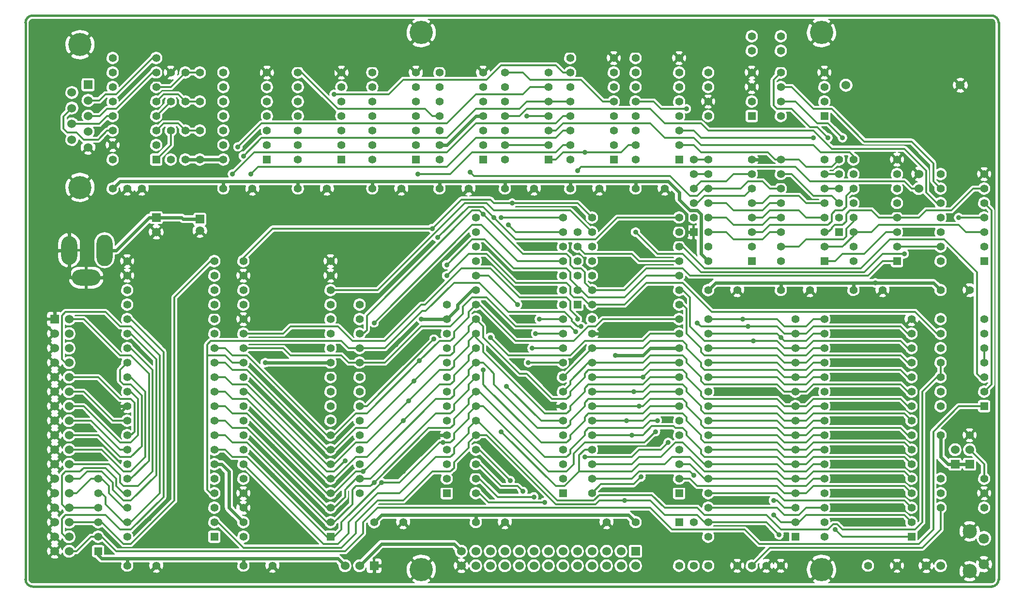
<source format=gbl>
G04 (created by PCBNEW (2013-07-07 BZR 4022)-stable) date 2/19/2015 7:57:58 AM*
%MOIN*%
G04 Gerber Fmt 3.4, Leading zero omitted, Abs format*
%FSLAX34Y34*%
G01*
G70*
G90*
G04 APERTURE LIST*
%ADD10C,0.00590551*%
%ADD11C,0.015*%
%ADD12R,0.055X0.055*%
%ADD13C,0.055*%
%ADD14R,0.06X0.06*%
%ADD15C,0.06*%
%ADD16C,0.16*%
%ADD17R,0.0587X0.0587*%
%ADD18C,0.0587*%
%ADD19O,0.1102X0.1969*%
%ADD20O,0.1102X0.2165*%
%ADD21O,0.1969X0.1102*%
%ADD22C,0.0984*%
%ADD23C,0.0709*%
%ADD24C,0.1594*%
%ADD25C,0.035*%
%ADD26C,0.012*%
%ADD27C,0.0249*%
%ADD28C,0.008*%
G04 APERTURE END LIST*
G54D10*
G54D11*
X86500Y-59435D02*
G75*
G03X87000Y-58935I0J500D01*
G74*
G01*
X20500Y-20065D02*
G75*
G03X20000Y-20565I0J-500D01*
G74*
G01*
X87000Y-20565D02*
G75*
G03X86500Y-20065I-500J0D01*
G74*
G01*
X20000Y-58935D02*
G75*
G03X20500Y-59435I500J0D01*
G74*
G01*
X20000Y-20565D02*
X20000Y-58935D01*
X20500Y-59435D02*
X86500Y-59435D01*
X86500Y-20065D02*
X20500Y-20065D01*
X87000Y-58935D02*
X87000Y-20565D01*
G54D12*
X86000Y-47000D03*
G54D13*
X86000Y-46000D03*
X86000Y-45000D03*
X86000Y-44000D03*
X86000Y-43000D03*
X86000Y-42000D03*
X86000Y-41000D03*
X83000Y-41000D03*
X83000Y-42000D03*
X83000Y-43000D03*
X83000Y-44000D03*
X83000Y-45000D03*
X83000Y-46000D03*
X83000Y-47000D03*
G54D14*
X62000Y-57000D03*
G54D15*
X62000Y-58000D03*
X61000Y-57000D03*
X61000Y-58000D03*
X60000Y-57000D03*
X60000Y-58000D03*
X59000Y-57000D03*
X59000Y-58000D03*
X58000Y-57000D03*
X58000Y-58000D03*
X57000Y-57000D03*
X57000Y-58000D03*
X56000Y-57000D03*
X56000Y-58000D03*
X55000Y-57000D03*
X55000Y-58000D03*
X54000Y-57000D03*
X54000Y-58000D03*
X53000Y-57000D03*
X53000Y-58000D03*
X52000Y-57000D03*
X52000Y-58000D03*
X51000Y-57000D03*
X51000Y-58000D03*
X50000Y-57000D03*
X50000Y-58000D03*
G54D16*
X74803Y-58254D03*
X74803Y-21246D03*
X47244Y-58254D03*
X47244Y-21246D03*
G54D13*
X72000Y-21500D03*
X72000Y-22500D03*
X70000Y-21500D03*
X70000Y-22500D03*
X43875Y-32000D03*
X45875Y-32000D03*
X38750Y-32000D03*
X40750Y-32000D03*
X33625Y-32000D03*
X35625Y-32000D03*
X53000Y-32000D03*
X55000Y-32000D03*
X62000Y-32000D03*
X64000Y-32000D03*
X83000Y-49000D03*
X85000Y-49000D03*
X48500Y-32000D03*
X50500Y-32000D03*
X83000Y-39000D03*
X85000Y-39000D03*
X57500Y-32000D03*
X59500Y-32000D03*
X77000Y-39000D03*
X79000Y-39000D03*
X72000Y-39000D03*
X74000Y-39000D03*
X67000Y-39000D03*
X69000Y-39000D03*
X51000Y-55000D03*
X53000Y-55000D03*
X44000Y-55000D03*
X46000Y-55000D03*
X62000Y-55000D03*
X60000Y-55000D03*
X67000Y-58000D03*
X69000Y-58000D03*
X78000Y-58000D03*
X80000Y-58000D03*
X35000Y-58000D03*
X37000Y-58000D03*
X27000Y-58000D03*
X29000Y-58000D03*
X65000Y-58000D03*
G54D12*
X65000Y-55000D03*
X65000Y-30000D03*
G54D13*
X65000Y-29000D03*
X65000Y-28000D03*
X65000Y-27000D03*
X65000Y-26000D03*
X65000Y-25000D03*
X65000Y-24000D03*
X65000Y-23000D03*
X62000Y-23000D03*
X62000Y-24000D03*
X62000Y-25000D03*
X62000Y-26000D03*
X62000Y-27000D03*
X62000Y-28000D03*
X62000Y-29000D03*
X62000Y-30000D03*
G54D12*
X70000Y-37000D03*
G54D13*
X70000Y-36000D03*
X70000Y-35000D03*
X70000Y-34000D03*
X70000Y-33000D03*
X70000Y-32000D03*
X70000Y-31000D03*
X70000Y-30000D03*
X67000Y-30000D03*
X67000Y-31000D03*
X67000Y-32000D03*
X67000Y-33000D03*
X67000Y-34000D03*
X67000Y-35000D03*
X67000Y-36000D03*
X67000Y-37000D03*
G54D12*
X60500Y-30000D03*
G54D13*
X60500Y-29000D03*
X60500Y-28000D03*
X60500Y-27000D03*
X60500Y-26000D03*
X60500Y-25000D03*
X60500Y-24000D03*
X60500Y-23000D03*
X57500Y-23000D03*
X57500Y-24000D03*
X57500Y-25000D03*
X57500Y-26000D03*
X57500Y-27000D03*
X57500Y-28000D03*
X57500Y-29000D03*
X57500Y-30000D03*
G54D12*
X81000Y-56000D03*
G54D13*
X81000Y-55000D03*
X81000Y-54000D03*
X81000Y-53000D03*
X81000Y-52000D03*
X81000Y-51000D03*
X81000Y-50000D03*
X81000Y-49000D03*
X81000Y-48000D03*
X81000Y-47000D03*
X81000Y-46000D03*
X81000Y-45000D03*
X81000Y-44000D03*
X81000Y-43000D03*
X81000Y-42000D03*
X81000Y-41000D03*
X75000Y-41000D03*
X75000Y-42000D03*
X75000Y-43000D03*
X75000Y-44000D03*
X75000Y-45000D03*
X75000Y-46000D03*
X75000Y-47000D03*
X75000Y-48000D03*
X75000Y-49000D03*
X75000Y-50000D03*
X75000Y-51000D03*
X75000Y-52000D03*
X75000Y-53000D03*
X75000Y-54000D03*
X75000Y-55000D03*
X75000Y-56000D03*
G54D12*
X73000Y-56000D03*
G54D13*
X73000Y-55000D03*
X73000Y-54000D03*
X73000Y-53000D03*
X73000Y-52000D03*
X73000Y-51000D03*
X73000Y-50000D03*
X73000Y-49000D03*
X73000Y-48000D03*
X73000Y-47000D03*
X73000Y-46000D03*
X73000Y-45000D03*
X73000Y-44000D03*
X73000Y-43000D03*
X73000Y-42000D03*
X73000Y-41000D03*
X67000Y-41000D03*
X67000Y-42000D03*
X67000Y-43000D03*
X67000Y-44000D03*
X67000Y-45000D03*
X67000Y-46000D03*
X67000Y-47000D03*
X67000Y-48000D03*
X67000Y-49000D03*
X67000Y-50000D03*
X67000Y-51000D03*
X67000Y-52000D03*
X67000Y-53000D03*
X67000Y-54000D03*
X67000Y-55000D03*
X67000Y-56000D03*
G54D12*
X41000Y-56000D03*
G54D13*
X41000Y-55000D03*
X41000Y-54000D03*
X41000Y-53000D03*
X41000Y-52000D03*
X41000Y-51000D03*
X41000Y-50000D03*
X41000Y-49000D03*
X41000Y-48000D03*
X41000Y-47000D03*
X41000Y-46000D03*
X41000Y-45000D03*
X41000Y-44000D03*
X41000Y-43000D03*
X41000Y-42000D03*
X41000Y-41000D03*
X41000Y-40000D03*
X41000Y-39000D03*
X41000Y-38000D03*
X41000Y-37000D03*
X35000Y-37000D03*
X35000Y-38000D03*
X35000Y-39000D03*
X35000Y-40000D03*
X35000Y-41000D03*
X35000Y-42000D03*
X35000Y-43000D03*
X35000Y-44000D03*
X35000Y-45000D03*
X35000Y-46000D03*
X35000Y-47000D03*
X35000Y-48000D03*
X35000Y-49000D03*
X35000Y-50000D03*
X35000Y-51000D03*
X35000Y-52000D03*
X35000Y-53000D03*
X35000Y-54000D03*
X35000Y-55000D03*
X35000Y-56000D03*
G54D12*
X33000Y-56000D03*
G54D13*
X33000Y-55000D03*
X33000Y-54000D03*
X33000Y-53000D03*
X33000Y-52000D03*
X33000Y-51000D03*
X33000Y-50000D03*
X33000Y-49000D03*
X33000Y-48000D03*
X33000Y-47000D03*
X33000Y-46000D03*
X33000Y-45000D03*
X33000Y-44000D03*
X33000Y-43000D03*
X33000Y-42000D03*
X33000Y-41000D03*
X33000Y-40000D03*
X33000Y-39000D03*
X33000Y-38000D03*
X33000Y-37000D03*
X27000Y-37000D03*
X27000Y-38000D03*
X27000Y-39000D03*
X27000Y-40000D03*
X27000Y-41000D03*
X27000Y-42000D03*
X27000Y-43000D03*
X27000Y-44000D03*
X27000Y-45000D03*
X27000Y-46000D03*
X27000Y-47000D03*
X27000Y-48000D03*
X27000Y-49000D03*
X27000Y-50000D03*
X27000Y-51000D03*
X27000Y-52000D03*
X27000Y-53000D03*
X27000Y-54000D03*
X27000Y-55000D03*
X27000Y-56000D03*
G54D12*
X57000Y-53000D03*
G54D13*
X57000Y-52000D03*
X57000Y-51000D03*
X57000Y-50000D03*
X57000Y-49000D03*
X57000Y-48000D03*
X57000Y-47000D03*
X57000Y-46000D03*
X57000Y-45000D03*
X57000Y-44000D03*
X57000Y-43000D03*
X57000Y-42000D03*
X57000Y-41000D03*
X57000Y-40000D03*
X57000Y-39000D03*
X57000Y-38000D03*
X57000Y-37000D03*
X57000Y-36000D03*
X57000Y-35000D03*
X57000Y-34000D03*
X51000Y-34000D03*
X51000Y-35000D03*
X51000Y-36000D03*
X51000Y-37000D03*
X51000Y-38000D03*
X51000Y-39000D03*
X51000Y-40000D03*
X51000Y-41000D03*
X51000Y-42000D03*
X51000Y-43000D03*
X51000Y-44000D03*
X51000Y-45000D03*
X51000Y-46000D03*
X51000Y-47000D03*
X51000Y-48000D03*
X51000Y-49000D03*
X51000Y-50000D03*
X51000Y-51000D03*
X51000Y-52000D03*
X51000Y-53000D03*
G54D12*
X65000Y-53000D03*
G54D13*
X65000Y-52000D03*
X65000Y-51000D03*
X65000Y-50000D03*
X65000Y-49000D03*
X65000Y-48000D03*
X65000Y-47000D03*
X65000Y-46000D03*
X65000Y-45000D03*
X65000Y-44000D03*
X65000Y-43000D03*
X65000Y-42000D03*
X65000Y-41000D03*
X65000Y-40000D03*
X65000Y-39000D03*
X65000Y-38000D03*
X65000Y-37000D03*
X65000Y-36000D03*
X65000Y-35000D03*
X65000Y-34000D03*
X59000Y-34000D03*
X59000Y-35000D03*
X59000Y-36000D03*
X59000Y-37000D03*
X59000Y-38000D03*
X59000Y-39000D03*
X59000Y-40000D03*
X59000Y-41000D03*
X59000Y-42000D03*
X59000Y-43000D03*
X59000Y-44000D03*
X59000Y-45000D03*
X59000Y-46000D03*
X59000Y-47000D03*
X59000Y-48000D03*
X59000Y-49000D03*
X59000Y-50000D03*
X59000Y-51000D03*
X59000Y-52000D03*
X59000Y-53000D03*
G54D15*
X82000Y-58000D03*
X83000Y-58000D03*
X81500Y-31000D03*
X81500Y-32000D03*
G54D13*
X86000Y-52000D03*
X83000Y-52000D03*
X86000Y-54000D03*
X83000Y-54000D03*
X66000Y-58000D03*
X66000Y-55000D03*
X86000Y-53000D03*
X83000Y-53000D03*
G54D14*
X84000Y-51000D03*
G54D15*
X84000Y-50000D03*
G54D14*
X85000Y-51000D03*
G54D15*
X85000Y-50000D03*
G54D12*
X25000Y-57000D03*
G54D13*
X25000Y-56000D03*
X25000Y-55000D03*
X25000Y-54000D03*
X25000Y-53000D03*
X25000Y-52000D03*
G54D12*
X58000Y-40000D03*
G54D13*
X58000Y-39000D03*
X58000Y-38000D03*
X58000Y-37000D03*
X58000Y-36000D03*
X58000Y-35000D03*
G54D14*
X29000Y-34000D03*
G54D15*
X29000Y-35000D03*
G54D17*
X32000Y-34106D03*
G54D18*
X32000Y-34894D03*
G54D13*
X71000Y-58000D03*
X70000Y-58000D03*
X72000Y-58000D03*
G54D12*
X75000Y-37000D03*
G54D13*
X75000Y-36000D03*
X75000Y-35000D03*
X75000Y-34000D03*
X75000Y-33000D03*
X75000Y-32000D03*
X75000Y-31000D03*
X75000Y-30000D03*
X72000Y-30000D03*
X72000Y-31000D03*
X72000Y-32000D03*
X72000Y-33000D03*
X72000Y-34000D03*
X72000Y-35000D03*
X72000Y-36000D03*
X72000Y-37000D03*
G54D12*
X80000Y-37000D03*
G54D13*
X80000Y-36000D03*
X80000Y-35000D03*
X80000Y-34000D03*
X80000Y-33000D03*
X80000Y-32000D03*
X80000Y-31000D03*
X80000Y-30000D03*
X77000Y-30000D03*
X77000Y-31000D03*
X77000Y-32000D03*
X77000Y-33000D03*
X77000Y-34000D03*
X77000Y-35000D03*
X77000Y-36000D03*
X77000Y-37000D03*
G54D12*
X86000Y-37000D03*
G54D13*
X86000Y-36000D03*
X86000Y-35000D03*
X86000Y-34000D03*
X86000Y-33000D03*
X86000Y-32000D03*
X86000Y-31000D03*
X83000Y-31000D03*
X83000Y-32000D03*
X83000Y-33000D03*
X83000Y-34000D03*
X83000Y-35000D03*
X83000Y-36000D03*
X83000Y-37000D03*
G54D12*
X56000Y-30000D03*
G54D13*
X56000Y-29000D03*
X56000Y-28000D03*
X56000Y-27000D03*
X56000Y-26000D03*
X56000Y-25000D03*
X56000Y-24000D03*
X53000Y-24000D03*
X53000Y-25000D03*
X53000Y-26000D03*
X53000Y-27000D03*
X53000Y-28000D03*
X53000Y-29000D03*
X53000Y-30000D03*
G54D12*
X29000Y-30000D03*
G54D13*
X29000Y-29000D03*
X29000Y-28000D03*
X29000Y-27000D03*
X29000Y-26000D03*
X29000Y-25000D03*
X29000Y-24000D03*
X29000Y-23000D03*
X26000Y-23000D03*
X26000Y-24000D03*
X26000Y-25000D03*
X26000Y-26000D03*
X26000Y-27000D03*
X26000Y-28000D03*
X26000Y-29000D03*
X26000Y-30000D03*
G54D12*
X75000Y-27000D03*
G54D13*
X75000Y-26000D03*
X75000Y-25000D03*
X75000Y-24000D03*
X72000Y-24000D03*
X72000Y-25000D03*
X72000Y-26000D03*
X72000Y-27000D03*
G54D12*
X70000Y-27000D03*
G54D13*
X70000Y-26000D03*
X70000Y-25000D03*
X70000Y-24000D03*
X67000Y-24000D03*
X67000Y-25000D03*
X67000Y-26000D03*
X67000Y-27000D03*
G54D12*
X51500Y-30000D03*
G54D13*
X51500Y-29000D03*
X51500Y-28000D03*
X51500Y-27000D03*
X51500Y-26000D03*
X51500Y-25000D03*
X51500Y-24000D03*
X48500Y-24000D03*
X48500Y-25000D03*
X48500Y-26000D03*
X48500Y-27000D03*
X48500Y-28000D03*
X48500Y-29000D03*
X48500Y-30000D03*
G54D19*
X23000Y-36250D03*
G54D20*
X25441Y-36250D03*
G54D21*
X24181Y-38140D03*
G54D14*
X44000Y-58000D03*
G54D15*
X43000Y-58000D03*
X42000Y-58000D03*
G54D13*
X27000Y-32000D03*
X26000Y-32000D03*
X28000Y-32000D03*
X31000Y-28000D03*
X30000Y-28000D03*
X32000Y-28000D03*
X31000Y-26000D03*
X30000Y-26000D03*
X32000Y-26000D03*
X31000Y-30000D03*
X30000Y-30000D03*
X32000Y-30000D03*
X31000Y-24000D03*
X30000Y-24000D03*
X32000Y-24000D03*
G54D12*
X49000Y-53000D03*
G54D13*
X49000Y-52000D03*
X49000Y-51000D03*
X49000Y-50000D03*
X49000Y-49000D03*
X49000Y-48000D03*
X49000Y-47000D03*
X49000Y-46000D03*
X49000Y-45000D03*
X49000Y-44000D03*
X49000Y-43000D03*
X49000Y-42000D03*
X49000Y-41000D03*
X49000Y-40000D03*
X43000Y-40000D03*
X43000Y-41000D03*
X43000Y-42000D03*
X43000Y-43000D03*
X43000Y-44000D03*
X43000Y-45000D03*
X43000Y-46000D03*
X43000Y-47000D03*
X43000Y-48000D03*
X43000Y-49000D03*
X43000Y-50000D03*
X43000Y-51000D03*
X43000Y-52000D03*
X43000Y-53000D03*
G54D12*
X76000Y-35000D03*
G54D13*
X76000Y-34000D03*
X76000Y-33000D03*
X76000Y-32000D03*
X76000Y-31000D03*
X76000Y-30000D03*
G54D12*
X66000Y-35000D03*
G54D13*
X66000Y-34000D03*
X66000Y-33000D03*
X66000Y-32000D03*
X66000Y-31000D03*
X66000Y-30000D03*
G54D22*
X85000Y-58379D03*
X85000Y-55623D03*
G54D23*
X85984Y-57887D03*
X85984Y-56115D03*
G54D24*
X23750Y-22081D03*
X23750Y-31919D03*
G54D14*
X24310Y-24840D03*
G54D15*
X24310Y-25920D03*
X24310Y-27000D03*
X24310Y-28080D03*
X24310Y-29160D03*
X23190Y-28620D03*
X23190Y-27540D03*
X23190Y-26450D03*
X23190Y-25380D03*
X76488Y-24875D03*
X84362Y-24875D03*
G54D12*
X36625Y-30000D03*
G54D13*
X36625Y-27000D03*
X36625Y-26000D03*
X36625Y-25000D03*
X36625Y-24000D03*
X33625Y-24000D03*
X33625Y-25000D03*
X33625Y-26000D03*
X33625Y-27000D03*
X33625Y-28000D03*
X33625Y-29000D03*
X33625Y-30000D03*
X36625Y-28000D03*
X36625Y-29000D03*
G54D12*
X41750Y-30000D03*
G54D13*
X41750Y-27000D03*
X41750Y-26000D03*
X41750Y-25000D03*
X41750Y-24000D03*
X38750Y-24000D03*
X38750Y-25000D03*
X38750Y-26000D03*
X38750Y-27000D03*
X38750Y-28000D03*
X38750Y-29000D03*
X38750Y-30000D03*
X41750Y-28000D03*
X41750Y-29000D03*
G54D12*
X46875Y-30000D03*
G54D13*
X46875Y-27000D03*
X46875Y-26000D03*
X46875Y-25000D03*
X46875Y-24000D03*
X43875Y-24000D03*
X43875Y-25000D03*
X43875Y-26000D03*
X43875Y-27000D03*
X43875Y-28000D03*
X43875Y-29000D03*
X43875Y-30000D03*
X46875Y-28000D03*
X46875Y-29000D03*
G54D14*
X22000Y-41000D03*
G54D15*
X23000Y-41000D03*
X22000Y-42000D03*
X23000Y-42000D03*
X22000Y-43000D03*
X23000Y-43000D03*
X22000Y-44000D03*
X23000Y-44000D03*
X22000Y-45000D03*
X23000Y-45000D03*
X22000Y-46000D03*
X23000Y-46000D03*
X22000Y-47000D03*
X23000Y-47000D03*
X22000Y-48000D03*
X23000Y-48000D03*
X22000Y-49000D03*
X23000Y-49000D03*
X22000Y-50000D03*
X23000Y-50000D03*
X22000Y-51000D03*
X23000Y-51000D03*
X22000Y-52000D03*
X23000Y-52000D03*
X22000Y-53000D03*
X23000Y-53000D03*
X23000Y-54000D03*
X22000Y-54000D03*
X23000Y-55000D03*
X22000Y-55000D03*
X22000Y-56000D03*
X23000Y-56000D03*
X22000Y-57000D03*
X23000Y-57000D03*
G54D25*
X58250Y-41500D03*
X57875Y-41875D03*
X62375Y-51875D03*
X62500Y-45000D03*
X58000Y-41000D03*
X61875Y-46000D03*
X62250Y-47000D03*
X61375Y-48000D03*
X61750Y-49000D03*
X52750Y-48750D03*
X66000Y-51750D03*
X48750Y-49500D03*
X44500Y-52250D03*
X63375Y-48750D03*
X63500Y-48000D03*
X44000Y-52250D03*
X70125Y-42500D03*
X69750Y-41500D03*
X66250Y-41250D03*
X52000Y-42250D03*
X43250Y-51500D03*
X69375Y-41000D03*
X46000Y-48000D03*
X51500Y-44500D03*
X72000Y-42250D03*
X46375Y-46625D03*
X46750Y-45250D03*
X47125Y-43875D03*
X71500Y-53500D03*
X71500Y-54500D03*
X75750Y-55500D03*
X74250Y-28500D03*
X55750Y-53625D03*
X55000Y-53250D03*
X54250Y-52875D03*
X53375Y-52125D03*
X53250Y-34500D03*
X52750Y-34000D03*
X53875Y-40000D03*
X44000Y-41250D03*
X55375Y-41000D03*
X55125Y-42000D03*
X54875Y-43000D03*
X54625Y-44000D03*
X75250Y-28500D03*
X76250Y-28500D03*
X58000Y-30750D03*
X42000Y-50750D03*
X35500Y-31000D03*
X47000Y-31000D03*
X34625Y-29125D03*
X35000Y-29750D03*
X34250Y-31000D03*
X49000Y-37250D03*
X48375Y-35375D03*
X52250Y-34000D03*
X49000Y-38000D03*
X50625Y-30875D03*
X65500Y-26500D03*
X53125Y-45625D03*
X53500Y-33000D03*
X54500Y-27000D03*
X48000Y-34750D03*
X64250Y-49500D03*
X58500Y-50500D03*
X51500Y-33750D03*
X84250Y-34000D03*
X41250Y-25500D03*
X58500Y-29500D03*
X71875Y-55875D03*
X61250Y-53500D03*
X46750Y-35625D03*
X45375Y-37000D03*
X37000Y-54000D03*
X76125Y-54000D03*
X76250Y-55000D03*
X80000Y-41000D03*
X77250Y-54000D03*
X39000Y-39000D03*
X37000Y-41000D03*
X24500Y-45500D03*
X43250Y-44500D03*
X44250Y-44500D03*
X41875Y-44500D03*
X41875Y-32500D03*
X41875Y-37250D03*
X45500Y-40750D03*
X45500Y-42750D03*
X53750Y-38000D03*
X45500Y-44000D03*
X28500Y-54750D03*
X29875Y-40500D03*
X79000Y-33500D03*
X52875Y-50875D03*
X39000Y-41000D03*
X39000Y-42000D03*
X39000Y-43000D03*
X39000Y-44500D03*
X37000Y-51750D03*
X37000Y-50750D03*
X37000Y-49750D03*
X37000Y-48750D03*
X37000Y-46750D03*
X37000Y-45750D03*
X37000Y-43500D03*
X37000Y-44500D03*
X54250Y-36000D03*
X55250Y-39000D03*
X54750Y-40000D03*
X54125Y-43000D03*
X54125Y-42000D03*
X54125Y-41000D03*
X54125Y-44250D03*
X52875Y-52875D03*
X55125Y-23125D03*
X47000Y-32500D03*
X61875Y-35500D03*
X61875Y-40000D03*
X61875Y-37375D03*
X60875Y-41375D03*
X63500Y-34500D03*
X24500Y-50500D03*
X24500Y-48500D03*
X66000Y-52750D03*
X55250Y-38000D03*
X59875Y-37500D03*
X63500Y-35500D03*
X63500Y-40000D03*
X69500Y-46000D03*
X61375Y-52750D03*
X61375Y-50000D03*
X59875Y-50000D03*
X82500Y-39500D03*
X80500Y-33500D03*
X81500Y-35000D03*
X77250Y-39500D03*
X73875Y-32625D03*
X72500Y-40000D03*
X28500Y-56250D03*
X30250Y-54500D03*
X80000Y-55000D03*
X80000Y-54000D03*
X76125Y-53000D03*
X80000Y-53000D03*
X80000Y-52000D03*
X76125Y-52000D03*
X76125Y-51000D03*
X80000Y-51000D03*
X80000Y-50000D03*
X76125Y-50000D03*
X77250Y-50000D03*
X80000Y-49000D03*
X76125Y-49000D03*
X77250Y-49000D03*
X80000Y-48000D03*
X76125Y-48000D03*
X77250Y-48000D03*
X80000Y-47000D03*
X76125Y-47000D03*
X77250Y-47000D03*
X80000Y-46000D03*
X76125Y-46000D03*
X77250Y-46000D03*
X80000Y-45000D03*
X77250Y-45000D03*
X76125Y-45000D03*
X80000Y-42000D03*
X76125Y-42000D03*
X77250Y-42000D03*
X76125Y-41000D03*
X77250Y-41000D03*
X59875Y-52750D03*
X71125Y-55875D03*
X70375Y-46125D03*
X80000Y-43000D03*
X77250Y-43000D03*
X76125Y-43000D03*
X80000Y-44000D03*
X76125Y-44000D03*
X77250Y-44000D03*
X77250Y-52000D03*
X77250Y-53000D03*
X77250Y-51000D03*
X71000Y-31000D03*
X70875Y-30125D03*
X68000Y-46000D03*
X64250Y-48000D03*
X72500Y-46500D03*
X30750Y-40500D03*
X60250Y-40500D03*
X59875Y-35500D03*
X59875Y-38500D03*
X46750Y-53500D03*
X24500Y-43000D03*
X24500Y-41000D03*
X54125Y-45250D03*
X76000Y-39500D03*
X46000Y-51500D03*
X48125Y-42375D03*
X62000Y-35000D03*
X80500Y-36500D03*
X78500Y-38500D03*
X47250Y-41000D03*
X60625Y-43500D03*
X36500Y-44000D03*
G54D26*
X32500Y-43500D02*
X32500Y-52750D01*
X32750Y-53000D02*
X33000Y-53000D01*
X32500Y-52750D02*
X32750Y-53000D01*
X66500Y-44000D02*
X65500Y-43000D01*
X65500Y-43000D02*
X65500Y-42750D01*
X65250Y-42500D02*
X65500Y-42750D01*
X61250Y-43000D02*
X59000Y-43000D01*
X61750Y-43000D02*
X62000Y-43000D01*
X62500Y-43000D02*
X63000Y-42500D01*
X63000Y-42500D02*
X65250Y-42500D01*
X61250Y-43000D02*
X61750Y-43000D01*
X62000Y-43000D02*
X62500Y-43000D01*
X66500Y-44000D02*
X66500Y-44250D01*
X47562Y-40437D02*
X47312Y-40437D01*
X47312Y-40437D02*
X44750Y-43000D01*
X33750Y-43500D02*
X32500Y-43500D01*
X32500Y-43500D02*
X32500Y-42750D01*
X51250Y-38500D02*
X49500Y-38500D01*
X49500Y-38500D02*
X47562Y-40437D01*
X68250Y-35000D02*
X68750Y-35500D01*
X70750Y-35500D02*
X71250Y-35000D01*
X68750Y-35500D02*
X70750Y-35500D01*
X71250Y-35000D02*
X72000Y-35000D01*
X67000Y-35000D02*
X68250Y-35000D01*
X81000Y-45000D02*
X80750Y-45000D01*
X73750Y-45000D02*
X73000Y-45000D01*
X74250Y-44500D02*
X73750Y-45000D01*
X79750Y-44500D02*
X80250Y-44500D01*
X79750Y-44500D02*
X74250Y-44500D01*
X80750Y-45000D02*
X80250Y-44500D01*
X57125Y-40500D02*
X53250Y-40500D01*
X53250Y-40500D02*
X51250Y-38500D01*
X43000Y-43000D02*
X44750Y-43000D01*
X58000Y-41500D02*
X58250Y-41500D01*
X57625Y-41125D02*
X58000Y-41500D01*
X57625Y-41000D02*
X57625Y-41125D01*
X57125Y-40500D02*
X57625Y-41000D01*
X32750Y-42500D02*
X41750Y-42500D01*
X41750Y-42500D02*
X42250Y-43000D01*
X43000Y-43000D02*
X42250Y-43000D01*
X34250Y-44000D02*
X33750Y-43500D01*
X32500Y-42750D02*
X32750Y-42500D01*
X34250Y-44000D02*
X35000Y-44000D01*
X66500Y-44250D02*
X66750Y-44500D01*
X73000Y-45000D02*
X72250Y-45000D01*
X72250Y-45000D02*
X71750Y-44500D01*
X71750Y-44500D02*
X66750Y-44500D01*
X57000Y-45000D02*
X59000Y-43000D01*
X49250Y-41500D02*
X50125Y-40625D01*
X50125Y-40625D02*
X50125Y-40125D01*
X50125Y-40125D02*
X50750Y-39500D01*
X57500Y-45500D02*
X57500Y-45250D01*
X57500Y-45250D02*
X58750Y-44000D01*
X58750Y-44000D02*
X59000Y-44000D01*
X66500Y-45000D02*
X65500Y-44000D01*
X65500Y-44000D02*
X65500Y-43750D01*
X65250Y-43500D02*
X65500Y-43750D01*
X63000Y-43500D02*
X65250Y-43500D01*
X62500Y-44000D02*
X63000Y-43500D01*
X62250Y-44000D02*
X62500Y-44000D01*
X61250Y-44000D02*
X61750Y-44000D01*
X61750Y-44000D02*
X62000Y-44000D01*
X61250Y-44000D02*
X59000Y-44000D01*
X62000Y-44000D02*
X62250Y-44000D01*
X66500Y-45000D02*
X66500Y-45250D01*
X57875Y-41875D02*
X57500Y-41500D01*
X57500Y-41500D02*
X53750Y-41500D01*
X53750Y-41500D02*
X51750Y-39500D01*
X50750Y-39500D02*
X51750Y-39500D01*
X44750Y-44000D02*
X47250Y-41500D01*
X47250Y-41500D02*
X49250Y-41500D01*
X44750Y-44000D02*
X43000Y-44000D01*
X71250Y-34000D02*
X70750Y-34500D01*
X68750Y-34500D02*
X70750Y-34500D01*
X68750Y-34500D02*
X68250Y-34000D01*
X71250Y-34000D02*
X72000Y-34000D01*
X67000Y-34000D02*
X68250Y-34000D01*
X81000Y-46000D02*
X80750Y-46000D01*
X80750Y-46000D02*
X80250Y-45500D01*
X35000Y-43000D02*
X37750Y-43000D01*
X42250Y-44000D02*
X43000Y-44000D01*
X41750Y-43500D02*
X42250Y-44000D01*
X38250Y-43500D02*
X41750Y-43500D01*
X37750Y-43000D02*
X38250Y-43500D01*
X74250Y-45500D02*
X79750Y-45500D01*
X73750Y-46000D02*
X74250Y-45500D01*
X79750Y-45500D02*
X80250Y-45500D01*
X73000Y-46000D02*
X73750Y-46000D01*
X66500Y-45250D02*
X66750Y-45500D01*
X71750Y-45500D02*
X66750Y-45500D01*
X72250Y-46000D02*
X71750Y-45500D01*
X73000Y-46000D02*
X72250Y-46000D01*
X58750Y-44000D02*
X59000Y-44000D01*
X57000Y-46000D02*
X57500Y-45500D01*
X61875Y-52375D02*
X62375Y-51875D01*
X59000Y-53000D02*
X59625Y-52375D01*
X59625Y-52375D02*
X61875Y-52375D01*
X73750Y-47500D02*
X72250Y-47500D01*
X71750Y-47000D02*
X67000Y-47000D01*
X72250Y-47500D02*
X71750Y-47000D01*
X74250Y-47000D02*
X73750Y-47500D01*
X75000Y-47000D02*
X74250Y-47000D01*
X72250Y-49500D02*
X71750Y-49000D01*
X74250Y-49000D02*
X73750Y-49500D01*
X75000Y-49000D02*
X74250Y-49000D01*
X71750Y-49000D02*
X67000Y-49000D01*
X73750Y-49500D02*
X72250Y-49500D01*
X65000Y-52000D02*
X65750Y-52000D01*
X65750Y-52000D02*
X66250Y-52500D01*
X66250Y-52500D02*
X71750Y-52500D01*
X73750Y-53000D02*
X74250Y-52500D01*
X71750Y-52500D02*
X72250Y-53000D01*
X73000Y-53000D02*
X72250Y-53000D01*
X74250Y-52500D02*
X79750Y-52500D01*
X79750Y-52500D02*
X80500Y-52500D01*
X80500Y-52500D02*
X81000Y-53000D01*
X73000Y-53000D02*
X73750Y-53000D01*
X73750Y-52500D02*
X74250Y-52000D01*
X67000Y-52000D02*
X66750Y-52000D01*
X66750Y-52000D02*
X65750Y-51000D01*
X72500Y-52500D02*
X72250Y-52500D01*
X74250Y-52000D02*
X75000Y-52000D01*
X65500Y-51000D02*
X65000Y-51000D01*
X67000Y-52000D02*
X71750Y-52000D01*
X72250Y-52500D02*
X71750Y-52000D01*
X72500Y-52500D02*
X73750Y-52500D01*
X65750Y-51000D02*
X65500Y-51000D01*
X70750Y-33000D02*
X71250Y-32500D01*
X75000Y-33000D02*
X73750Y-33000D01*
X70750Y-33000D02*
X70000Y-33000D01*
X73250Y-32500D02*
X73750Y-33000D01*
X71250Y-32500D02*
X73250Y-32500D01*
X75000Y-34000D02*
X73750Y-34000D01*
X73750Y-34000D02*
X73250Y-33500D01*
X71250Y-33500D02*
X73250Y-33500D01*
X70750Y-34000D02*
X70000Y-34000D01*
X70750Y-34000D02*
X71250Y-33500D01*
X66500Y-46000D02*
X65500Y-45000D01*
X65500Y-45000D02*
X65500Y-44750D01*
X65250Y-44500D02*
X65500Y-44750D01*
X62500Y-45000D02*
X63000Y-44500D01*
X63000Y-44500D02*
X65250Y-44500D01*
X66500Y-46000D02*
X66500Y-46250D01*
X47500Y-40000D02*
X47250Y-40000D01*
X47250Y-40000D02*
X44750Y-42500D01*
X52000Y-37500D02*
X50000Y-37500D01*
X50000Y-37500D02*
X47500Y-40000D01*
X57250Y-39500D02*
X54000Y-39500D01*
X54000Y-39500D02*
X52000Y-37500D01*
X58000Y-41000D02*
X58000Y-40875D01*
X58000Y-40875D02*
X57500Y-40375D01*
X57500Y-40375D02*
X57500Y-39750D01*
X42500Y-42500D02*
X44750Y-42500D01*
X38250Y-41500D02*
X41500Y-41500D01*
X38250Y-41500D02*
X37750Y-42000D01*
X37750Y-42000D02*
X35000Y-42000D01*
X41500Y-41500D02*
X42500Y-42500D01*
X57250Y-39500D02*
X57500Y-39750D01*
X79750Y-46500D02*
X80250Y-46500D01*
X62000Y-45000D02*
X62375Y-45000D01*
X62375Y-45000D02*
X62500Y-45000D01*
X66500Y-46250D02*
X66750Y-46500D01*
X72500Y-47000D02*
X72250Y-47000D01*
X72250Y-47000D02*
X71750Y-46500D01*
X73000Y-47000D02*
X72500Y-47000D01*
X71750Y-46500D02*
X66750Y-46500D01*
X80250Y-46500D02*
X80750Y-47000D01*
X61750Y-45000D02*
X62000Y-45000D01*
X61250Y-45000D02*
X61750Y-45000D01*
X74250Y-46500D02*
X79750Y-46500D01*
X73000Y-47000D02*
X73750Y-47000D01*
X73750Y-47000D02*
X74250Y-46500D01*
X60500Y-45000D02*
X59000Y-45000D01*
X60750Y-45000D02*
X60500Y-45000D01*
X80750Y-47000D02*
X81000Y-47000D01*
X61250Y-45000D02*
X60750Y-45000D01*
X66500Y-47000D02*
X65500Y-46000D01*
X65500Y-46000D02*
X65500Y-45750D01*
X65250Y-45500D02*
X65500Y-45750D01*
X63000Y-45500D02*
X65250Y-45500D01*
X62125Y-46000D02*
X62500Y-46000D01*
X62500Y-46000D02*
X63000Y-45500D01*
X62000Y-46000D02*
X62125Y-46000D01*
X61875Y-46000D02*
X62000Y-46000D01*
X66500Y-47000D02*
X66500Y-47250D01*
X73000Y-48000D02*
X72250Y-48000D01*
X71750Y-47500D02*
X66750Y-47500D01*
X71750Y-47500D02*
X72250Y-48000D01*
X66500Y-47250D02*
X66750Y-47500D01*
X60500Y-46000D02*
X59000Y-46000D01*
X61000Y-46000D02*
X60500Y-46000D01*
X61250Y-46000D02*
X61000Y-46000D01*
X61750Y-46000D02*
X61875Y-46000D01*
X61250Y-46000D02*
X61750Y-46000D01*
X80500Y-47500D02*
X81000Y-48000D01*
X79750Y-47500D02*
X80500Y-47500D01*
X74250Y-47500D02*
X73750Y-48000D01*
X73750Y-48000D02*
X73000Y-48000D01*
X79750Y-47500D02*
X74250Y-47500D01*
X66500Y-48000D02*
X65500Y-47000D01*
X65500Y-47000D02*
X65500Y-46750D01*
X65250Y-46500D02*
X65500Y-46750D01*
X63000Y-46500D02*
X65250Y-46500D01*
X62500Y-47000D02*
X63000Y-46500D01*
X62250Y-47000D02*
X62500Y-47000D01*
X66500Y-48000D02*
X66500Y-48250D01*
X74250Y-48500D02*
X80250Y-48500D01*
X80250Y-48500D02*
X80750Y-49000D01*
X80750Y-49000D02*
X81000Y-49000D01*
X66750Y-48500D02*
X71750Y-48500D01*
X72250Y-49000D02*
X71750Y-48500D01*
X66750Y-48500D02*
X66500Y-48250D01*
X72250Y-49000D02*
X73000Y-49000D01*
X73750Y-49000D02*
X74250Y-48500D01*
X73000Y-49000D02*
X73750Y-49000D01*
X61750Y-47000D02*
X62000Y-47000D01*
X60750Y-47000D02*
X61000Y-47000D01*
X62000Y-47000D02*
X62250Y-47000D01*
X61500Y-47000D02*
X61750Y-47000D01*
X59000Y-47000D02*
X60750Y-47000D01*
X61000Y-47000D02*
X61250Y-47000D01*
X61250Y-47000D02*
X61500Y-47000D01*
X66500Y-49000D02*
X65500Y-48000D01*
X65500Y-48000D02*
X65500Y-47750D01*
X65250Y-47500D02*
X65500Y-47750D01*
X61750Y-48000D02*
X62000Y-48000D01*
X62000Y-48000D02*
X62500Y-48000D01*
X63000Y-47500D02*
X65250Y-47500D01*
X62500Y-48000D02*
X63000Y-47500D01*
X61375Y-48000D02*
X61750Y-48000D01*
X66500Y-49000D02*
X66500Y-49250D01*
X60750Y-48000D02*
X60500Y-48000D01*
X61250Y-48000D02*
X61000Y-48000D01*
X61250Y-48000D02*
X61375Y-48000D01*
X61000Y-48000D02*
X60750Y-48000D01*
X73000Y-50000D02*
X72250Y-50000D01*
X72250Y-50000D02*
X71750Y-49500D01*
X66500Y-49250D02*
X66750Y-49500D01*
X71750Y-49500D02*
X66750Y-49500D01*
X74250Y-49500D02*
X79750Y-49500D01*
X73750Y-50000D02*
X74250Y-49500D01*
X60250Y-48000D02*
X59000Y-48000D01*
X79750Y-49500D02*
X80500Y-49500D01*
X80500Y-49500D02*
X81000Y-50000D01*
X73000Y-50000D02*
X73750Y-50000D01*
X60500Y-48000D02*
X60250Y-48000D01*
X63125Y-48375D02*
X64625Y-48375D01*
X64625Y-48375D02*
X64750Y-48500D01*
X66500Y-50000D02*
X65500Y-49000D01*
X65500Y-49000D02*
X65500Y-48750D01*
X65250Y-48500D02*
X65500Y-48750D01*
X64750Y-48500D02*
X65250Y-48500D01*
X62000Y-49000D02*
X62500Y-49000D01*
X61750Y-49000D02*
X62000Y-49000D01*
X62500Y-49000D02*
X63125Y-48375D01*
X66500Y-50000D02*
X66500Y-50250D01*
X66500Y-50250D02*
X66750Y-50500D01*
X72250Y-51000D02*
X71750Y-50500D01*
X71750Y-50500D02*
X66750Y-50500D01*
X73000Y-51000D02*
X72250Y-51000D01*
X60750Y-49000D02*
X59000Y-49000D01*
X61000Y-49000D02*
X60750Y-49000D01*
X79750Y-50500D02*
X80500Y-50500D01*
X73750Y-51000D02*
X73000Y-51000D01*
X61500Y-49000D02*
X61750Y-49000D01*
X79750Y-50500D02*
X74250Y-50500D01*
X61250Y-49000D02*
X61500Y-49000D01*
X61250Y-49000D02*
X61000Y-49000D01*
X74250Y-50500D02*
X73750Y-51000D01*
X80500Y-50500D02*
X81000Y-51000D01*
X57125Y-52500D02*
X56500Y-52500D01*
X58125Y-51500D02*
X57125Y-52500D01*
X56500Y-52500D02*
X52750Y-48750D01*
X58750Y-51500D02*
X58125Y-51500D01*
X58125Y-50375D02*
X58125Y-51500D01*
X64000Y-51000D02*
X64500Y-50500D01*
X58500Y-50000D02*
X58125Y-50375D01*
X58750Y-51500D02*
X61750Y-51500D01*
X61750Y-51500D02*
X62250Y-51000D01*
X62250Y-51000D02*
X64000Y-51000D01*
X59000Y-50000D02*
X58500Y-50000D01*
X65750Y-50500D02*
X66750Y-51500D01*
X64500Y-50500D02*
X65750Y-50500D01*
X79750Y-51500D02*
X74250Y-51500D01*
X73750Y-52000D02*
X73000Y-52000D01*
X80500Y-51500D02*
X81000Y-52000D01*
X71750Y-51500D02*
X66750Y-51500D01*
X71750Y-51500D02*
X72250Y-52000D01*
X73000Y-52000D02*
X72250Y-52000D01*
X79750Y-51500D02*
X80500Y-51500D01*
X74250Y-51500D02*
X73750Y-52000D01*
X66750Y-51000D02*
X65250Y-49500D01*
X61500Y-51000D02*
X61750Y-51000D01*
X61250Y-51000D02*
X61500Y-51000D01*
X61250Y-51000D02*
X59000Y-51000D01*
X61750Y-51000D02*
X62250Y-50500D01*
X63750Y-50500D02*
X62250Y-50500D01*
X64750Y-49500D02*
X63750Y-50500D01*
X65250Y-49500D02*
X64750Y-49500D01*
X66750Y-51000D02*
X67000Y-51000D01*
X67000Y-51000D02*
X66750Y-51000D01*
X74250Y-51000D02*
X73750Y-51500D01*
X75000Y-51000D02*
X74250Y-51000D01*
X71750Y-51000D02*
X67000Y-51000D01*
X72250Y-51500D02*
X71750Y-51000D01*
X73750Y-51500D02*
X72250Y-51500D01*
X61750Y-52000D02*
X62250Y-51500D01*
X59000Y-52000D02*
X61750Y-52000D01*
X62250Y-51500D02*
X62750Y-51500D01*
X65750Y-51500D02*
X66000Y-51750D01*
X62750Y-51500D02*
X65750Y-51500D01*
X74250Y-50000D02*
X73750Y-50500D01*
X75000Y-50000D02*
X74250Y-50000D01*
X72250Y-50500D02*
X71750Y-50000D01*
X71750Y-50000D02*
X67000Y-50000D01*
X73750Y-50500D02*
X72250Y-50500D01*
X26000Y-27000D02*
X25625Y-27000D01*
X25085Y-27540D02*
X23190Y-27540D01*
X25625Y-27000D02*
X25085Y-27540D01*
X41000Y-56000D02*
X41250Y-56000D01*
X41250Y-56000D02*
X41750Y-55500D01*
X41750Y-55500D02*
X41750Y-55000D01*
X49500Y-49250D02*
X49500Y-48875D01*
X49500Y-48875D02*
X50500Y-47875D01*
X50500Y-47875D02*
X50500Y-47500D01*
X50500Y-47500D02*
X51000Y-47000D01*
X66500Y-43250D02*
X66500Y-43000D01*
X66500Y-43000D02*
X65500Y-42000D01*
X44500Y-52250D02*
X45750Y-52250D01*
X41750Y-55000D02*
X44500Y-52250D01*
X62625Y-49500D02*
X63375Y-48750D01*
X58500Y-49500D02*
X62625Y-49500D01*
X57750Y-50250D02*
X58500Y-49500D01*
X56750Y-51500D02*
X57250Y-51500D01*
X56000Y-51500D02*
X56750Y-51500D01*
X57250Y-51500D02*
X57750Y-51000D01*
X57750Y-51000D02*
X57750Y-50250D01*
X51500Y-47000D02*
X56000Y-51500D01*
X51000Y-47000D02*
X51500Y-47000D01*
X81000Y-44000D02*
X80750Y-44000D01*
X80750Y-44000D02*
X80250Y-43500D01*
X74250Y-43500D02*
X80250Y-43500D01*
X66750Y-43500D02*
X66500Y-43250D01*
X65500Y-42000D02*
X65500Y-40250D01*
X49250Y-49500D02*
X49500Y-49250D01*
X48500Y-49500D02*
X48750Y-49500D01*
X48750Y-49500D02*
X49250Y-49500D01*
X45750Y-52250D02*
X48500Y-49500D01*
X33000Y-50000D02*
X33750Y-50000D01*
X40750Y-56000D02*
X41000Y-56000D01*
X35250Y-50500D02*
X40750Y-56000D01*
X34250Y-50500D02*
X35250Y-50500D01*
X33750Y-50000D02*
X34250Y-50500D01*
X73750Y-44000D02*
X73000Y-44000D01*
X65500Y-40250D02*
X65250Y-40000D01*
X73000Y-44000D02*
X72250Y-44000D01*
X72250Y-44000D02*
X71750Y-43500D01*
X65250Y-40000D02*
X65000Y-40000D01*
X71750Y-43500D02*
X66750Y-43500D01*
X74250Y-43500D02*
X73750Y-44000D01*
X41000Y-55000D02*
X41250Y-55000D01*
X41250Y-55000D02*
X42500Y-53750D01*
X42500Y-53750D02*
X42500Y-52750D01*
X49500Y-48250D02*
X49500Y-47875D01*
X49500Y-47875D02*
X50500Y-46875D01*
X50500Y-46875D02*
X50500Y-46500D01*
X50500Y-46500D02*
X51000Y-46000D01*
X57500Y-50000D02*
X58500Y-49000D01*
X58500Y-49000D02*
X58500Y-48750D01*
X51000Y-46000D02*
X51250Y-46000D01*
X63500Y-48000D02*
X63000Y-48000D01*
X57500Y-50250D02*
X57500Y-50000D01*
X61750Y-48500D02*
X62000Y-48500D01*
X58750Y-48500D02*
X61750Y-48500D01*
X62000Y-48500D02*
X62500Y-48500D01*
X58500Y-48750D02*
X58750Y-48500D01*
X62500Y-48500D02*
X63000Y-48000D01*
X57250Y-50500D02*
X57500Y-50250D01*
X56750Y-50500D02*
X57250Y-50500D01*
X56750Y-50500D02*
X55750Y-50500D01*
X51250Y-46000D02*
X55750Y-50500D01*
X43750Y-52500D02*
X44000Y-52250D01*
X44000Y-52250D02*
X47750Y-48500D01*
X47750Y-48500D02*
X49250Y-48500D01*
X66750Y-42500D02*
X70125Y-42500D01*
X70125Y-42500D02*
X71750Y-42500D01*
X66750Y-42500D02*
X65750Y-41500D01*
X65750Y-41500D02*
X65750Y-39500D01*
X65750Y-39500D02*
X65250Y-39000D01*
X65250Y-39000D02*
X65000Y-39000D01*
X71750Y-42500D02*
X72250Y-43000D01*
X73000Y-43000D02*
X72250Y-43000D01*
X42500Y-52750D02*
X42750Y-52500D01*
X79000Y-42500D02*
X74250Y-42500D01*
X73750Y-43000D02*
X73000Y-43000D01*
X73750Y-43000D02*
X74250Y-42500D01*
X42750Y-52500D02*
X43750Y-52500D01*
X49250Y-48500D02*
X49500Y-48250D01*
X33000Y-49000D02*
X33750Y-49000D01*
X40750Y-55000D02*
X41000Y-55000D01*
X35250Y-49500D02*
X40750Y-55000D01*
X34250Y-49500D02*
X35250Y-49500D01*
X33750Y-49000D02*
X34250Y-49500D01*
X79000Y-42500D02*
X79750Y-42500D01*
X79750Y-42500D02*
X80250Y-42500D01*
X80750Y-43000D02*
X81000Y-43000D01*
X80250Y-42500D02*
X80750Y-43000D01*
X49500Y-47250D02*
X49500Y-46875D01*
X49500Y-46875D02*
X50500Y-45875D01*
X50500Y-45875D02*
X50500Y-45500D01*
X50500Y-45500D02*
X51000Y-45000D01*
X41000Y-54000D02*
X41250Y-54000D01*
X42000Y-53250D02*
X42000Y-52750D01*
X41250Y-54000D02*
X42000Y-53250D01*
X43750Y-52000D02*
X48250Y-47500D01*
X48250Y-47500D02*
X49250Y-47500D01*
X66500Y-41500D02*
X69750Y-41500D01*
X69750Y-41500D02*
X71750Y-41500D01*
X66250Y-41250D02*
X66500Y-41500D01*
X63000Y-42000D02*
X65000Y-42000D01*
X62500Y-42500D02*
X63000Y-42000D01*
X58500Y-42500D02*
X62500Y-42500D01*
X57500Y-43500D02*
X53250Y-43500D01*
X53250Y-43500D02*
X52000Y-42250D01*
X58500Y-42500D02*
X57500Y-43500D01*
X72250Y-42000D02*
X73000Y-42000D01*
X71750Y-41500D02*
X72250Y-42000D01*
X42000Y-52750D02*
X42750Y-52000D01*
X42750Y-52000D02*
X43000Y-52000D01*
X79500Y-41500D02*
X74250Y-41500D01*
X80250Y-41500D02*
X80750Y-42000D01*
X80750Y-42000D02*
X81000Y-42000D01*
X79750Y-41500D02*
X80250Y-41500D01*
X79750Y-41500D02*
X79500Y-41500D01*
X73750Y-42000D02*
X73000Y-42000D01*
X74250Y-41500D02*
X73750Y-42000D01*
X42750Y-52000D02*
X43000Y-52000D01*
X33000Y-48000D02*
X33750Y-48000D01*
X40750Y-54000D02*
X41000Y-54000D01*
X35250Y-48500D02*
X40750Y-54000D01*
X34250Y-48500D02*
X35250Y-48500D01*
X33750Y-48000D02*
X34250Y-48500D01*
X43000Y-52000D02*
X43750Y-52000D01*
X49250Y-47500D02*
X49500Y-47250D01*
X49500Y-46250D02*
X49500Y-45875D01*
X49500Y-45875D02*
X50500Y-44875D01*
X50500Y-44875D02*
X50500Y-44500D01*
X50500Y-44500D02*
X51000Y-44000D01*
X57500Y-48250D02*
X57500Y-48000D01*
X58500Y-47000D02*
X58500Y-46750D01*
X57500Y-48000D02*
X58500Y-47000D01*
X43250Y-51500D02*
X43500Y-51250D01*
X43500Y-51250D02*
X48250Y-46500D01*
X48250Y-46500D02*
X49250Y-46500D01*
X67000Y-41000D02*
X69375Y-41000D01*
X69375Y-41000D02*
X71750Y-41000D01*
X74250Y-41000D02*
X75000Y-41000D01*
X72250Y-41500D02*
X73750Y-41500D01*
X71750Y-41000D02*
X72250Y-41500D01*
X73750Y-41500D02*
X74250Y-41000D01*
X73750Y-34500D02*
X75250Y-34500D01*
X75250Y-34500D02*
X75500Y-34250D01*
X75500Y-34250D02*
X75500Y-33750D01*
X75500Y-33750D02*
X75750Y-33500D01*
X75750Y-33500D02*
X76250Y-33500D01*
X76250Y-33500D02*
X76500Y-33250D01*
X76500Y-33250D02*
X76500Y-32500D01*
X76500Y-32500D02*
X77000Y-32000D01*
X70750Y-35000D02*
X71250Y-34500D01*
X71250Y-34500D02*
X73750Y-34500D01*
X70000Y-35000D02*
X70750Y-35000D01*
X51500Y-44000D02*
X52000Y-44500D01*
X58750Y-46500D02*
X58500Y-46750D01*
X65000Y-46000D02*
X63000Y-46000D01*
X61750Y-46500D02*
X62000Y-46500D01*
X61750Y-46500D02*
X58750Y-46500D01*
X62500Y-46500D02*
X63000Y-46000D01*
X62000Y-46500D02*
X62500Y-46500D01*
X57250Y-48500D02*
X55500Y-48500D01*
X57500Y-48250D02*
X57250Y-48500D01*
X55250Y-48500D02*
X52250Y-45500D01*
X55500Y-48500D02*
X55250Y-48500D01*
X52000Y-44500D02*
X52250Y-44750D01*
X52250Y-45500D02*
X52250Y-45250D01*
X52250Y-45250D02*
X52250Y-44750D01*
X51500Y-44000D02*
X51000Y-44000D01*
X49250Y-46500D02*
X49500Y-46250D01*
X41000Y-53000D02*
X41250Y-53000D01*
X42750Y-51500D02*
X43250Y-51500D01*
X41250Y-53000D02*
X42750Y-51500D01*
X33000Y-47000D02*
X33750Y-47000D01*
X40750Y-53000D02*
X41000Y-53000D01*
X35250Y-47500D02*
X40750Y-53000D01*
X34250Y-47500D02*
X35250Y-47500D01*
X33750Y-47000D02*
X34250Y-47500D01*
X49500Y-45250D02*
X49500Y-44875D01*
X49500Y-44875D02*
X50500Y-43875D01*
X50500Y-43875D02*
X50500Y-43500D01*
X50500Y-43500D02*
X51000Y-43000D01*
X46000Y-48000D02*
X48500Y-45500D01*
X48500Y-45500D02*
X49250Y-45500D01*
X49250Y-45500D02*
X49500Y-45250D01*
X57500Y-49250D02*
X57500Y-49000D01*
X51500Y-45500D02*
X51500Y-44500D01*
X57250Y-49500D02*
X55500Y-49500D01*
X51750Y-45750D02*
X51500Y-45500D01*
X61750Y-47500D02*
X58750Y-47500D01*
X62000Y-47500D02*
X62500Y-47500D01*
X58750Y-47500D02*
X58500Y-47750D01*
X61750Y-47500D02*
X62000Y-47500D01*
X62500Y-47500D02*
X63000Y-47000D01*
X65000Y-47000D02*
X63000Y-47000D01*
X54500Y-48500D02*
X51750Y-45750D01*
X55500Y-49500D02*
X54500Y-48500D01*
X57500Y-49250D02*
X57250Y-49500D01*
X57500Y-49000D02*
X58500Y-48000D01*
X58500Y-48000D02*
X58500Y-47750D01*
X76500Y-35300D02*
X76500Y-34750D01*
X76500Y-34750D02*
X77000Y-34250D01*
X77000Y-34250D02*
X77000Y-34000D01*
X73750Y-35500D02*
X76300Y-35500D01*
X76300Y-35500D02*
X76500Y-35300D01*
X72000Y-36000D02*
X73250Y-36000D01*
X73250Y-36000D02*
X73750Y-35500D01*
X41000Y-52000D02*
X41250Y-52000D01*
X41250Y-52000D02*
X42750Y-50500D01*
X42750Y-50500D02*
X43500Y-50500D01*
X43500Y-50500D02*
X46000Y-48000D01*
X33000Y-46000D02*
X33750Y-46000D01*
X40750Y-52000D02*
X41000Y-52000D01*
X35250Y-46500D02*
X40750Y-52000D01*
X34250Y-46500D02*
X35250Y-46500D01*
X33750Y-46000D02*
X34250Y-46500D01*
X71750Y-42000D02*
X67000Y-42000D01*
X72000Y-42250D02*
X71750Y-42000D01*
X72250Y-42500D02*
X72000Y-42250D01*
X75000Y-42000D02*
X74250Y-42000D01*
X74250Y-42000D02*
X73750Y-42500D01*
X73750Y-42500D02*
X72250Y-42500D01*
X49500Y-44250D02*
X49500Y-43875D01*
X49500Y-43875D02*
X50500Y-42875D01*
X50500Y-42875D02*
X50500Y-42500D01*
X50500Y-42500D02*
X51000Y-42000D01*
X46375Y-46625D02*
X48500Y-44500D01*
X48500Y-44500D02*
X49250Y-44500D01*
X49250Y-44500D02*
X49500Y-44250D01*
X57500Y-47250D02*
X57500Y-47000D01*
X51500Y-42750D02*
X51500Y-43250D01*
X51500Y-43250D02*
X55750Y-47500D01*
X57250Y-47500D02*
X55750Y-47500D01*
X57500Y-47250D02*
X57250Y-47500D01*
X65000Y-45000D02*
X63000Y-45000D01*
X58750Y-45500D02*
X58500Y-45750D01*
X61750Y-45500D02*
X58750Y-45500D01*
X61750Y-45500D02*
X62000Y-45500D01*
X62000Y-45500D02*
X62500Y-45500D01*
X62500Y-45500D02*
X63000Y-45000D01*
X51000Y-42250D02*
X51500Y-42750D01*
X57500Y-47000D02*
X58500Y-46000D01*
X58500Y-46000D02*
X58500Y-45750D01*
X51000Y-42250D02*
X51000Y-42000D01*
X75000Y-37000D02*
X75750Y-37000D01*
X76250Y-36500D02*
X77750Y-36500D01*
X75750Y-37000D02*
X76250Y-36500D01*
X79250Y-35000D02*
X80000Y-35000D01*
X77750Y-36500D02*
X79250Y-35000D01*
X51000Y-42000D02*
X51000Y-42250D01*
X41250Y-51000D02*
X42750Y-49500D01*
X41000Y-51000D02*
X41250Y-51000D01*
X43500Y-49500D02*
X46375Y-46625D01*
X42750Y-49500D02*
X43500Y-49500D01*
X33000Y-45000D02*
X33750Y-45000D01*
X40750Y-51000D02*
X41000Y-51000D01*
X35250Y-45500D02*
X40750Y-51000D01*
X34250Y-45500D02*
X35250Y-45500D01*
X33750Y-45000D02*
X34250Y-45500D01*
X71750Y-43000D02*
X72250Y-43500D01*
X74250Y-43000D02*
X75000Y-43000D01*
X72250Y-43500D02*
X73500Y-43500D01*
X73500Y-43500D02*
X73750Y-43500D01*
X67000Y-43000D02*
X71500Y-43000D01*
X71500Y-43000D02*
X71750Y-43000D01*
X73750Y-43500D02*
X74250Y-43000D01*
X49500Y-43250D02*
X49500Y-42875D01*
X49500Y-42875D02*
X50500Y-41875D01*
X50500Y-41875D02*
X50500Y-41500D01*
X50500Y-41500D02*
X51000Y-41000D01*
X46750Y-45250D02*
X48500Y-43500D01*
X48500Y-43500D02*
X49250Y-43500D01*
X49250Y-43500D02*
X49500Y-43250D01*
X57500Y-46250D02*
X57500Y-46000D01*
X51500Y-42250D02*
X51500Y-41500D01*
X56250Y-46500D02*
X54500Y-44750D01*
X57500Y-46250D02*
X57250Y-46500D01*
X65000Y-44000D02*
X63000Y-44000D01*
X61750Y-44500D02*
X62000Y-44500D01*
X61750Y-44500D02*
X58750Y-44500D01*
X62000Y-44500D02*
X62500Y-44500D01*
X58750Y-44500D02*
X58500Y-44750D01*
X62500Y-44500D02*
X63000Y-44000D01*
X57250Y-46500D02*
X56500Y-46500D01*
X56500Y-46500D02*
X56250Y-46500D01*
X54000Y-44750D02*
X54500Y-44750D01*
X51500Y-42250D02*
X54000Y-44750D01*
X51000Y-41000D02*
X51500Y-41500D01*
X57500Y-46000D02*
X58500Y-45000D01*
X58500Y-45000D02*
X58500Y-44750D01*
X86000Y-35000D02*
X84750Y-35000D01*
X84750Y-35000D02*
X84250Y-34500D01*
X84250Y-34500D02*
X78750Y-34500D01*
X75000Y-36000D02*
X76250Y-36000D01*
X76250Y-36000D02*
X77000Y-35250D01*
X77000Y-35250D02*
X77000Y-35000D01*
X78250Y-35000D02*
X78750Y-34500D01*
X77000Y-35000D02*
X78250Y-35000D01*
X41000Y-50000D02*
X40750Y-50000D01*
X33750Y-44000D02*
X33000Y-44000D01*
X34250Y-44500D02*
X33750Y-44000D01*
X35250Y-44500D02*
X34250Y-44500D01*
X40750Y-50000D02*
X35250Y-44500D01*
X41250Y-50000D02*
X41000Y-50000D01*
X46750Y-45250D02*
X43500Y-48500D01*
X43500Y-48500D02*
X42750Y-48500D01*
X42750Y-48500D02*
X41250Y-50000D01*
X72250Y-44500D02*
X73750Y-44500D01*
X71750Y-44000D02*
X72250Y-44500D01*
X74250Y-44000D02*
X75000Y-44000D01*
X67000Y-44000D02*
X71750Y-44000D01*
X73750Y-44500D02*
X74250Y-44000D01*
X49500Y-42250D02*
X49500Y-41875D01*
X49500Y-41875D02*
X50500Y-40875D01*
X50500Y-40875D02*
X50500Y-40500D01*
X50500Y-40500D02*
X51000Y-40000D01*
X47125Y-43875D02*
X48500Y-42500D01*
X48500Y-42500D02*
X49250Y-42500D01*
X49250Y-42500D02*
X49500Y-42250D01*
X83750Y-33500D02*
X85250Y-32000D01*
X85250Y-32000D02*
X86000Y-32000D01*
X82000Y-33500D02*
X83750Y-33500D01*
X80000Y-34000D02*
X81500Y-34000D01*
X81500Y-34000D02*
X82000Y-33500D01*
X65000Y-41000D02*
X59750Y-41000D01*
X59750Y-41000D02*
X59250Y-41500D01*
X76250Y-34500D02*
X76500Y-34250D01*
X76500Y-34250D02*
X76500Y-33750D01*
X76500Y-33750D02*
X76750Y-33500D01*
X76750Y-33500D02*
X78250Y-33500D01*
X78250Y-33500D02*
X78750Y-34000D01*
X75700Y-34500D02*
X76250Y-34500D01*
X78750Y-34000D02*
X80000Y-34000D01*
X75500Y-34750D02*
X75500Y-34700D01*
X75500Y-34700D02*
X75700Y-34500D01*
X75000Y-35000D02*
X75250Y-35000D01*
X75250Y-35000D02*
X75500Y-34750D01*
X58750Y-41500D02*
X57750Y-42500D01*
X53750Y-42500D02*
X51250Y-40000D01*
X57750Y-42500D02*
X53750Y-42500D01*
X51250Y-40000D02*
X51000Y-40000D01*
X34250Y-43500D02*
X33750Y-43000D01*
X33750Y-43000D02*
X33000Y-43000D01*
X41250Y-49000D02*
X41000Y-49000D01*
X47125Y-43875D02*
X43500Y-47500D01*
X43500Y-47500D02*
X42750Y-47500D01*
X42750Y-47500D02*
X41250Y-49000D01*
X41000Y-49000D02*
X40750Y-49000D01*
X40750Y-49000D02*
X35250Y-43500D01*
X35250Y-43500D02*
X34250Y-43500D01*
X72250Y-45500D02*
X71750Y-45000D01*
X71750Y-45000D02*
X67000Y-45000D01*
X74250Y-45000D02*
X73750Y-45500D01*
X75000Y-45000D02*
X74250Y-45000D01*
X73750Y-45500D02*
X72250Y-45500D01*
X59250Y-41500D02*
X58750Y-41500D01*
X51250Y-40000D02*
X51000Y-40000D01*
X86500Y-45500D02*
X86500Y-33500D01*
X86500Y-33500D02*
X86000Y-33000D01*
X86000Y-46000D02*
X86500Y-45500D01*
X66000Y-31000D02*
X67000Y-31000D01*
X72500Y-53500D02*
X79750Y-53500D01*
X72500Y-53500D02*
X72250Y-53500D01*
X72250Y-53500D02*
X71750Y-53000D01*
X67000Y-53000D02*
X71750Y-53000D01*
X80500Y-53500D02*
X81000Y-54000D01*
X79750Y-53500D02*
X80500Y-53500D01*
X72250Y-54000D02*
X73000Y-54000D01*
X71750Y-53500D02*
X72250Y-54000D01*
X71500Y-53500D02*
X71750Y-53500D01*
X67000Y-30000D02*
X66000Y-30000D01*
X73000Y-55000D02*
X72000Y-55000D01*
X72000Y-55000D02*
X71500Y-54500D01*
X66000Y-32000D02*
X66500Y-31500D01*
X68250Y-31500D02*
X68750Y-31000D01*
X66500Y-31500D02*
X68250Y-31500D01*
X68750Y-31000D02*
X70000Y-31000D01*
X73000Y-55000D02*
X73250Y-55000D01*
X73750Y-54500D02*
X80500Y-54500D01*
X73250Y-55000D02*
X73750Y-54500D01*
X80500Y-54500D02*
X81000Y-55000D01*
X80500Y-54500D02*
X81000Y-55000D01*
X66750Y-32500D02*
X69500Y-32500D01*
X69500Y-32500D02*
X70000Y-32000D01*
X66000Y-33000D02*
X66250Y-33000D01*
X66250Y-33000D02*
X66750Y-32500D01*
X75000Y-54000D02*
X73750Y-54000D01*
X71750Y-54000D02*
X72250Y-54500D01*
X72250Y-54500D02*
X73250Y-54500D01*
X67000Y-54000D02*
X71750Y-54000D01*
X73750Y-54000D02*
X73250Y-54500D01*
X81000Y-56000D02*
X76250Y-56000D01*
X76250Y-56000D02*
X75750Y-55500D01*
X76000Y-33000D02*
X75500Y-32500D01*
X74250Y-32500D02*
X72750Y-31000D01*
X75500Y-32500D02*
X74250Y-32500D01*
X72000Y-31000D02*
X72750Y-31000D01*
X72000Y-30000D02*
X71625Y-30000D01*
X66000Y-29000D02*
X65000Y-29000D01*
X66500Y-29500D02*
X66000Y-29000D01*
X71125Y-29500D02*
X66500Y-29500D01*
X71625Y-30000D02*
X71125Y-29500D01*
X73250Y-30000D02*
X73750Y-30500D01*
X75500Y-30500D02*
X76000Y-30000D01*
X73750Y-30500D02*
X75500Y-30500D01*
X72000Y-30000D02*
X73250Y-30000D01*
X74250Y-28500D02*
X66500Y-28500D01*
X66000Y-28000D02*
X66500Y-28500D01*
X66000Y-28000D02*
X65000Y-28000D01*
X75000Y-31000D02*
X76000Y-31000D01*
X75000Y-32000D02*
X76000Y-32000D01*
X51000Y-53000D02*
X51250Y-53000D01*
X51250Y-53000D02*
X51875Y-53625D01*
X55750Y-53625D02*
X51875Y-53625D01*
X52500Y-53250D02*
X55000Y-53250D01*
X51000Y-52000D02*
X51250Y-52000D01*
X51250Y-52000D02*
X52500Y-53250D01*
X52750Y-52500D02*
X53875Y-52500D01*
X53875Y-52500D02*
X54250Y-52875D01*
X51000Y-51000D02*
X51250Y-51000D01*
X51250Y-51000D02*
X52750Y-52500D01*
X53375Y-52125D02*
X51250Y-50000D01*
X51250Y-50000D02*
X51000Y-50000D01*
X51000Y-50000D02*
X51250Y-50000D01*
G54D27*
X49500Y-56500D02*
X50000Y-57000D01*
X44500Y-56500D02*
X49500Y-56500D01*
X44000Y-57000D02*
X44500Y-56500D01*
X43000Y-58000D02*
X44000Y-57000D01*
G54D26*
X53250Y-34500D02*
X53750Y-35000D01*
X53750Y-35000D02*
X57000Y-35000D01*
X57000Y-34000D02*
X53000Y-34000D01*
X53000Y-34000D02*
X52750Y-34000D01*
X51000Y-38000D02*
X51750Y-38000D01*
X51875Y-38000D02*
X51750Y-38000D01*
X53875Y-40000D02*
X51875Y-38000D01*
X44000Y-41250D02*
X50750Y-34500D01*
X57000Y-37000D02*
X53875Y-37000D01*
X51375Y-34500D02*
X53875Y-37000D01*
X50750Y-34500D02*
X51375Y-34500D01*
X55375Y-41000D02*
X55500Y-41000D01*
X57000Y-41000D02*
X55500Y-41000D01*
X55125Y-42000D02*
X55250Y-42000D01*
X55250Y-42000D02*
X57000Y-42000D01*
X54875Y-43000D02*
X55000Y-43000D01*
X55000Y-43000D02*
X57000Y-43000D01*
X54625Y-44000D02*
X54750Y-44000D01*
X54750Y-44000D02*
X57000Y-44000D01*
X49500Y-50250D02*
X49500Y-49875D01*
X35000Y-51000D02*
X40500Y-56500D01*
X44250Y-53000D02*
X45750Y-53000D01*
X49500Y-50250D02*
X49250Y-50500D01*
X49250Y-50500D02*
X48250Y-50500D01*
X45750Y-53000D02*
X48250Y-50500D01*
X41500Y-56500D02*
X42250Y-55750D01*
X40500Y-56500D02*
X41500Y-56500D01*
X42250Y-55000D02*
X44250Y-53000D01*
X42250Y-55750D02*
X42250Y-55000D01*
X50500Y-48500D02*
X51000Y-48000D01*
X50500Y-48875D02*
X50500Y-48500D01*
X49500Y-49875D02*
X50500Y-48875D01*
X83000Y-45000D02*
X83000Y-44000D01*
X81750Y-46000D02*
X82750Y-45000D01*
X82750Y-45000D02*
X83000Y-45000D01*
X81250Y-55500D02*
X81750Y-55000D01*
X72000Y-55500D02*
X75250Y-55500D01*
X51000Y-48000D02*
X51125Y-48000D01*
X56625Y-53500D02*
X59125Y-53500D01*
X51125Y-48000D02*
X56625Y-53500D01*
X59125Y-53500D02*
X59500Y-53125D01*
X71000Y-54500D02*
X72000Y-55500D01*
X66750Y-54500D02*
X71000Y-54500D01*
X75250Y-55500D02*
X75625Y-55125D01*
X76250Y-55500D02*
X81250Y-55500D01*
X75875Y-55125D02*
X76250Y-55500D01*
X75625Y-55125D02*
X75875Y-55125D01*
X59500Y-53125D02*
X63125Y-53125D01*
X64000Y-54000D02*
X63125Y-53125D01*
X66250Y-54000D02*
X64000Y-54000D01*
X66750Y-54500D02*
X66250Y-54000D01*
X81750Y-55000D02*
X81750Y-46000D01*
X75250Y-28500D02*
X74500Y-27750D01*
X74500Y-27750D02*
X74000Y-27750D01*
X72000Y-24000D02*
X71500Y-24500D01*
X71500Y-26250D02*
X71750Y-26500D01*
X71500Y-24500D02*
X71500Y-26250D01*
X72750Y-26500D02*
X74000Y-27750D01*
X71750Y-26500D02*
X72750Y-26500D01*
X76250Y-28500D02*
X75250Y-27500D01*
X75250Y-27500D02*
X74500Y-27500D01*
X73000Y-26000D02*
X74500Y-27500D01*
X73000Y-26000D02*
X72000Y-26000D01*
X81000Y-28750D02*
X77750Y-28750D01*
X77750Y-28750D02*
X75500Y-26500D01*
X82500Y-31500D02*
X82500Y-30250D01*
X82500Y-30250D02*
X81000Y-28750D01*
X75500Y-26500D02*
X74250Y-26500D01*
X83000Y-32000D02*
X82500Y-31500D01*
X72750Y-25000D02*
X74250Y-26500D01*
X72000Y-25000D02*
X72750Y-25000D01*
X81500Y-32000D02*
X81000Y-32000D01*
X80500Y-31500D02*
X74000Y-31500D01*
X81000Y-32000D02*
X80500Y-31500D01*
X58250Y-30500D02*
X73000Y-30500D01*
X58000Y-30750D02*
X58250Y-30500D01*
X73000Y-30500D02*
X74000Y-31500D01*
X80000Y-36000D02*
X83000Y-36000D01*
X26000Y-28000D02*
X25625Y-28000D01*
X22625Y-27015D02*
X23190Y-26450D01*
X22625Y-27875D02*
X22625Y-27015D01*
X22875Y-28125D02*
X22625Y-27875D01*
X23500Y-28125D02*
X22875Y-28125D01*
X24000Y-28625D02*
X23500Y-28125D01*
X25000Y-28625D02*
X24000Y-28625D01*
X25625Y-28000D02*
X25000Y-28625D01*
X25080Y-25920D02*
X25500Y-25500D01*
X28750Y-23000D02*
X29000Y-23000D01*
X26250Y-25500D02*
X25750Y-25500D01*
X25500Y-25500D02*
X25750Y-25500D01*
X26250Y-25500D02*
X28750Y-23000D01*
X24310Y-25920D02*
X25000Y-25920D01*
X25000Y-25920D02*
X25080Y-25920D01*
X29000Y-24000D02*
X28750Y-24000D01*
X28750Y-24000D02*
X26250Y-26500D01*
X25125Y-27000D02*
X24310Y-27000D01*
X25625Y-26500D02*
X25125Y-27000D01*
X26250Y-26500D02*
X25625Y-26500D01*
X28750Y-24000D02*
X29000Y-24000D01*
X48500Y-27000D02*
X48000Y-27000D01*
X47500Y-26500D02*
X41500Y-26500D01*
X48000Y-27000D02*
X47500Y-26500D01*
X41500Y-26500D02*
X39000Y-24000D01*
X39000Y-24000D02*
X38750Y-24000D01*
X41250Y-51500D02*
X42000Y-50750D01*
X35000Y-46000D02*
X35250Y-46000D01*
X40750Y-51500D02*
X41250Y-51500D01*
X35250Y-46000D02*
X40750Y-51500D01*
X35500Y-31000D02*
X36000Y-30500D01*
X51000Y-28500D02*
X49000Y-30500D01*
X49000Y-30500D02*
X36000Y-30500D01*
X56500Y-28500D02*
X51000Y-28500D01*
X57000Y-28000D02*
X56500Y-28500D01*
X57500Y-28000D02*
X57000Y-28000D01*
X47000Y-31000D02*
X49250Y-31000D01*
X49250Y-31000D02*
X50750Y-29500D01*
X57000Y-29000D02*
X57500Y-29000D01*
X56500Y-29500D02*
X57000Y-29000D01*
X50750Y-29500D02*
X56500Y-29500D01*
X34625Y-29125D02*
X36250Y-27500D01*
X54250Y-25500D02*
X51000Y-25500D01*
X51000Y-25500D02*
X49000Y-27500D01*
X49000Y-27500D02*
X36250Y-27500D01*
X54750Y-25000D02*
X56000Y-25000D01*
X54750Y-25000D02*
X54250Y-25500D01*
X82500Y-48750D02*
X84250Y-47000D01*
X43250Y-55750D02*
X43250Y-55000D01*
X43250Y-55000D02*
X44250Y-54000D01*
X26250Y-57000D02*
X42000Y-57000D01*
X42000Y-57000D02*
X43250Y-55750D01*
X70500Y-56500D02*
X81500Y-56500D01*
X84250Y-47000D02*
X86000Y-47000D01*
X82500Y-55500D02*
X82500Y-48750D01*
X44250Y-54000D02*
X63000Y-54000D01*
X63000Y-54000D02*
X64500Y-55500D01*
X81500Y-56500D02*
X82500Y-55500D01*
X69500Y-55500D02*
X70500Y-56500D01*
X64500Y-55500D02*
X69500Y-55500D01*
X23000Y-57000D02*
X23500Y-57000D01*
X23500Y-57000D02*
X24500Y-56000D01*
X26250Y-57000D02*
X25250Y-56000D01*
X25250Y-56000D02*
X25000Y-56000D01*
X24500Y-56000D02*
X25000Y-56000D01*
X23000Y-41000D02*
X24000Y-41000D01*
X26500Y-43500D02*
X24000Y-41000D01*
X27250Y-43500D02*
X26500Y-43500D01*
X28500Y-44750D02*
X28500Y-50750D01*
X27250Y-52000D02*
X27000Y-52000D01*
X27250Y-52000D02*
X28500Y-50750D01*
X28500Y-44750D02*
X27250Y-43500D01*
X23000Y-49000D02*
X25000Y-49000D01*
X26500Y-50500D02*
X25000Y-49000D01*
X28000Y-46250D02*
X28000Y-49750D01*
X27250Y-50500D02*
X28000Y-49750D01*
X26500Y-50500D02*
X27250Y-50500D01*
X27250Y-45500D02*
X26750Y-45500D01*
X28000Y-46250D02*
X27250Y-45500D01*
X26500Y-44500D02*
X27000Y-44000D01*
X26500Y-45250D02*
X26500Y-44500D01*
X26750Y-45500D02*
X26500Y-45250D01*
X35000Y-29750D02*
X36250Y-28500D01*
X56000Y-26000D02*
X54500Y-26000D01*
X54000Y-26500D02*
X54500Y-26000D01*
X51000Y-26500D02*
X54000Y-26500D01*
X49000Y-28500D02*
X51000Y-26500D01*
X36250Y-28500D02*
X49000Y-28500D01*
X56000Y-26000D02*
X57500Y-26000D01*
X23000Y-47000D02*
X24000Y-47000D01*
X24000Y-47000D02*
X26500Y-49500D01*
X27250Y-49500D02*
X27750Y-49000D01*
X26500Y-49500D02*
X27250Y-49500D01*
X27750Y-46500D02*
X27750Y-49000D01*
X27250Y-46000D02*
X27000Y-46000D01*
X27750Y-46500D02*
X27250Y-46000D01*
X23000Y-46000D02*
X24000Y-46000D01*
X26000Y-48000D02*
X24000Y-46000D01*
X26000Y-48000D02*
X27000Y-48000D01*
X34250Y-31000D02*
X35750Y-29500D01*
X57500Y-27000D02*
X57000Y-27000D01*
X56500Y-27500D02*
X51000Y-27500D01*
X57000Y-27000D02*
X56500Y-27500D01*
X49000Y-29500D02*
X35750Y-29500D01*
X51000Y-27500D02*
X49000Y-29500D01*
X85500Y-44750D02*
X85750Y-45000D01*
X85500Y-37750D02*
X85500Y-44750D01*
X83250Y-35500D02*
X79500Y-35500D01*
X85500Y-37750D02*
X83250Y-35500D01*
X77500Y-37500D02*
X79500Y-35500D01*
X66750Y-37500D02*
X77500Y-37500D01*
X65000Y-36000D02*
X65250Y-36000D01*
X66750Y-37500D02*
X65250Y-36000D01*
X85750Y-45000D02*
X86000Y-45000D01*
X22750Y-54500D02*
X22500Y-54750D01*
X22750Y-56000D02*
X23000Y-56000D01*
X22500Y-55750D02*
X22750Y-56000D01*
X22500Y-54750D02*
X22500Y-55750D01*
X29500Y-53250D02*
X29500Y-43250D01*
X29500Y-43250D02*
X27250Y-41000D01*
X27250Y-55500D02*
X29500Y-53250D01*
X27250Y-41000D02*
X27000Y-41000D01*
X27250Y-41000D02*
X27000Y-41000D01*
X26500Y-55500D02*
X25500Y-54500D01*
X27250Y-55500D02*
X26500Y-55500D01*
X25500Y-54500D02*
X22750Y-54500D01*
X23000Y-44000D02*
X22750Y-44000D01*
X25500Y-40500D02*
X26500Y-41500D01*
X27250Y-41500D02*
X26500Y-41500D01*
X27250Y-55000D02*
X27000Y-55000D01*
X27250Y-41500D02*
X29250Y-43500D01*
X29250Y-43500D02*
X29250Y-53000D01*
X29250Y-53000D02*
X27250Y-55000D01*
X22750Y-40500D02*
X25500Y-40500D01*
X22500Y-40750D02*
X22750Y-40500D01*
X22500Y-43750D02*
X22500Y-40750D01*
X22750Y-44000D02*
X22500Y-43750D01*
X27000Y-55000D02*
X26750Y-55000D01*
X26750Y-55000D02*
X25500Y-53750D01*
X25250Y-53000D02*
X25000Y-53000D01*
X25500Y-53250D02*
X25250Y-53000D01*
X25500Y-53750D02*
X25500Y-53250D01*
X50750Y-35500D02*
X51625Y-35500D01*
X51625Y-35500D02*
X53625Y-37500D01*
X57250Y-37500D02*
X53625Y-37500D01*
X57250Y-37500D02*
X57500Y-37750D01*
X57500Y-37750D02*
X57500Y-38250D01*
X57500Y-38250D02*
X58000Y-38750D01*
X58000Y-38750D02*
X58000Y-39000D01*
X49000Y-37250D02*
X50750Y-35500D01*
X58000Y-39000D02*
X58250Y-39000D01*
X58250Y-39000D02*
X58750Y-39500D01*
X58750Y-39500D02*
X61250Y-39500D01*
X61250Y-39500D02*
X62750Y-38000D01*
X62750Y-38000D02*
X65000Y-38000D01*
X52250Y-34000D02*
X53750Y-35500D01*
X50500Y-33250D02*
X51500Y-33250D01*
X48375Y-35375D02*
X50500Y-33250D01*
X51500Y-33250D02*
X52250Y-34000D01*
X54500Y-35500D02*
X59250Y-35500D01*
X59250Y-35500D02*
X60750Y-34000D01*
X60750Y-34000D02*
X65000Y-34000D01*
X53750Y-35500D02*
X54500Y-35500D01*
X67250Y-40500D02*
X81250Y-40500D01*
X81250Y-40500D02*
X82750Y-42000D01*
X82750Y-42000D02*
X83000Y-42000D01*
X83000Y-42000D02*
X82750Y-42000D01*
X51750Y-36500D02*
X53750Y-38500D01*
X53750Y-38500D02*
X57250Y-38500D01*
X57750Y-39500D02*
X57500Y-39250D01*
X57500Y-39250D02*
X57500Y-38750D01*
X57500Y-38750D02*
X57250Y-38500D01*
X59000Y-40000D02*
X58800Y-40000D01*
X58800Y-40000D02*
X58300Y-39500D01*
X58300Y-39500D02*
X57750Y-39500D01*
X50500Y-36500D02*
X49000Y-38000D01*
X51750Y-36500D02*
X50500Y-36500D01*
X59000Y-40000D02*
X61250Y-40000D01*
X65250Y-38500D02*
X67250Y-40500D01*
X62750Y-38500D02*
X65250Y-38500D01*
X61250Y-40000D02*
X62750Y-38500D01*
X23000Y-45000D02*
X25000Y-45000D01*
X27500Y-46750D02*
X27500Y-48750D01*
X27500Y-46750D02*
X27250Y-46500D01*
X26500Y-46500D02*
X25000Y-45000D01*
X27250Y-46500D02*
X26500Y-46500D01*
X27250Y-49000D02*
X27500Y-48750D01*
X27250Y-49000D02*
X27000Y-49000D01*
X23000Y-48000D02*
X24500Y-48000D01*
X26500Y-50000D02*
X24500Y-48000D01*
X26500Y-50000D02*
X27000Y-50000D01*
X61750Y-36500D02*
X58500Y-36500D01*
X58500Y-36500D02*
X58000Y-36000D01*
X61750Y-36500D02*
X62250Y-37000D01*
X62250Y-37000D02*
X65000Y-37000D01*
X64375Y-31125D02*
X50875Y-31125D01*
X50875Y-31125D02*
X50625Y-30875D01*
X67000Y-32000D02*
X69250Y-32000D01*
X69250Y-32000D02*
X69750Y-31500D01*
X66250Y-32500D02*
X66750Y-32000D01*
X66250Y-32500D02*
X65750Y-32500D01*
X64375Y-31125D02*
X65750Y-32500D01*
X66750Y-32000D02*
X67000Y-32000D01*
X71250Y-32000D02*
X72000Y-32000D01*
X70750Y-31500D02*
X71250Y-32000D01*
X69750Y-31500D02*
X70750Y-31500D01*
X65500Y-26500D02*
X63750Y-26500D01*
X63750Y-26500D02*
X63250Y-26000D01*
X63250Y-26000D02*
X62000Y-26000D01*
X68250Y-33000D02*
X68750Y-33500D01*
X70750Y-33500D02*
X71250Y-33000D01*
X68750Y-33500D02*
X70750Y-33500D01*
X71250Y-33000D02*
X72000Y-33000D01*
X67000Y-33000D02*
X68250Y-33000D01*
X55500Y-48000D02*
X53250Y-45750D01*
X53250Y-45750D02*
X53125Y-45625D01*
X57000Y-48000D02*
X55500Y-48000D01*
X58500Y-50500D02*
X61750Y-50500D01*
X61750Y-50500D02*
X62250Y-50000D01*
X53500Y-33000D02*
X52250Y-33000D01*
X52250Y-33000D02*
X52000Y-32750D01*
X48000Y-34750D02*
X37000Y-34750D01*
X37000Y-34750D02*
X35000Y-36750D01*
X35000Y-36750D02*
X35000Y-37000D01*
X48000Y-34750D02*
X50000Y-32750D01*
X50000Y-32750D02*
X52000Y-32750D01*
X53500Y-33000D02*
X58000Y-33000D01*
X58000Y-33000D02*
X59000Y-34000D01*
X54500Y-27000D02*
X56000Y-27000D01*
X35000Y-37000D02*
X35000Y-36750D01*
X62250Y-50000D02*
X63750Y-50000D01*
X63750Y-50000D02*
X64250Y-49500D01*
X73750Y-48500D02*
X72250Y-48500D01*
X72250Y-48500D02*
X71750Y-48000D01*
X71750Y-48000D02*
X67000Y-48000D01*
X74250Y-48000D02*
X73750Y-48500D01*
X75000Y-48000D02*
X74250Y-48000D01*
X27250Y-56500D02*
X30250Y-53500D01*
X30250Y-53500D02*
X30250Y-39500D01*
X23000Y-55000D02*
X25000Y-55000D01*
X26750Y-56500D02*
X25250Y-55000D01*
X25250Y-55000D02*
X25000Y-55000D01*
X32750Y-37000D02*
X33000Y-37000D01*
X26750Y-56500D02*
X27250Y-56500D01*
X30250Y-39500D02*
X32750Y-37000D01*
X43500Y-41750D02*
X43500Y-40750D01*
X43500Y-40750D02*
X50750Y-33500D01*
X51500Y-33750D02*
X54250Y-36500D01*
X51250Y-33500D02*
X51500Y-33750D01*
X50750Y-33500D02*
X51250Y-33500D01*
X56750Y-36500D02*
X54250Y-36500D01*
X57250Y-36500D02*
X56750Y-36500D01*
X58500Y-38500D02*
X58500Y-37750D01*
X58500Y-37750D02*
X58250Y-37500D01*
X58500Y-38500D02*
X59000Y-39000D01*
X58250Y-37500D02*
X57750Y-37500D01*
X57250Y-36500D02*
X57500Y-36750D01*
X57500Y-36750D02*
X57500Y-37250D01*
X57500Y-37250D02*
X57750Y-37500D01*
X78000Y-38000D02*
X79000Y-37000D01*
X79000Y-37000D02*
X80000Y-37000D01*
X43000Y-42000D02*
X43250Y-42000D01*
X43250Y-42000D02*
X43500Y-41750D01*
X62750Y-37500D02*
X65250Y-37500D01*
X62750Y-37500D02*
X61250Y-39000D01*
X59000Y-39000D02*
X61250Y-39000D01*
X65750Y-38000D02*
X78000Y-38000D01*
X65250Y-37500D02*
X65750Y-38000D01*
X56000Y-29000D02*
X53000Y-29000D01*
X67000Y-28000D02*
X74250Y-28000D01*
X74250Y-28000D02*
X75500Y-29250D01*
X86000Y-34000D02*
X84250Y-34000D01*
X54500Y-26500D02*
X63000Y-26500D01*
X63000Y-26500D02*
X64000Y-27500D01*
X66500Y-27500D02*
X64000Y-27500D01*
X82000Y-32250D02*
X82750Y-33000D01*
X82000Y-30750D02*
X82000Y-32250D01*
X80500Y-29250D02*
X82000Y-30750D01*
X80500Y-29250D02*
X75500Y-29250D01*
X66500Y-27500D02*
X67000Y-28000D01*
X82750Y-33000D02*
X83000Y-33000D01*
X54000Y-27000D02*
X54500Y-26500D01*
X53000Y-27000D02*
X54000Y-27000D01*
X82750Y-33000D02*
X83000Y-33000D01*
X66500Y-29000D02*
X74250Y-29000D01*
X74250Y-29000D02*
X74750Y-29500D01*
X57000Y-27500D02*
X63000Y-27500D01*
X63000Y-27500D02*
X64000Y-28500D01*
X66000Y-28500D02*
X66500Y-29000D01*
X64000Y-28500D02*
X66000Y-28500D01*
X56500Y-28000D02*
X57000Y-27500D01*
X74750Y-29500D02*
X76750Y-29500D01*
X76750Y-29500D02*
X77000Y-29750D01*
X77000Y-29750D02*
X77000Y-30000D01*
X56000Y-28000D02*
X56500Y-28000D01*
X77000Y-30000D02*
X77000Y-29875D01*
X23000Y-50000D02*
X25250Y-50000D01*
X27250Y-51500D02*
X28250Y-50500D01*
X27250Y-51500D02*
X26750Y-51500D01*
X25250Y-50000D02*
X26750Y-51500D01*
X27250Y-45000D02*
X28250Y-46000D01*
X27250Y-45000D02*
X27000Y-45000D01*
X28250Y-46000D02*
X28250Y-50500D01*
X25000Y-52000D02*
X24500Y-52000D01*
X23500Y-53000D02*
X23000Y-53000D01*
X24500Y-52000D02*
X23500Y-53000D01*
X27000Y-54000D02*
X26750Y-54000D01*
X25250Y-52000D02*
X25000Y-52000D01*
X25750Y-52500D02*
X25250Y-52000D01*
X25750Y-53000D02*
X25750Y-52500D01*
X26750Y-54000D02*
X25750Y-53000D01*
X46000Y-24500D02*
X45000Y-25500D01*
X52750Y-23500D02*
X56500Y-23500D01*
X56500Y-23500D02*
X57000Y-24000D01*
X57500Y-24000D02*
X57000Y-24000D01*
X51750Y-24500D02*
X52750Y-23500D01*
X46000Y-24500D02*
X51750Y-24500D01*
X45000Y-25500D02*
X41250Y-25500D01*
X23000Y-51000D02*
X25750Y-51000D01*
X26500Y-51750D02*
X25750Y-51000D01*
X26500Y-52250D02*
X26500Y-51750D01*
X26750Y-52500D02*
X26500Y-52250D01*
X27750Y-52500D02*
X26750Y-52500D01*
X28750Y-44500D02*
X28750Y-51500D01*
X27250Y-43000D02*
X27000Y-43000D01*
X27250Y-43000D02*
X28750Y-44500D01*
X27750Y-52500D02*
X28750Y-51500D01*
X23000Y-52000D02*
X23750Y-52000D01*
X23750Y-52000D02*
X24250Y-51500D01*
X27250Y-42000D02*
X27000Y-42000D01*
X29000Y-43750D02*
X29000Y-51750D01*
X27250Y-42000D02*
X29000Y-43750D01*
X29000Y-51750D02*
X27250Y-53500D01*
X27250Y-53500D02*
X26750Y-53500D01*
X26750Y-53500D02*
X26000Y-52750D01*
X26000Y-52750D02*
X26000Y-52250D01*
X26000Y-52250D02*
X25250Y-51500D01*
X24250Y-51500D02*
X25250Y-51500D01*
X23000Y-54000D02*
X22750Y-54000D01*
X23750Y-51500D02*
X24000Y-51250D01*
X22750Y-51500D02*
X23750Y-51500D01*
X22500Y-51750D02*
X22750Y-51500D01*
X22500Y-53750D02*
X22500Y-51750D01*
X22750Y-54000D02*
X22500Y-53750D01*
X25000Y-54000D02*
X23000Y-54000D01*
X24000Y-51250D02*
X25500Y-51250D01*
X26750Y-53000D02*
X27000Y-53000D01*
X26250Y-52000D02*
X25500Y-51250D01*
X26250Y-52500D02*
X26250Y-52000D01*
X26750Y-53000D02*
X26250Y-52500D01*
X49500Y-51250D02*
X49500Y-50875D01*
X50500Y-49500D02*
X51000Y-49000D01*
X50500Y-49875D02*
X50500Y-49500D01*
X49500Y-50875D02*
X50500Y-49875D01*
X57500Y-33500D02*
X52250Y-33500D01*
X52250Y-33500D02*
X51750Y-33000D01*
X44250Y-39000D02*
X50250Y-33000D01*
X41000Y-39000D02*
X44250Y-39000D01*
X50250Y-33000D02*
X51750Y-33000D01*
X57500Y-33500D02*
X59000Y-35000D01*
X41750Y-56750D02*
X35000Y-56750D01*
X33250Y-55000D02*
X33000Y-55000D01*
X35000Y-56750D02*
X33250Y-55000D01*
X42750Y-55750D02*
X42750Y-55000D01*
X42750Y-55000D02*
X44250Y-53500D01*
X46000Y-53500D02*
X48000Y-51500D01*
X49250Y-51500D02*
X48000Y-51500D01*
X49500Y-51250D02*
X49250Y-51500D01*
X44250Y-53500D02*
X46000Y-53500D01*
X41750Y-56750D02*
X42750Y-55750D01*
X56000Y-30000D02*
X56500Y-30000D01*
X57000Y-29500D02*
X58500Y-29500D01*
X56500Y-30000D02*
X57000Y-29500D01*
X58500Y-29500D02*
X61000Y-29500D01*
X61500Y-29000D02*
X62000Y-29000D01*
X61000Y-29500D02*
X61500Y-29000D01*
X66250Y-54500D02*
X64000Y-54500D01*
X64000Y-54500D02*
X63000Y-53500D01*
X61250Y-53500D02*
X63000Y-53500D01*
X67000Y-55000D02*
X71000Y-55000D01*
X71000Y-55000D02*
X71875Y-55875D01*
X51750Y-49000D02*
X56500Y-53750D01*
X59250Y-53750D02*
X59500Y-53500D01*
X56500Y-53750D02*
X59250Y-53750D01*
X67000Y-55000D02*
X66750Y-55000D01*
X66750Y-55000D02*
X66250Y-54500D01*
X51750Y-49000D02*
X51000Y-49000D01*
X59500Y-53500D02*
X61250Y-53500D01*
G54D27*
X45375Y-37000D02*
X46750Y-35625D01*
X45125Y-37250D02*
X45375Y-37000D01*
X36500Y-53500D02*
X37000Y-54000D01*
X76125Y-54000D02*
X77250Y-54000D01*
X80000Y-55000D02*
X76250Y-55000D01*
X77250Y-41000D02*
X80000Y-41000D01*
X36500Y-40500D02*
X35500Y-40500D01*
X37000Y-41000D02*
X36500Y-40500D01*
X39000Y-39000D02*
X39500Y-38500D01*
X37000Y-41000D02*
X39000Y-39000D01*
X27000Y-47000D02*
X26000Y-47000D01*
X26000Y-47000D02*
X24500Y-45500D01*
X45125Y-37250D02*
X41875Y-37250D01*
X41875Y-37250D02*
X41750Y-37250D01*
X41750Y-37250D02*
X41000Y-38000D01*
X53750Y-38000D02*
X55250Y-38000D01*
X50500Y-32000D02*
X50875Y-32375D01*
X52625Y-32500D02*
X52750Y-32500D01*
X52500Y-32375D02*
X52625Y-32500D01*
X50875Y-32375D02*
X52500Y-32375D01*
X49000Y-32500D02*
X49125Y-32375D01*
X50125Y-32375D02*
X50500Y-32000D01*
X49125Y-32375D02*
X50125Y-32375D01*
X45000Y-44500D02*
X45500Y-44000D01*
X41875Y-44500D02*
X43250Y-44500D01*
X43250Y-44500D02*
X44250Y-44500D01*
X44250Y-44500D02*
X45000Y-44500D01*
X39000Y-44500D02*
X41875Y-44500D01*
X29875Y-40500D02*
X29875Y-53375D01*
X29875Y-53375D02*
X28500Y-54750D01*
X52750Y-32500D02*
X54500Y-32500D01*
X54500Y-32500D02*
X55000Y-32000D01*
X47000Y-32500D02*
X49000Y-32500D01*
X84246Y-57000D02*
X85097Y-57000D01*
X85097Y-57000D02*
X85984Y-57887D01*
X37000Y-44500D02*
X39000Y-44500D01*
X51500Y-24000D02*
X52750Y-22750D01*
X52750Y-22750D02*
X54750Y-22750D01*
X50500Y-51500D02*
X51250Y-51500D01*
X52625Y-52875D02*
X51250Y-51500D01*
X52625Y-52875D02*
X52875Y-52875D01*
X55125Y-23125D02*
X55750Y-22500D01*
X55125Y-23125D02*
X54750Y-22750D01*
X61375Y-40500D02*
X61875Y-40000D01*
X61875Y-40000D02*
X62250Y-40000D01*
X60250Y-42000D02*
X60875Y-41375D01*
X60250Y-42000D02*
X59000Y-42000D01*
X63500Y-34500D02*
X65500Y-34500D01*
X23500Y-58500D02*
X28500Y-58500D01*
X29000Y-58000D02*
X28500Y-58500D01*
X23500Y-58500D02*
X22000Y-57000D01*
X22000Y-41000D02*
X22000Y-36500D01*
X22000Y-36500D02*
X22250Y-36250D01*
X85312Y-30312D02*
X85312Y-25825D01*
X85312Y-25825D02*
X84362Y-24875D01*
X85306Y-30306D02*
X85312Y-30312D01*
X85312Y-30312D02*
X86000Y-31000D01*
X76028Y-22471D02*
X81958Y-22471D01*
X81958Y-22471D02*
X84362Y-24875D01*
X45875Y-32000D02*
X46375Y-32500D01*
X46375Y-32500D02*
X47000Y-32500D01*
X40750Y-32000D02*
X41250Y-32500D01*
X41250Y-32500D02*
X41875Y-32500D01*
X41875Y-32500D02*
X45375Y-32500D01*
X45375Y-32500D02*
X45875Y-32000D01*
X35625Y-32000D02*
X36125Y-32500D01*
X36125Y-32500D02*
X40250Y-32500D01*
X40250Y-32500D02*
X40750Y-32000D01*
X33500Y-35500D02*
X35125Y-33875D01*
X33500Y-35500D02*
X32606Y-35500D01*
X32000Y-34894D02*
X32606Y-35500D01*
X35125Y-33875D02*
X35125Y-32500D01*
X28500Y-32500D02*
X35125Y-32500D01*
X28000Y-32000D02*
X28500Y-32500D01*
X35125Y-32500D02*
X35625Y-32000D01*
X45750Y-23500D02*
X45750Y-22750D01*
X45750Y-22750D02*
X47244Y-21256D01*
X47244Y-21256D02*
X47244Y-21246D01*
X41750Y-24000D02*
X41625Y-24000D01*
X37125Y-23500D02*
X36625Y-24000D01*
X41125Y-23500D02*
X37125Y-23500D01*
X41625Y-24000D02*
X41125Y-23500D01*
X46875Y-24000D02*
X46375Y-23500D01*
X46375Y-23500D02*
X45750Y-23500D01*
X42250Y-23500D02*
X41750Y-24000D01*
X45750Y-23500D02*
X42250Y-23500D01*
X51000Y-23500D02*
X47375Y-23500D01*
X51500Y-24000D02*
X51000Y-23500D01*
X47375Y-23500D02*
X46875Y-24000D01*
X82000Y-58000D02*
X83000Y-57000D01*
X83000Y-57000D02*
X84246Y-57000D01*
X81250Y-58750D02*
X82000Y-58000D01*
X86000Y-53000D02*
X84250Y-54750D01*
X84250Y-54750D02*
X84250Y-54873D01*
X84250Y-54873D02*
X85000Y-55623D01*
X85000Y-55623D02*
X85000Y-55625D01*
X85000Y-55625D02*
X84246Y-56379D01*
X84246Y-56379D02*
X84246Y-57000D01*
X84246Y-57000D02*
X84246Y-57625D01*
X84246Y-57625D02*
X85000Y-58379D01*
X61375Y-52750D02*
X63000Y-52750D01*
X63000Y-52750D02*
X63250Y-52500D01*
X63250Y-52500D02*
X65750Y-52500D01*
X65750Y-52500D02*
X66000Y-52750D01*
X61875Y-37375D02*
X60000Y-37375D01*
X60000Y-37375D02*
X59875Y-37500D01*
X59875Y-35500D02*
X61875Y-35500D01*
X59875Y-35500D02*
X60875Y-34500D01*
X60875Y-34500D02*
X62250Y-34500D01*
X62250Y-34500D02*
X63250Y-34500D01*
X63250Y-34500D02*
X63500Y-34500D01*
X63500Y-40000D02*
X62250Y-40000D01*
X65500Y-35000D02*
X65500Y-35250D01*
X65250Y-35500D02*
X65500Y-35250D01*
X63500Y-35500D02*
X65250Y-35500D01*
X59875Y-50000D02*
X61375Y-50000D01*
X79000Y-33500D02*
X80500Y-33500D01*
X73875Y-32625D02*
X72750Y-31500D01*
X72500Y-39500D02*
X73500Y-39500D01*
X72500Y-40000D02*
X72500Y-39500D01*
X79000Y-39000D02*
X79500Y-39500D01*
X79500Y-39500D02*
X82500Y-39500D01*
X28500Y-56250D02*
X30250Y-54500D01*
X61375Y-40500D02*
X60250Y-40500D01*
X77250Y-54000D02*
X80000Y-54000D01*
X77250Y-53000D02*
X76125Y-53000D01*
X80000Y-53000D02*
X77250Y-53000D01*
X80000Y-52000D02*
X77250Y-52000D01*
X76125Y-52000D02*
X77250Y-52000D01*
X77250Y-51000D02*
X80000Y-51000D01*
X77250Y-50000D02*
X80000Y-50000D01*
X76125Y-50000D02*
X77250Y-50000D01*
X77250Y-49000D02*
X80000Y-49000D01*
X76125Y-49000D02*
X77250Y-49000D01*
X77250Y-48000D02*
X80000Y-48000D01*
X76125Y-48000D02*
X77250Y-48000D01*
X77250Y-42000D02*
X80000Y-42000D01*
X77250Y-47000D02*
X80000Y-47000D01*
X76125Y-47000D02*
X77250Y-47000D01*
X77250Y-46000D02*
X80000Y-46000D01*
X76125Y-46000D02*
X77250Y-46000D01*
X77250Y-45000D02*
X80000Y-45000D01*
X76125Y-45000D02*
X77250Y-45000D01*
X76125Y-42000D02*
X77250Y-42000D01*
X76125Y-41000D02*
X77250Y-41000D01*
X59875Y-52750D02*
X61375Y-52750D01*
X70375Y-46000D02*
X70375Y-46125D01*
X77250Y-43000D02*
X80000Y-43000D01*
X76125Y-43000D02*
X77250Y-43000D01*
X77250Y-44000D02*
X80000Y-44000D01*
X76125Y-44000D02*
X77250Y-44000D01*
X76125Y-51000D02*
X77250Y-51000D01*
X72750Y-31500D02*
X71250Y-31500D01*
X71250Y-31500D02*
X71000Y-31250D01*
X71000Y-31250D02*
X71000Y-31000D01*
X70875Y-30125D02*
X70750Y-30000D01*
X70750Y-30000D02*
X70000Y-30000D01*
X68000Y-46000D02*
X69500Y-46000D01*
X69500Y-46000D02*
X70375Y-46000D01*
X70375Y-46000D02*
X71750Y-46000D01*
X71750Y-46000D02*
X72250Y-46500D01*
X72250Y-46500D02*
X72500Y-46500D01*
X68500Y-57500D02*
X65250Y-57500D01*
X65250Y-57500D02*
X63250Y-55500D01*
X35000Y-41000D02*
X34500Y-40500D01*
X34500Y-40500D02*
X30750Y-40500D01*
X48000Y-57500D02*
X49500Y-57500D01*
X49500Y-57500D02*
X50000Y-58000D01*
X40500Y-38500D02*
X41000Y-38000D01*
X39500Y-38500D02*
X40500Y-38500D01*
X35000Y-53000D02*
X35500Y-53500D01*
X30500Y-23500D02*
X28000Y-21000D01*
X28000Y-21000D02*
X24831Y-21000D01*
X24831Y-21000D02*
X23750Y-22081D01*
X24310Y-29160D02*
X24900Y-29750D01*
X24900Y-29750D02*
X24900Y-30769D01*
X24900Y-30769D02*
X23750Y-31919D01*
X26000Y-29000D02*
X25250Y-29750D01*
X25250Y-29750D02*
X24900Y-29750D01*
X24900Y-29750D02*
X24310Y-29160D01*
X78500Y-39500D02*
X79000Y-39000D01*
X74000Y-39000D02*
X74500Y-39500D01*
X74500Y-39500D02*
X76000Y-39500D01*
X73500Y-39500D02*
X74000Y-39000D01*
X59000Y-32500D02*
X59500Y-32000D01*
X55500Y-32500D02*
X59000Y-32500D01*
X55000Y-32000D02*
X55500Y-32500D01*
X59500Y-32000D02*
X60000Y-32500D01*
X35000Y-54000D02*
X35500Y-53500D01*
X35500Y-53500D02*
X36500Y-53500D01*
X46750Y-53500D02*
X47750Y-52500D01*
X47750Y-52500D02*
X49500Y-52500D01*
X49500Y-52500D02*
X50500Y-51500D01*
X37750Y-58750D02*
X44000Y-58750D01*
X44000Y-58750D02*
X44000Y-58000D01*
X37000Y-58000D02*
X37750Y-58750D01*
X36500Y-58500D02*
X37000Y-58000D01*
X29000Y-58000D02*
X29500Y-58500D01*
X52500Y-55500D02*
X46500Y-55500D01*
X53500Y-55500D02*
X59500Y-55500D01*
X53000Y-55000D02*
X52500Y-55500D01*
X53000Y-55000D02*
X53500Y-55500D01*
X60000Y-55000D02*
X59500Y-55500D01*
X60000Y-55000D02*
X60500Y-55500D01*
X80000Y-58000D02*
X80750Y-58750D01*
X80000Y-58000D02*
X79500Y-58500D01*
X29000Y-35000D02*
X29500Y-35500D01*
X29500Y-35500D02*
X31394Y-35500D01*
X31394Y-35500D02*
X32000Y-34894D01*
X27000Y-37000D02*
X29000Y-35000D01*
X60500Y-23000D02*
X61000Y-22500D01*
X61000Y-22500D02*
X64500Y-22500D01*
X64500Y-22500D02*
X65000Y-23000D01*
X55750Y-22500D02*
X60000Y-22500D01*
X60000Y-22500D02*
X60500Y-23000D01*
X30000Y-24000D02*
X30500Y-23500D01*
X26000Y-29000D02*
X27500Y-27500D01*
X29500Y-24500D02*
X30000Y-24000D01*
X28750Y-24500D02*
X29500Y-24500D01*
X27500Y-25750D02*
X28750Y-24500D01*
X27500Y-27500D02*
X27500Y-25750D01*
X81500Y-31000D02*
X81000Y-30500D01*
X81000Y-30500D02*
X80500Y-30500D01*
X80500Y-30500D02*
X80000Y-30000D01*
X72500Y-23500D02*
X72549Y-23500D01*
X72549Y-23500D02*
X74803Y-21246D01*
X70000Y-24000D02*
X70500Y-23500D01*
X74500Y-23500D02*
X75000Y-24000D01*
X70500Y-23500D02*
X72500Y-23500D01*
X72500Y-23500D02*
X74500Y-23500D01*
X70000Y-25000D02*
X69500Y-24500D01*
X69500Y-24500D02*
X70000Y-24000D01*
X82500Y-39500D02*
X84500Y-39500D01*
X84500Y-39500D02*
X85000Y-39000D01*
X57000Y-47000D02*
X55875Y-47000D01*
X55875Y-47000D02*
X54125Y-45250D01*
X66000Y-35000D02*
X65500Y-35000D01*
X64500Y-32500D02*
X64000Y-32000D01*
X64500Y-32750D02*
X64500Y-32500D01*
X65500Y-33750D02*
X64500Y-32750D01*
X65500Y-34000D02*
X65500Y-33750D01*
X65500Y-35000D02*
X65500Y-34500D01*
X65500Y-34500D02*
X65500Y-34000D01*
X72500Y-39500D02*
X69500Y-39500D01*
X69500Y-39500D02*
X69000Y-39000D01*
X76000Y-39500D02*
X77250Y-39500D01*
X77250Y-39500D02*
X77500Y-39500D01*
X77500Y-39500D02*
X78500Y-39500D01*
X46500Y-55500D02*
X46000Y-55000D01*
X48500Y-49000D02*
X46000Y-51500D01*
X48500Y-49000D02*
X49000Y-49000D01*
X76500Y-58500D02*
X76000Y-59000D01*
X75549Y-59000D02*
X74803Y-58254D01*
X76000Y-59000D02*
X75549Y-59000D01*
X72500Y-58500D02*
X73250Y-58500D01*
X72000Y-58000D02*
X72500Y-58500D01*
X73250Y-58500D02*
X73750Y-59000D01*
X73750Y-59000D02*
X74057Y-59000D01*
X74057Y-59000D02*
X74803Y-58254D01*
X35000Y-41000D02*
X35500Y-40500D01*
X35500Y-38500D02*
X35000Y-38000D01*
X35500Y-40500D02*
X35500Y-38500D01*
X26500Y-37500D02*
X27000Y-38000D01*
X24181Y-38140D02*
X25860Y-38140D01*
X25860Y-38140D02*
X26500Y-37500D01*
X26500Y-37500D02*
X27000Y-37000D01*
X24181Y-38140D02*
X23140Y-38140D01*
X23000Y-38000D02*
X23000Y-36250D01*
X23140Y-38140D02*
X23000Y-38000D01*
X28000Y-32000D02*
X27500Y-32500D01*
X27500Y-32500D02*
X27000Y-32000D01*
X68500Y-57500D02*
X69000Y-58000D01*
X60500Y-55500D02*
X63250Y-55500D01*
X29500Y-58500D02*
X36500Y-58500D01*
X76057Y-22500D02*
X76028Y-22471D01*
X76028Y-22471D02*
X74803Y-21246D01*
X65000Y-23000D02*
X67500Y-20500D01*
X74057Y-20500D02*
X74803Y-21246D01*
X67500Y-20500D02*
X74057Y-20500D01*
X61000Y-32500D02*
X63500Y-32500D01*
X60000Y-32500D02*
X61000Y-32500D01*
X63500Y-32500D02*
X64000Y-32000D01*
X47498Y-58000D02*
X47244Y-58254D01*
X79500Y-58500D02*
X76500Y-58500D01*
X22250Y-36250D02*
X23000Y-36250D01*
X26000Y-33000D02*
X27000Y-32000D01*
X23000Y-35000D02*
X25000Y-33000D01*
X23000Y-36250D02*
X23000Y-35000D01*
X25000Y-33000D02*
X26000Y-33000D01*
X47246Y-58254D02*
X48000Y-57500D01*
X47244Y-58254D02*
X47244Y-58244D01*
X47244Y-58244D02*
X46500Y-57500D01*
X46000Y-58000D02*
X44000Y-58000D01*
X47244Y-58254D02*
X47246Y-58254D01*
X46500Y-57500D02*
X46000Y-58000D01*
X80750Y-58750D02*
X81250Y-58750D01*
G54D26*
X29000Y-30000D02*
X29750Y-29250D01*
X30000Y-29000D02*
X30000Y-28000D01*
X29750Y-29250D02*
X30000Y-29000D01*
X86000Y-51000D02*
X85500Y-50500D01*
X86000Y-52000D02*
X86000Y-51000D01*
X85500Y-50500D02*
X85000Y-50000D01*
X86000Y-44000D02*
X86000Y-43000D01*
X43500Y-47000D02*
X43000Y-47000D01*
X48125Y-42375D02*
X43500Y-47000D01*
X29000Y-25000D02*
X30000Y-25000D01*
X31000Y-24000D02*
X32000Y-24000D01*
X30000Y-25000D02*
X31000Y-24000D01*
X29000Y-26000D02*
X29500Y-25500D01*
X30500Y-25500D02*
X31000Y-26000D01*
X29500Y-25500D02*
X30500Y-25500D01*
X31000Y-26000D02*
X32000Y-26000D01*
X59750Y-26000D02*
X58250Y-24500D01*
X54250Y-24000D02*
X53000Y-24000D01*
X54250Y-24000D02*
X54750Y-24500D01*
X58250Y-24500D02*
X54750Y-24500D01*
X60500Y-26000D02*
X59750Y-26000D01*
X29500Y-27500D02*
X30500Y-27500D01*
X31000Y-28000D02*
X32000Y-28000D01*
X30500Y-27500D02*
X31000Y-28000D01*
X29000Y-28000D02*
X29500Y-27500D01*
X65250Y-36500D02*
X63500Y-36500D01*
X63500Y-36500D02*
X62000Y-35000D01*
X77750Y-37750D02*
X66500Y-37750D01*
X79000Y-36500D02*
X77750Y-37750D01*
X80500Y-36500D02*
X79000Y-36500D01*
X66500Y-37750D02*
X65250Y-36500D01*
X29000Y-27000D02*
X30000Y-26000D01*
X70000Y-58000D02*
X71250Y-56750D01*
X83000Y-55500D02*
X83000Y-54000D01*
X81750Y-56750D02*
X83000Y-55500D01*
X71250Y-56750D02*
X81750Y-56750D01*
G54D27*
X49000Y-41000D02*
X49750Y-40250D01*
X49750Y-40250D02*
X49750Y-40000D01*
X49750Y-40000D02*
X50750Y-39000D01*
X50750Y-39000D02*
X51000Y-39000D01*
X51000Y-54500D02*
X61500Y-54500D01*
X61500Y-54500D02*
X62000Y-55000D01*
X35000Y-57500D02*
X41500Y-57500D01*
X41500Y-57500D02*
X42000Y-58000D01*
X33000Y-51000D02*
X33500Y-51000D01*
X34000Y-54000D02*
X35000Y-55000D01*
X34000Y-51500D02*
X34000Y-54000D01*
X33500Y-51000D02*
X34000Y-51500D01*
X77000Y-38500D02*
X78500Y-38500D01*
X78500Y-38500D02*
X82500Y-38500D01*
X82500Y-38500D02*
X83000Y-39000D01*
X51000Y-27000D02*
X49000Y-29000D01*
X49000Y-29000D02*
X48500Y-29000D01*
X49000Y-41000D02*
X47250Y-41000D01*
X25000Y-57000D02*
X25000Y-57250D01*
X25000Y-57250D02*
X25250Y-57500D01*
X43875Y-32000D02*
X43875Y-31500D01*
X38750Y-31500D02*
X43875Y-31500D01*
X43875Y-31500D02*
X48500Y-31500D01*
X33625Y-31500D02*
X38750Y-31500D01*
X38750Y-31500D02*
X38750Y-32000D01*
X26500Y-31500D02*
X33625Y-31500D01*
X26000Y-32000D02*
X26500Y-31500D01*
X33625Y-31500D02*
X33625Y-32000D01*
X51500Y-27000D02*
X51000Y-27000D01*
X25441Y-36250D02*
X26250Y-36250D01*
X26250Y-36250D02*
X28500Y-34000D01*
X84000Y-51000D02*
X83500Y-51000D01*
X83000Y-50500D02*
X83000Y-49000D01*
X83500Y-51000D02*
X83000Y-50500D01*
X36500Y-44000D02*
X41000Y-44000D01*
X65000Y-32750D02*
X65750Y-33500D01*
X65750Y-33500D02*
X66250Y-33500D01*
X66500Y-33750D02*
X66500Y-36500D01*
X66250Y-33500D02*
X66500Y-33750D01*
X65000Y-32250D02*
X65000Y-32750D01*
X72000Y-38500D02*
X77000Y-38500D01*
X77000Y-38500D02*
X77000Y-39000D01*
X62000Y-31500D02*
X64250Y-31500D01*
X66500Y-36500D02*
X67000Y-37000D01*
X64250Y-31500D02*
X65000Y-32250D01*
X57500Y-31500D02*
X62000Y-31500D01*
X62000Y-31500D02*
X62000Y-32000D01*
X51000Y-54500D02*
X44500Y-54500D01*
X44500Y-54500D02*
X44000Y-55000D01*
X32000Y-34106D02*
X30856Y-34106D01*
X30750Y-34000D02*
X29000Y-34000D01*
X30856Y-34106D02*
X30750Y-34000D01*
X28500Y-34000D02*
X29000Y-34000D01*
X27000Y-57500D02*
X25250Y-57500D01*
X51000Y-55000D02*
X51000Y-54500D01*
X57500Y-32000D02*
X57500Y-31500D01*
X57500Y-31500D02*
X53000Y-31500D01*
X53000Y-32000D02*
X53000Y-31500D01*
X48500Y-32000D02*
X48500Y-31500D01*
X32000Y-30000D02*
X33500Y-30000D01*
X53000Y-31500D02*
X48500Y-31500D01*
X72000Y-38500D02*
X67500Y-38500D01*
X67500Y-38500D02*
X67000Y-39000D01*
X72000Y-38500D02*
X72000Y-39000D01*
X27000Y-57500D02*
X35000Y-57500D01*
X35000Y-57500D02*
X35000Y-58000D01*
X27000Y-57500D02*
X27000Y-58000D01*
X60625Y-43500D02*
X61750Y-43500D01*
X63000Y-43000D02*
X65000Y-43000D01*
X62500Y-43500D02*
X63000Y-43000D01*
X50750Y-39000D02*
X51000Y-39000D01*
X32000Y-30000D02*
X31000Y-30000D01*
X61750Y-43500D02*
X62500Y-43500D01*
X84500Y-51000D02*
X84000Y-51000D01*
X85000Y-51000D02*
X84500Y-51000D01*
G54D10*
G36*
X28760Y-44170D02*
X27423Y-42834D01*
X27403Y-42785D01*
X27354Y-42711D01*
X27291Y-42647D01*
X27217Y-42597D01*
X27135Y-42563D01*
X27047Y-42545D01*
X26958Y-42544D01*
X26870Y-42561D01*
X26788Y-42594D01*
X26713Y-42643D01*
X26649Y-42706D01*
X26599Y-42779D01*
X26564Y-42861D01*
X26545Y-42949D01*
X26544Y-43038D01*
X26560Y-43126D01*
X26593Y-43208D01*
X26626Y-43260D01*
X26599Y-43260D01*
X24169Y-40830D01*
X24152Y-40816D01*
X24135Y-40801D01*
X24134Y-40801D01*
X24133Y-40800D01*
X24113Y-40790D01*
X24094Y-40779D01*
X24093Y-40779D01*
X24092Y-40778D01*
X24071Y-40771D01*
X24049Y-40765D01*
X24048Y-40765D01*
X24047Y-40764D01*
X24025Y-40762D01*
X24003Y-40760D01*
X24000Y-40760D01*
X24000Y-40760D01*
X24000Y-40760D01*
X24000Y-40760D01*
X23416Y-40760D01*
X23403Y-40740D01*
X25400Y-40740D01*
X26330Y-41669D01*
X26347Y-41683D01*
X26364Y-41698D01*
X26365Y-41698D01*
X26366Y-41699D01*
X26386Y-41709D01*
X26405Y-41720D01*
X26406Y-41720D01*
X26407Y-41721D01*
X26428Y-41728D01*
X26450Y-41734D01*
X26451Y-41734D01*
X26452Y-41735D01*
X26474Y-41737D01*
X26496Y-41739D01*
X26499Y-41739D01*
X26499Y-41739D01*
X26499Y-41739D01*
X26500Y-41740D01*
X26626Y-41740D01*
X26599Y-41779D01*
X26564Y-41861D01*
X26545Y-41949D01*
X26544Y-42038D01*
X26560Y-42126D01*
X26593Y-42208D01*
X26641Y-42283D01*
X26703Y-42348D01*
X26776Y-42399D01*
X26858Y-42434D01*
X26945Y-42453D01*
X27035Y-42455D01*
X27122Y-42440D01*
X27206Y-42408D01*
X27274Y-42364D01*
X28760Y-43849D01*
X28760Y-44170D01*
X28760Y-44170D01*
G37*
G54D28*
X28760Y-44170D02*
X27423Y-42834D01*
X27403Y-42785D01*
X27354Y-42711D01*
X27291Y-42647D01*
X27217Y-42597D01*
X27135Y-42563D01*
X27047Y-42545D01*
X26958Y-42544D01*
X26870Y-42561D01*
X26788Y-42594D01*
X26713Y-42643D01*
X26649Y-42706D01*
X26599Y-42779D01*
X26564Y-42861D01*
X26545Y-42949D01*
X26544Y-43038D01*
X26560Y-43126D01*
X26593Y-43208D01*
X26626Y-43260D01*
X26599Y-43260D01*
X24169Y-40830D01*
X24152Y-40816D01*
X24135Y-40801D01*
X24134Y-40801D01*
X24133Y-40800D01*
X24113Y-40790D01*
X24094Y-40779D01*
X24093Y-40779D01*
X24092Y-40778D01*
X24071Y-40771D01*
X24049Y-40765D01*
X24048Y-40765D01*
X24047Y-40764D01*
X24025Y-40762D01*
X24003Y-40760D01*
X24000Y-40760D01*
X24000Y-40760D01*
X24000Y-40760D01*
X24000Y-40760D01*
X23416Y-40760D01*
X23403Y-40740D01*
X25400Y-40740D01*
X26330Y-41669D01*
X26347Y-41683D01*
X26364Y-41698D01*
X26365Y-41698D01*
X26366Y-41699D01*
X26386Y-41709D01*
X26405Y-41720D01*
X26406Y-41720D01*
X26407Y-41721D01*
X26428Y-41728D01*
X26450Y-41734D01*
X26451Y-41734D01*
X26452Y-41735D01*
X26474Y-41737D01*
X26496Y-41739D01*
X26499Y-41739D01*
X26499Y-41739D01*
X26499Y-41739D01*
X26500Y-41740D01*
X26626Y-41740D01*
X26599Y-41779D01*
X26564Y-41861D01*
X26545Y-41949D01*
X26544Y-42038D01*
X26560Y-42126D01*
X26593Y-42208D01*
X26641Y-42283D01*
X26703Y-42348D01*
X26776Y-42399D01*
X26858Y-42434D01*
X26945Y-42453D01*
X27035Y-42455D01*
X27122Y-42440D01*
X27206Y-42408D01*
X27274Y-42364D01*
X28760Y-43849D01*
X28760Y-44170D01*
G54D10*
G36*
X38111Y-43695D02*
X36683Y-43695D01*
X36669Y-43686D01*
X36605Y-43659D01*
X36537Y-43645D01*
X36467Y-43644D01*
X36399Y-43657D01*
X36334Y-43683D01*
X36276Y-43721D01*
X36226Y-43770D01*
X36187Y-43828D01*
X36159Y-43892D01*
X36145Y-43960D01*
X36144Y-44029D01*
X36150Y-44060D01*
X35419Y-43330D01*
X35402Y-43316D01*
X35385Y-43301D01*
X35384Y-43301D01*
X35383Y-43300D01*
X35363Y-43290D01*
X35355Y-43285D01*
X35387Y-43240D01*
X37650Y-43240D01*
X38080Y-43669D01*
X38097Y-43683D01*
X38111Y-43695D01*
X38111Y-43695D01*
G37*
G54D28*
X38111Y-43695D02*
X36683Y-43695D01*
X36669Y-43686D01*
X36605Y-43659D01*
X36537Y-43645D01*
X36467Y-43644D01*
X36399Y-43657D01*
X36334Y-43683D01*
X36276Y-43721D01*
X36226Y-43770D01*
X36187Y-43828D01*
X36159Y-43892D01*
X36145Y-43960D01*
X36144Y-44029D01*
X36150Y-44060D01*
X35419Y-43330D01*
X35402Y-43316D01*
X35385Y-43301D01*
X35384Y-43301D01*
X35383Y-43300D01*
X35363Y-43290D01*
X35355Y-43285D01*
X35387Y-43240D01*
X37650Y-43240D01*
X38080Y-43669D01*
X38097Y-43683D01*
X38111Y-43695D01*
G54D10*
G36*
X40626Y-41740D02*
X40599Y-41779D01*
X40564Y-41861D01*
X40545Y-41949D01*
X40544Y-42038D01*
X40560Y-42126D01*
X40593Y-42208D01*
X40626Y-42260D01*
X35373Y-42260D01*
X35387Y-42240D01*
X37750Y-42240D01*
X37772Y-42237D01*
X37794Y-42235D01*
X37795Y-42235D01*
X37796Y-42235D01*
X37817Y-42229D01*
X37839Y-42222D01*
X37840Y-42222D01*
X37841Y-42221D01*
X37861Y-42211D01*
X37880Y-42201D01*
X37881Y-42200D01*
X37882Y-42199D01*
X37899Y-42185D01*
X37917Y-42172D01*
X37919Y-42170D01*
X37919Y-42170D01*
X37919Y-42170D01*
X37919Y-42169D01*
X38349Y-41740D01*
X40626Y-41740D01*
X40626Y-41740D01*
G37*
G54D28*
X40626Y-41740D02*
X40599Y-41779D01*
X40564Y-41861D01*
X40545Y-41949D01*
X40544Y-42038D01*
X40560Y-42126D01*
X40593Y-42208D01*
X40626Y-42260D01*
X35373Y-42260D01*
X35387Y-42240D01*
X37750Y-42240D01*
X37772Y-42237D01*
X37794Y-42235D01*
X37795Y-42235D01*
X37796Y-42235D01*
X37817Y-42229D01*
X37839Y-42222D01*
X37840Y-42222D01*
X37841Y-42221D01*
X37861Y-42211D01*
X37880Y-42201D01*
X37881Y-42200D01*
X37882Y-42199D01*
X37899Y-42185D01*
X37917Y-42172D01*
X37919Y-42170D01*
X37919Y-42170D01*
X37919Y-42170D01*
X37919Y-42169D01*
X38349Y-41740D01*
X40626Y-41740D01*
G54D10*
G36*
X40626Y-42740D02*
X40599Y-42779D01*
X40564Y-42861D01*
X40545Y-42949D01*
X40544Y-43038D01*
X40560Y-43126D01*
X40593Y-43208D01*
X40626Y-43260D01*
X38349Y-43260D01*
X37919Y-42830D01*
X37902Y-42816D01*
X37885Y-42801D01*
X37884Y-42801D01*
X37883Y-42800D01*
X37863Y-42790D01*
X37844Y-42779D01*
X37843Y-42779D01*
X37842Y-42778D01*
X37821Y-42771D01*
X37799Y-42765D01*
X37798Y-42765D01*
X37797Y-42764D01*
X37775Y-42762D01*
X37753Y-42760D01*
X37750Y-42760D01*
X37750Y-42760D01*
X37750Y-42760D01*
X37750Y-42760D01*
X35386Y-42760D01*
X35373Y-42740D01*
X40626Y-42740D01*
X40626Y-42740D01*
G37*
G54D28*
X40626Y-42740D02*
X40599Y-42779D01*
X40564Y-42861D01*
X40545Y-42949D01*
X40544Y-43038D01*
X40560Y-43126D01*
X40593Y-43208D01*
X40626Y-43260D01*
X38349Y-43260D01*
X37919Y-42830D01*
X37902Y-42816D01*
X37885Y-42801D01*
X37884Y-42801D01*
X37883Y-42800D01*
X37863Y-42790D01*
X37844Y-42779D01*
X37843Y-42779D01*
X37842Y-42778D01*
X37821Y-42771D01*
X37799Y-42765D01*
X37798Y-42765D01*
X37797Y-42764D01*
X37775Y-42762D01*
X37753Y-42760D01*
X37750Y-42760D01*
X37750Y-42760D01*
X37750Y-42760D01*
X37750Y-42760D01*
X35386Y-42760D01*
X35373Y-42740D01*
X40626Y-42740D01*
G54D10*
G36*
X41510Y-55400D02*
X41349Y-55561D01*
X41328Y-55552D01*
X41293Y-55545D01*
X41258Y-55544D01*
X40707Y-55544D01*
X40672Y-55551D01*
X40650Y-55561D01*
X35419Y-50330D01*
X35402Y-50316D01*
X35385Y-50301D01*
X35384Y-50301D01*
X35383Y-50300D01*
X35363Y-50290D01*
X35355Y-50285D01*
X35397Y-50225D01*
X35433Y-50144D01*
X35453Y-50057D01*
X35453Y-50043D01*
X40576Y-55165D01*
X40593Y-55208D01*
X40641Y-55283D01*
X40703Y-55348D01*
X40776Y-55399D01*
X40858Y-55434D01*
X40945Y-55453D01*
X41035Y-55455D01*
X41122Y-55440D01*
X41206Y-55408D01*
X41281Y-55360D01*
X41346Y-55298D01*
X41397Y-55225D01*
X41424Y-55164D01*
X41510Y-55079D01*
X41510Y-55400D01*
X41510Y-55400D01*
G37*
G54D28*
X41510Y-55400D02*
X41349Y-55561D01*
X41328Y-55552D01*
X41293Y-55545D01*
X41258Y-55544D01*
X40707Y-55544D01*
X40672Y-55551D01*
X40650Y-55561D01*
X35419Y-50330D01*
X35402Y-50316D01*
X35385Y-50301D01*
X35384Y-50301D01*
X35383Y-50300D01*
X35363Y-50290D01*
X35355Y-50285D01*
X35397Y-50225D01*
X35433Y-50144D01*
X35453Y-50057D01*
X35453Y-50043D01*
X40576Y-55165D01*
X40593Y-55208D01*
X40641Y-55283D01*
X40703Y-55348D01*
X40776Y-55399D01*
X40858Y-55434D01*
X40945Y-55453D01*
X41035Y-55455D01*
X41122Y-55440D01*
X41206Y-55408D01*
X41281Y-55360D01*
X41346Y-55298D01*
X41397Y-55225D01*
X41424Y-55164D01*
X41510Y-55079D01*
X41510Y-55400D01*
G54D10*
G36*
X41760Y-53150D02*
X41274Y-53636D01*
X41217Y-53597D01*
X41135Y-53563D01*
X41047Y-53545D01*
X40958Y-53544D01*
X40870Y-53561D01*
X40788Y-53594D01*
X40725Y-53635D01*
X35419Y-48330D01*
X35402Y-48316D01*
X35385Y-48301D01*
X35384Y-48301D01*
X35383Y-48300D01*
X35363Y-48290D01*
X35355Y-48285D01*
X35397Y-48225D01*
X35433Y-48144D01*
X35453Y-48057D01*
X35453Y-48043D01*
X40576Y-53165D01*
X40593Y-53208D01*
X40641Y-53283D01*
X40703Y-53348D01*
X40776Y-53399D01*
X40858Y-53434D01*
X40945Y-53453D01*
X41035Y-53455D01*
X41122Y-53440D01*
X41206Y-53408D01*
X41281Y-53360D01*
X41346Y-53298D01*
X41397Y-53225D01*
X41424Y-53164D01*
X41760Y-52829D01*
X41760Y-53150D01*
X41760Y-53150D01*
G37*
G54D28*
X41760Y-53150D02*
X41274Y-53636D01*
X41217Y-53597D01*
X41135Y-53563D01*
X41047Y-53545D01*
X40958Y-53544D01*
X40870Y-53561D01*
X40788Y-53594D01*
X40725Y-53635D01*
X35419Y-48330D01*
X35402Y-48316D01*
X35385Y-48301D01*
X35384Y-48301D01*
X35383Y-48300D01*
X35363Y-48290D01*
X35355Y-48285D01*
X35397Y-48225D01*
X35433Y-48144D01*
X35453Y-48057D01*
X35453Y-48043D01*
X40576Y-53165D01*
X40593Y-53208D01*
X40641Y-53283D01*
X40703Y-53348D01*
X40776Y-53399D01*
X40858Y-53434D01*
X40945Y-53453D01*
X41035Y-53455D01*
X41122Y-53440D01*
X41206Y-53408D01*
X41281Y-53360D01*
X41346Y-53298D01*
X41397Y-53225D01*
X41424Y-53164D01*
X41760Y-52829D01*
X41760Y-53150D01*
G54D10*
G36*
X42260Y-53650D02*
X41274Y-54636D01*
X41217Y-54597D01*
X41135Y-54563D01*
X41047Y-54545D01*
X40958Y-54544D01*
X40870Y-54561D01*
X40788Y-54594D01*
X40725Y-54635D01*
X35419Y-49330D01*
X35402Y-49316D01*
X35385Y-49301D01*
X35384Y-49301D01*
X35383Y-49300D01*
X35363Y-49290D01*
X35355Y-49285D01*
X35397Y-49225D01*
X35433Y-49144D01*
X35453Y-49057D01*
X35453Y-49043D01*
X40576Y-54165D01*
X40593Y-54208D01*
X40641Y-54283D01*
X40703Y-54348D01*
X40776Y-54399D01*
X40858Y-54434D01*
X40945Y-54453D01*
X41035Y-54455D01*
X41122Y-54440D01*
X41206Y-54408D01*
X41281Y-54360D01*
X41346Y-54298D01*
X41397Y-54225D01*
X41424Y-54164D01*
X42169Y-53419D01*
X42183Y-53402D01*
X42198Y-53385D01*
X42198Y-53384D01*
X42199Y-53383D01*
X42209Y-53363D01*
X42220Y-53344D01*
X42220Y-53343D01*
X42221Y-53342D01*
X42228Y-53321D01*
X42234Y-53299D01*
X42234Y-53298D01*
X42235Y-53297D01*
X42237Y-53275D01*
X42239Y-53253D01*
X42239Y-53250D01*
X42239Y-53250D01*
X42239Y-53250D01*
X42240Y-53250D01*
X42240Y-52849D01*
X42260Y-52829D01*
X42260Y-53650D01*
X42260Y-53650D01*
G37*
G54D28*
X42260Y-53650D02*
X41274Y-54636D01*
X41217Y-54597D01*
X41135Y-54563D01*
X41047Y-54545D01*
X40958Y-54544D01*
X40870Y-54561D01*
X40788Y-54594D01*
X40725Y-54635D01*
X35419Y-49330D01*
X35402Y-49316D01*
X35385Y-49301D01*
X35384Y-49301D01*
X35383Y-49300D01*
X35363Y-49290D01*
X35355Y-49285D01*
X35397Y-49225D01*
X35433Y-49144D01*
X35453Y-49057D01*
X35453Y-49043D01*
X40576Y-54165D01*
X40593Y-54208D01*
X40641Y-54283D01*
X40703Y-54348D01*
X40776Y-54399D01*
X40858Y-54434D01*
X40945Y-54453D01*
X41035Y-54455D01*
X41122Y-54440D01*
X41206Y-54408D01*
X41281Y-54360D01*
X41346Y-54298D01*
X41397Y-54225D01*
X41424Y-54164D01*
X42169Y-53419D01*
X42183Y-53402D01*
X42198Y-53385D01*
X42198Y-53384D01*
X42199Y-53383D01*
X42209Y-53363D01*
X42220Y-53344D01*
X42220Y-53343D01*
X42221Y-53342D01*
X42228Y-53321D01*
X42234Y-53299D01*
X42234Y-53298D01*
X42235Y-53297D01*
X42237Y-53275D01*
X42239Y-53253D01*
X42239Y-53250D01*
X42239Y-53250D01*
X42239Y-53250D01*
X42240Y-53250D01*
X42240Y-52849D01*
X42260Y-52829D01*
X42260Y-53650D01*
G54D10*
G36*
X42643Y-48286D02*
X42638Y-48288D01*
X42619Y-48298D01*
X42618Y-48299D01*
X42617Y-48300D01*
X42600Y-48314D01*
X42582Y-48327D01*
X42580Y-48329D01*
X42580Y-48329D01*
X42580Y-48329D01*
X42580Y-48330D01*
X41274Y-49636D01*
X41217Y-49597D01*
X41135Y-49563D01*
X41047Y-49545D01*
X40958Y-49544D01*
X40870Y-49561D01*
X40788Y-49594D01*
X40725Y-49635D01*
X35419Y-44330D01*
X35402Y-44316D01*
X35385Y-44301D01*
X35384Y-44301D01*
X35383Y-44300D01*
X35363Y-44290D01*
X35355Y-44285D01*
X35397Y-44225D01*
X35433Y-44144D01*
X35453Y-44057D01*
X35453Y-44043D01*
X40576Y-49165D01*
X40593Y-49208D01*
X40641Y-49283D01*
X40703Y-49348D01*
X40776Y-49399D01*
X40858Y-49434D01*
X40945Y-49453D01*
X41035Y-49455D01*
X41122Y-49440D01*
X41206Y-49408D01*
X41281Y-49360D01*
X41346Y-49298D01*
X41397Y-49225D01*
X41424Y-49164D01*
X42545Y-48043D01*
X42560Y-48126D01*
X42593Y-48208D01*
X42641Y-48283D01*
X42643Y-48286D01*
X42643Y-48286D01*
G37*
G54D28*
X42643Y-48286D02*
X42638Y-48288D01*
X42619Y-48298D01*
X42618Y-48299D01*
X42617Y-48300D01*
X42600Y-48314D01*
X42582Y-48327D01*
X42580Y-48329D01*
X42580Y-48329D01*
X42580Y-48329D01*
X42580Y-48330D01*
X41274Y-49636D01*
X41217Y-49597D01*
X41135Y-49563D01*
X41047Y-49545D01*
X40958Y-49544D01*
X40870Y-49561D01*
X40788Y-49594D01*
X40725Y-49635D01*
X35419Y-44330D01*
X35402Y-44316D01*
X35385Y-44301D01*
X35384Y-44301D01*
X35383Y-44300D01*
X35363Y-44290D01*
X35355Y-44285D01*
X35397Y-44225D01*
X35433Y-44144D01*
X35453Y-44057D01*
X35453Y-44043D01*
X40576Y-49165D01*
X40593Y-49208D01*
X40641Y-49283D01*
X40703Y-49348D01*
X40776Y-49399D01*
X40858Y-49434D01*
X40945Y-49453D01*
X41035Y-49455D01*
X41122Y-49440D01*
X41206Y-49408D01*
X41281Y-49360D01*
X41346Y-49298D01*
X41397Y-49225D01*
X41424Y-49164D01*
X42545Y-48043D01*
X42560Y-48126D01*
X42593Y-48208D01*
X42641Y-48283D01*
X42643Y-48286D01*
G54D10*
G36*
X42643Y-49286D02*
X42638Y-49288D01*
X42619Y-49298D01*
X42618Y-49299D01*
X42617Y-49300D01*
X42600Y-49314D01*
X42582Y-49327D01*
X42580Y-49329D01*
X42580Y-49329D01*
X42580Y-49329D01*
X42580Y-49330D01*
X41274Y-50636D01*
X41217Y-50597D01*
X41135Y-50563D01*
X41047Y-50545D01*
X40958Y-50544D01*
X40870Y-50561D01*
X40788Y-50594D01*
X40725Y-50635D01*
X35419Y-45330D01*
X35402Y-45316D01*
X35385Y-45301D01*
X35384Y-45301D01*
X35383Y-45300D01*
X35363Y-45290D01*
X35355Y-45285D01*
X35397Y-45225D01*
X35433Y-45144D01*
X35453Y-45057D01*
X35453Y-45043D01*
X40576Y-50165D01*
X40593Y-50208D01*
X40641Y-50283D01*
X40703Y-50348D01*
X40776Y-50399D01*
X40858Y-50434D01*
X40945Y-50453D01*
X41035Y-50455D01*
X41122Y-50440D01*
X41206Y-50408D01*
X41281Y-50360D01*
X41346Y-50298D01*
X41397Y-50225D01*
X41424Y-50164D01*
X42545Y-49043D01*
X42560Y-49126D01*
X42593Y-49208D01*
X42641Y-49283D01*
X42643Y-49286D01*
X42643Y-49286D01*
G37*
G54D28*
X42643Y-49286D02*
X42638Y-49288D01*
X42619Y-49298D01*
X42618Y-49299D01*
X42617Y-49300D01*
X42600Y-49314D01*
X42582Y-49327D01*
X42580Y-49329D01*
X42580Y-49329D01*
X42580Y-49329D01*
X42580Y-49330D01*
X41274Y-50636D01*
X41217Y-50597D01*
X41135Y-50563D01*
X41047Y-50545D01*
X40958Y-50544D01*
X40870Y-50561D01*
X40788Y-50594D01*
X40725Y-50635D01*
X35419Y-45330D01*
X35402Y-45316D01*
X35385Y-45301D01*
X35384Y-45301D01*
X35383Y-45300D01*
X35363Y-45290D01*
X35355Y-45285D01*
X35397Y-45225D01*
X35433Y-45144D01*
X35453Y-45057D01*
X35453Y-45043D01*
X40576Y-50165D01*
X40593Y-50208D01*
X40641Y-50283D01*
X40703Y-50348D01*
X40776Y-50399D01*
X40858Y-50434D01*
X40945Y-50453D01*
X41035Y-50455D01*
X41122Y-50440D01*
X41206Y-50408D01*
X41281Y-50360D01*
X41346Y-50298D01*
X41397Y-50225D01*
X41424Y-50164D01*
X42545Y-49043D01*
X42560Y-49126D01*
X42593Y-49208D01*
X42641Y-49283D01*
X42643Y-49286D01*
G54D10*
G36*
X42643Y-51286D02*
X42638Y-51288D01*
X42619Y-51298D01*
X42618Y-51299D01*
X42617Y-51300D01*
X42600Y-51314D01*
X42582Y-51327D01*
X42580Y-51329D01*
X42580Y-51329D01*
X42580Y-51329D01*
X42580Y-51330D01*
X41274Y-52636D01*
X41217Y-52597D01*
X41135Y-52563D01*
X41047Y-52545D01*
X40958Y-52544D01*
X40870Y-52561D01*
X40788Y-52594D01*
X40725Y-52635D01*
X35419Y-47330D01*
X35402Y-47316D01*
X35385Y-47301D01*
X35384Y-47301D01*
X35383Y-47300D01*
X35363Y-47290D01*
X35355Y-47285D01*
X35397Y-47225D01*
X35433Y-47144D01*
X35453Y-47057D01*
X35453Y-47043D01*
X40576Y-52165D01*
X40593Y-52208D01*
X40641Y-52283D01*
X40703Y-52348D01*
X40776Y-52399D01*
X40858Y-52434D01*
X40945Y-52453D01*
X41035Y-52455D01*
X41122Y-52440D01*
X41206Y-52408D01*
X41281Y-52360D01*
X41346Y-52298D01*
X41397Y-52225D01*
X41424Y-52164D01*
X42545Y-51043D01*
X42560Y-51126D01*
X42593Y-51208D01*
X42641Y-51283D01*
X42643Y-51286D01*
X42643Y-51286D01*
G37*
G54D28*
X42643Y-51286D02*
X42638Y-51288D01*
X42619Y-51298D01*
X42618Y-51299D01*
X42617Y-51300D01*
X42600Y-51314D01*
X42582Y-51327D01*
X42580Y-51329D01*
X42580Y-51329D01*
X42580Y-51329D01*
X42580Y-51330D01*
X41274Y-52636D01*
X41217Y-52597D01*
X41135Y-52563D01*
X41047Y-52545D01*
X40958Y-52544D01*
X40870Y-52561D01*
X40788Y-52594D01*
X40725Y-52635D01*
X35419Y-47330D01*
X35402Y-47316D01*
X35385Y-47301D01*
X35384Y-47301D01*
X35383Y-47300D01*
X35363Y-47290D01*
X35355Y-47285D01*
X35397Y-47225D01*
X35433Y-47144D01*
X35453Y-47057D01*
X35453Y-47043D01*
X40576Y-52165D01*
X40593Y-52208D01*
X40641Y-52283D01*
X40703Y-52348D01*
X40776Y-52399D01*
X40858Y-52434D01*
X40945Y-52453D01*
X41035Y-52455D01*
X41122Y-52440D01*
X41206Y-52408D01*
X41281Y-52360D01*
X41346Y-52298D01*
X41397Y-52225D01*
X41424Y-52164D01*
X42545Y-51043D01*
X42560Y-51126D01*
X42593Y-51208D01*
X42641Y-51283D01*
X42643Y-51286D01*
G54D10*
G36*
X47093Y-41319D02*
X47082Y-41327D01*
X47080Y-41329D01*
X47080Y-41329D01*
X47080Y-41329D01*
X47080Y-41330D01*
X44650Y-43760D01*
X43386Y-43760D01*
X43354Y-43711D01*
X43291Y-43647D01*
X43217Y-43597D01*
X43135Y-43563D01*
X43047Y-43545D01*
X42958Y-43544D01*
X42870Y-43561D01*
X42788Y-43594D01*
X42713Y-43643D01*
X42649Y-43706D01*
X42612Y-43760D01*
X42349Y-43760D01*
X41919Y-43330D01*
X41902Y-43316D01*
X41885Y-43301D01*
X41884Y-43301D01*
X41883Y-43300D01*
X41863Y-43290D01*
X41844Y-43279D01*
X41843Y-43279D01*
X41842Y-43278D01*
X41821Y-43271D01*
X41799Y-43265D01*
X41798Y-43265D01*
X41797Y-43264D01*
X41775Y-43262D01*
X41753Y-43260D01*
X41750Y-43260D01*
X41750Y-43260D01*
X41750Y-43260D01*
X41750Y-43260D01*
X41373Y-43260D01*
X41397Y-43225D01*
X41433Y-43144D01*
X41453Y-43057D01*
X41455Y-42955D01*
X41437Y-42867D01*
X41403Y-42785D01*
X41373Y-42740D01*
X41650Y-42740D01*
X42080Y-43169D01*
X42097Y-43183D01*
X42114Y-43198D01*
X42115Y-43198D01*
X42116Y-43199D01*
X42136Y-43209D01*
X42155Y-43220D01*
X42156Y-43220D01*
X42157Y-43221D01*
X42178Y-43228D01*
X42200Y-43234D01*
X42201Y-43234D01*
X42202Y-43235D01*
X42224Y-43237D01*
X42246Y-43239D01*
X42249Y-43239D01*
X42249Y-43239D01*
X42249Y-43239D01*
X42250Y-43240D01*
X42613Y-43240D01*
X42641Y-43283D01*
X42703Y-43348D01*
X42776Y-43399D01*
X42858Y-43434D01*
X42945Y-43453D01*
X43035Y-43455D01*
X43122Y-43440D01*
X43206Y-43408D01*
X43281Y-43360D01*
X43346Y-43298D01*
X43387Y-43240D01*
X44750Y-43240D01*
X44772Y-43237D01*
X44794Y-43235D01*
X44795Y-43235D01*
X44796Y-43235D01*
X44817Y-43229D01*
X44839Y-43222D01*
X44840Y-43222D01*
X44841Y-43221D01*
X44861Y-43211D01*
X44880Y-43201D01*
X44881Y-43200D01*
X44882Y-43199D01*
X44899Y-43185D01*
X44917Y-43172D01*
X44919Y-43170D01*
X44919Y-43170D01*
X44919Y-43170D01*
X44919Y-43169D01*
X46930Y-41158D01*
X46932Y-41163D01*
X46970Y-41221D01*
X47018Y-41271D01*
X47075Y-41311D01*
X47093Y-41319D01*
X47093Y-41319D01*
G37*
G54D28*
X47093Y-41319D02*
X47082Y-41327D01*
X47080Y-41329D01*
X47080Y-41329D01*
X47080Y-41329D01*
X47080Y-41330D01*
X44650Y-43760D01*
X43386Y-43760D01*
X43354Y-43711D01*
X43291Y-43647D01*
X43217Y-43597D01*
X43135Y-43563D01*
X43047Y-43545D01*
X42958Y-43544D01*
X42870Y-43561D01*
X42788Y-43594D01*
X42713Y-43643D01*
X42649Y-43706D01*
X42612Y-43760D01*
X42349Y-43760D01*
X41919Y-43330D01*
X41902Y-43316D01*
X41885Y-43301D01*
X41884Y-43301D01*
X41883Y-43300D01*
X41863Y-43290D01*
X41844Y-43279D01*
X41843Y-43279D01*
X41842Y-43278D01*
X41821Y-43271D01*
X41799Y-43265D01*
X41798Y-43265D01*
X41797Y-43264D01*
X41775Y-43262D01*
X41753Y-43260D01*
X41750Y-43260D01*
X41750Y-43260D01*
X41750Y-43260D01*
X41750Y-43260D01*
X41373Y-43260D01*
X41397Y-43225D01*
X41433Y-43144D01*
X41453Y-43057D01*
X41455Y-42955D01*
X41437Y-42867D01*
X41403Y-42785D01*
X41373Y-42740D01*
X41650Y-42740D01*
X42080Y-43169D01*
X42097Y-43183D01*
X42114Y-43198D01*
X42115Y-43198D01*
X42116Y-43199D01*
X42136Y-43209D01*
X42155Y-43220D01*
X42156Y-43220D01*
X42157Y-43221D01*
X42178Y-43228D01*
X42200Y-43234D01*
X42201Y-43234D01*
X42202Y-43235D01*
X42224Y-43237D01*
X42246Y-43239D01*
X42249Y-43239D01*
X42249Y-43239D01*
X42249Y-43239D01*
X42250Y-43240D01*
X42613Y-43240D01*
X42641Y-43283D01*
X42703Y-43348D01*
X42776Y-43399D01*
X42858Y-43434D01*
X42945Y-43453D01*
X43035Y-43455D01*
X43122Y-43440D01*
X43206Y-43408D01*
X43281Y-43360D01*
X43346Y-43298D01*
X43387Y-43240D01*
X44750Y-43240D01*
X44772Y-43237D01*
X44794Y-43235D01*
X44795Y-43235D01*
X44796Y-43235D01*
X44817Y-43229D01*
X44839Y-43222D01*
X44840Y-43222D01*
X44841Y-43221D01*
X44861Y-43211D01*
X44880Y-43201D01*
X44881Y-43200D01*
X44882Y-43199D01*
X44899Y-43185D01*
X44917Y-43172D01*
X44919Y-43170D01*
X44919Y-43170D01*
X44919Y-43170D01*
X44919Y-43169D01*
X46930Y-41158D01*
X46932Y-41163D01*
X46970Y-41221D01*
X47018Y-41271D01*
X47075Y-41311D01*
X47093Y-41319D01*
G54D10*
G36*
X48571Y-48740D02*
X48548Y-48746D01*
X48508Y-48838D01*
X48486Y-48937D01*
X48483Y-49038D01*
X48501Y-49137D01*
X48532Y-49218D01*
X48526Y-49221D01*
X48486Y-49261D01*
X48477Y-49262D01*
X48455Y-49264D01*
X48454Y-49264D01*
X48453Y-49264D01*
X48432Y-49270D01*
X48410Y-49277D01*
X48409Y-49277D01*
X48408Y-49278D01*
X48388Y-49288D01*
X48369Y-49298D01*
X48368Y-49299D01*
X48367Y-49300D01*
X48350Y-49314D01*
X48332Y-49327D01*
X48330Y-49329D01*
X48330Y-49329D01*
X48330Y-49329D01*
X48330Y-49330D01*
X45650Y-52010D01*
X44761Y-52010D01*
X44727Y-51975D01*
X44669Y-51936D01*
X44658Y-51931D01*
X47849Y-48740D01*
X48571Y-48740D01*
X48571Y-48740D01*
G37*
G54D28*
X48571Y-48740D02*
X48548Y-48746D01*
X48508Y-48838D01*
X48486Y-48937D01*
X48483Y-49038D01*
X48501Y-49137D01*
X48532Y-49218D01*
X48526Y-49221D01*
X48486Y-49261D01*
X48477Y-49262D01*
X48455Y-49264D01*
X48454Y-49264D01*
X48453Y-49264D01*
X48432Y-49270D01*
X48410Y-49277D01*
X48409Y-49277D01*
X48408Y-49278D01*
X48388Y-49288D01*
X48369Y-49298D01*
X48368Y-49299D01*
X48367Y-49300D01*
X48350Y-49314D01*
X48332Y-49327D01*
X48330Y-49329D01*
X48330Y-49329D01*
X48330Y-49329D01*
X48330Y-49330D01*
X45650Y-52010D01*
X44761Y-52010D01*
X44727Y-51975D01*
X44669Y-51936D01*
X44658Y-51931D01*
X47849Y-48740D01*
X48571Y-48740D01*
G54D10*
G36*
X48626Y-41740D02*
X48599Y-41779D01*
X48564Y-41861D01*
X48545Y-41949D01*
X48544Y-42038D01*
X48560Y-42126D01*
X48593Y-42208D01*
X48626Y-42260D01*
X48500Y-42260D01*
X48477Y-42262D01*
X48463Y-42263D01*
X48439Y-42207D01*
X48401Y-42149D01*
X48352Y-42100D01*
X48294Y-42061D01*
X48230Y-42034D01*
X48162Y-42020D01*
X48092Y-42019D01*
X48024Y-42032D01*
X47959Y-42058D01*
X47901Y-42096D01*
X47851Y-42145D01*
X47812Y-42203D01*
X47784Y-42267D01*
X47770Y-42335D01*
X47769Y-42390D01*
X43455Y-46705D01*
X43455Y-45955D01*
X43455Y-44955D01*
X43437Y-44867D01*
X43403Y-44785D01*
X43354Y-44711D01*
X43291Y-44647D01*
X43217Y-44597D01*
X43135Y-44563D01*
X43047Y-44545D01*
X42958Y-44544D01*
X42870Y-44561D01*
X42788Y-44594D01*
X42713Y-44643D01*
X42649Y-44706D01*
X42599Y-44779D01*
X42564Y-44861D01*
X42545Y-44949D01*
X42544Y-45038D01*
X42560Y-45126D01*
X42593Y-45208D01*
X42641Y-45283D01*
X42703Y-45348D01*
X42776Y-45399D01*
X42858Y-45434D01*
X42945Y-45453D01*
X43035Y-45455D01*
X43122Y-45440D01*
X43206Y-45408D01*
X43281Y-45360D01*
X43346Y-45298D01*
X43397Y-45225D01*
X43433Y-45144D01*
X43453Y-45057D01*
X43455Y-44955D01*
X43455Y-45955D01*
X43437Y-45867D01*
X43403Y-45785D01*
X43354Y-45711D01*
X43291Y-45647D01*
X43217Y-45597D01*
X43135Y-45563D01*
X43047Y-45545D01*
X42958Y-45544D01*
X42870Y-45561D01*
X42788Y-45594D01*
X42713Y-45643D01*
X42649Y-45706D01*
X42599Y-45779D01*
X42564Y-45861D01*
X42545Y-45949D01*
X42544Y-46038D01*
X42560Y-46126D01*
X42593Y-46208D01*
X42641Y-46283D01*
X42703Y-46348D01*
X42776Y-46399D01*
X42858Y-46434D01*
X42945Y-46453D01*
X43035Y-46455D01*
X43122Y-46440D01*
X43206Y-46408D01*
X43281Y-46360D01*
X43346Y-46298D01*
X43397Y-46225D01*
X43433Y-46144D01*
X43453Y-46057D01*
X43455Y-45955D01*
X43455Y-46705D01*
X43400Y-46760D01*
X43386Y-46760D01*
X43354Y-46711D01*
X43291Y-46647D01*
X43217Y-46597D01*
X43135Y-46563D01*
X43047Y-46545D01*
X42958Y-46544D01*
X42870Y-46561D01*
X42788Y-46594D01*
X42713Y-46643D01*
X42649Y-46706D01*
X42599Y-46779D01*
X42564Y-46861D01*
X42545Y-46949D01*
X42544Y-47038D01*
X42560Y-47126D01*
X42593Y-47208D01*
X42641Y-47283D01*
X42643Y-47286D01*
X42638Y-47288D01*
X42619Y-47298D01*
X42618Y-47299D01*
X42617Y-47300D01*
X42600Y-47314D01*
X42582Y-47327D01*
X42580Y-47329D01*
X42580Y-47329D01*
X42580Y-47329D01*
X42580Y-47330D01*
X41455Y-48455D01*
X41455Y-47955D01*
X41455Y-46955D01*
X41455Y-45955D01*
X41455Y-44955D01*
X41437Y-44867D01*
X41403Y-44785D01*
X41354Y-44711D01*
X41291Y-44647D01*
X41217Y-44597D01*
X41135Y-44563D01*
X41047Y-44545D01*
X40958Y-44544D01*
X40870Y-44561D01*
X40788Y-44594D01*
X40713Y-44643D01*
X40649Y-44706D01*
X40599Y-44779D01*
X40564Y-44861D01*
X40545Y-44949D01*
X40544Y-45038D01*
X40560Y-45126D01*
X40593Y-45208D01*
X40641Y-45283D01*
X40703Y-45348D01*
X40776Y-45399D01*
X40858Y-45434D01*
X40945Y-45453D01*
X41035Y-45455D01*
X41122Y-45440D01*
X41206Y-45408D01*
X41281Y-45360D01*
X41346Y-45298D01*
X41397Y-45225D01*
X41433Y-45144D01*
X41453Y-45057D01*
X41455Y-44955D01*
X41455Y-45955D01*
X41437Y-45867D01*
X41403Y-45785D01*
X41354Y-45711D01*
X41291Y-45647D01*
X41217Y-45597D01*
X41135Y-45563D01*
X41047Y-45545D01*
X40958Y-45544D01*
X40870Y-45561D01*
X40788Y-45594D01*
X40713Y-45643D01*
X40649Y-45706D01*
X40599Y-45779D01*
X40564Y-45861D01*
X40545Y-45949D01*
X40544Y-46038D01*
X40560Y-46126D01*
X40593Y-46208D01*
X40641Y-46283D01*
X40703Y-46348D01*
X40776Y-46399D01*
X40858Y-46434D01*
X40945Y-46453D01*
X41035Y-46455D01*
X41122Y-46440D01*
X41206Y-46408D01*
X41281Y-46360D01*
X41346Y-46298D01*
X41397Y-46225D01*
X41433Y-46144D01*
X41453Y-46057D01*
X41455Y-45955D01*
X41455Y-46955D01*
X41437Y-46867D01*
X41403Y-46785D01*
X41354Y-46711D01*
X41291Y-46647D01*
X41217Y-46597D01*
X41135Y-46563D01*
X41047Y-46545D01*
X40958Y-46544D01*
X40870Y-46561D01*
X40788Y-46594D01*
X40713Y-46643D01*
X40649Y-46706D01*
X40599Y-46779D01*
X40564Y-46861D01*
X40545Y-46949D01*
X40544Y-47038D01*
X40560Y-47126D01*
X40593Y-47208D01*
X40641Y-47283D01*
X40703Y-47348D01*
X40776Y-47399D01*
X40858Y-47434D01*
X40945Y-47453D01*
X41035Y-47455D01*
X41122Y-47440D01*
X41206Y-47408D01*
X41281Y-47360D01*
X41346Y-47298D01*
X41397Y-47225D01*
X41433Y-47144D01*
X41453Y-47057D01*
X41455Y-46955D01*
X41455Y-47955D01*
X41437Y-47867D01*
X41403Y-47785D01*
X41354Y-47711D01*
X41291Y-47647D01*
X41217Y-47597D01*
X41135Y-47563D01*
X41047Y-47545D01*
X40958Y-47544D01*
X40870Y-47561D01*
X40788Y-47594D01*
X40713Y-47643D01*
X40649Y-47706D01*
X40599Y-47779D01*
X40564Y-47861D01*
X40545Y-47949D01*
X40544Y-48038D01*
X40560Y-48126D01*
X40593Y-48208D01*
X40641Y-48283D01*
X40703Y-48348D01*
X40776Y-48399D01*
X40858Y-48434D01*
X40945Y-48453D01*
X41035Y-48455D01*
X41122Y-48440D01*
X41206Y-48408D01*
X41281Y-48360D01*
X41346Y-48298D01*
X41397Y-48225D01*
X41433Y-48144D01*
X41453Y-48057D01*
X41455Y-47955D01*
X41455Y-48455D01*
X41274Y-48636D01*
X41217Y-48597D01*
X41135Y-48563D01*
X41047Y-48545D01*
X40958Y-48544D01*
X40870Y-48561D01*
X40788Y-48594D01*
X40725Y-48635D01*
X36439Y-44350D01*
X36457Y-44354D01*
X36527Y-44355D01*
X36595Y-44343D01*
X36660Y-44318D01*
X36682Y-44304D01*
X40661Y-44304D01*
X40703Y-44348D01*
X40776Y-44399D01*
X40858Y-44434D01*
X40945Y-44453D01*
X41035Y-44455D01*
X41122Y-44440D01*
X41206Y-44408D01*
X41281Y-44360D01*
X41346Y-44298D01*
X41397Y-44225D01*
X41433Y-44144D01*
X41453Y-44057D01*
X41455Y-43955D01*
X41437Y-43867D01*
X41403Y-43785D01*
X41373Y-43740D01*
X41650Y-43740D01*
X42080Y-44169D01*
X42097Y-44183D01*
X42114Y-44198D01*
X42115Y-44198D01*
X42116Y-44199D01*
X42136Y-44209D01*
X42155Y-44220D01*
X42156Y-44220D01*
X42157Y-44221D01*
X42178Y-44228D01*
X42200Y-44234D01*
X42201Y-44234D01*
X42202Y-44235D01*
X42224Y-44237D01*
X42246Y-44239D01*
X42249Y-44239D01*
X42249Y-44239D01*
X42249Y-44239D01*
X42250Y-44240D01*
X42613Y-44240D01*
X42641Y-44283D01*
X42703Y-44348D01*
X42776Y-44399D01*
X42858Y-44434D01*
X42945Y-44453D01*
X43035Y-44455D01*
X43122Y-44440D01*
X43206Y-44408D01*
X43281Y-44360D01*
X43346Y-44298D01*
X43387Y-44240D01*
X44750Y-44240D01*
X44772Y-44237D01*
X44794Y-44235D01*
X44795Y-44235D01*
X44796Y-44235D01*
X44817Y-44229D01*
X44839Y-44222D01*
X44840Y-44222D01*
X44841Y-44221D01*
X44861Y-44211D01*
X44880Y-44201D01*
X44881Y-44200D01*
X44882Y-44199D01*
X44899Y-44185D01*
X44917Y-44172D01*
X44919Y-44170D01*
X44919Y-44170D01*
X44919Y-44170D01*
X44919Y-44169D01*
X47349Y-41740D01*
X48626Y-41740D01*
X48626Y-41740D01*
G37*
G54D28*
X48626Y-41740D02*
X48599Y-41779D01*
X48564Y-41861D01*
X48545Y-41949D01*
X48544Y-42038D01*
X48560Y-42126D01*
X48593Y-42208D01*
X48626Y-42260D01*
X48500Y-42260D01*
X48477Y-42262D01*
X48463Y-42263D01*
X48439Y-42207D01*
X48401Y-42149D01*
X48352Y-42100D01*
X48294Y-42061D01*
X48230Y-42034D01*
X48162Y-42020D01*
X48092Y-42019D01*
X48024Y-42032D01*
X47959Y-42058D01*
X47901Y-42096D01*
X47851Y-42145D01*
X47812Y-42203D01*
X47784Y-42267D01*
X47770Y-42335D01*
X47769Y-42390D01*
X43455Y-46705D01*
X43455Y-45955D01*
X43455Y-44955D01*
X43437Y-44867D01*
X43403Y-44785D01*
X43354Y-44711D01*
X43291Y-44647D01*
X43217Y-44597D01*
X43135Y-44563D01*
X43047Y-44545D01*
X42958Y-44544D01*
X42870Y-44561D01*
X42788Y-44594D01*
X42713Y-44643D01*
X42649Y-44706D01*
X42599Y-44779D01*
X42564Y-44861D01*
X42545Y-44949D01*
X42544Y-45038D01*
X42560Y-45126D01*
X42593Y-45208D01*
X42641Y-45283D01*
X42703Y-45348D01*
X42776Y-45399D01*
X42858Y-45434D01*
X42945Y-45453D01*
X43035Y-45455D01*
X43122Y-45440D01*
X43206Y-45408D01*
X43281Y-45360D01*
X43346Y-45298D01*
X43397Y-45225D01*
X43433Y-45144D01*
X43453Y-45057D01*
X43455Y-44955D01*
X43455Y-45955D01*
X43437Y-45867D01*
X43403Y-45785D01*
X43354Y-45711D01*
X43291Y-45647D01*
X43217Y-45597D01*
X43135Y-45563D01*
X43047Y-45545D01*
X42958Y-45544D01*
X42870Y-45561D01*
X42788Y-45594D01*
X42713Y-45643D01*
X42649Y-45706D01*
X42599Y-45779D01*
X42564Y-45861D01*
X42545Y-45949D01*
X42544Y-46038D01*
X42560Y-46126D01*
X42593Y-46208D01*
X42641Y-46283D01*
X42703Y-46348D01*
X42776Y-46399D01*
X42858Y-46434D01*
X42945Y-46453D01*
X43035Y-46455D01*
X43122Y-46440D01*
X43206Y-46408D01*
X43281Y-46360D01*
X43346Y-46298D01*
X43397Y-46225D01*
X43433Y-46144D01*
X43453Y-46057D01*
X43455Y-45955D01*
X43455Y-46705D01*
X43400Y-46760D01*
X43386Y-46760D01*
X43354Y-46711D01*
X43291Y-46647D01*
X43217Y-46597D01*
X43135Y-46563D01*
X43047Y-46545D01*
X42958Y-46544D01*
X42870Y-46561D01*
X42788Y-46594D01*
X42713Y-46643D01*
X42649Y-46706D01*
X42599Y-46779D01*
X42564Y-46861D01*
X42545Y-46949D01*
X42544Y-47038D01*
X42560Y-47126D01*
X42593Y-47208D01*
X42641Y-47283D01*
X42643Y-47286D01*
X42638Y-47288D01*
X42619Y-47298D01*
X42618Y-47299D01*
X42617Y-47300D01*
X42600Y-47314D01*
X42582Y-47327D01*
X42580Y-47329D01*
X42580Y-47329D01*
X42580Y-47329D01*
X42580Y-47330D01*
X41455Y-48455D01*
X41455Y-47955D01*
X41455Y-46955D01*
X41455Y-45955D01*
X41455Y-44955D01*
X41437Y-44867D01*
X41403Y-44785D01*
X41354Y-44711D01*
X41291Y-44647D01*
X41217Y-44597D01*
X41135Y-44563D01*
X41047Y-44545D01*
X40958Y-44544D01*
X40870Y-44561D01*
X40788Y-44594D01*
X40713Y-44643D01*
X40649Y-44706D01*
X40599Y-44779D01*
X40564Y-44861D01*
X40545Y-44949D01*
X40544Y-45038D01*
X40560Y-45126D01*
X40593Y-45208D01*
X40641Y-45283D01*
X40703Y-45348D01*
X40776Y-45399D01*
X40858Y-45434D01*
X40945Y-45453D01*
X41035Y-45455D01*
X41122Y-45440D01*
X41206Y-45408D01*
X41281Y-45360D01*
X41346Y-45298D01*
X41397Y-45225D01*
X41433Y-45144D01*
X41453Y-45057D01*
X41455Y-44955D01*
X41455Y-45955D01*
X41437Y-45867D01*
X41403Y-45785D01*
X41354Y-45711D01*
X41291Y-45647D01*
X41217Y-45597D01*
X41135Y-45563D01*
X41047Y-45545D01*
X40958Y-45544D01*
X40870Y-45561D01*
X40788Y-45594D01*
X40713Y-45643D01*
X40649Y-45706D01*
X40599Y-45779D01*
X40564Y-45861D01*
X40545Y-45949D01*
X40544Y-46038D01*
X40560Y-46126D01*
X40593Y-46208D01*
X40641Y-46283D01*
X40703Y-46348D01*
X40776Y-46399D01*
X40858Y-46434D01*
X40945Y-46453D01*
X41035Y-46455D01*
X41122Y-46440D01*
X41206Y-46408D01*
X41281Y-46360D01*
X41346Y-46298D01*
X41397Y-46225D01*
X41433Y-46144D01*
X41453Y-46057D01*
X41455Y-45955D01*
X41455Y-46955D01*
X41437Y-46867D01*
X41403Y-46785D01*
X41354Y-46711D01*
X41291Y-46647D01*
X41217Y-46597D01*
X41135Y-46563D01*
X41047Y-46545D01*
X40958Y-46544D01*
X40870Y-46561D01*
X40788Y-46594D01*
X40713Y-46643D01*
X40649Y-46706D01*
X40599Y-46779D01*
X40564Y-46861D01*
X40545Y-46949D01*
X40544Y-47038D01*
X40560Y-47126D01*
X40593Y-47208D01*
X40641Y-47283D01*
X40703Y-47348D01*
X40776Y-47399D01*
X40858Y-47434D01*
X40945Y-47453D01*
X41035Y-47455D01*
X41122Y-47440D01*
X41206Y-47408D01*
X41281Y-47360D01*
X41346Y-47298D01*
X41397Y-47225D01*
X41433Y-47144D01*
X41453Y-47057D01*
X41455Y-46955D01*
X41455Y-47955D01*
X41437Y-47867D01*
X41403Y-47785D01*
X41354Y-47711D01*
X41291Y-47647D01*
X41217Y-47597D01*
X41135Y-47563D01*
X41047Y-47545D01*
X40958Y-47544D01*
X40870Y-47561D01*
X40788Y-47594D01*
X40713Y-47643D01*
X40649Y-47706D01*
X40599Y-47779D01*
X40564Y-47861D01*
X40545Y-47949D01*
X40544Y-48038D01*
X40560Y-48126D01*
X40593Y-48208D01*
X40641Y-48283D01*
X40703Y-48348D01*
X40776Y-48399D01*
X40858Y-48434D01*
X40945Y-48453D01*
X41035Y-48455D01*
X41122Y-48440D01*
X41206Y-48408D01*
X41281Y-48360D01*
X41346Y-48298D01*
X41397Y-48225D01*
X41433Y-48144D01*
X41453Y-48057D01*
X41455Y-47955D01*
X41455Y-48455D01*
X41274Y-48636D01*
X41217Y-48597D01*
X41135Y-48563D01*
X41047Y-48545D01*
X40958Y-48544D01*
X40870Y-48561D01*
X40788Y-48594D01*
X40725Y-48635D01*
X36439Y-44350D01*
X36457Y-44354D01*
X36527Y-44355D01*
X36595Y-44343D01*
X36660Y-44318D01*
X36682Y-44304D01*
X40661Y-44304D01*
X40703Y-44348D01*
X40776Y-44399D01*
X40858Y-44434D01*
X40945Y-44453D01*
X41035Y-44455D01*
X41122Y-44440D01*
X41206Y-44408D01*
X41281Y-44360D01*
X41346Y-44298D01*
X41397Y-44225D01*
X41433Y-44144D01*
X41453Y-44057D01*
X41455Y-43955D01*
X41437Y-43867D01*
X41403Y-43785D01*
X41373Y-43740D01*
X41650Y-43740D01*
X42080Y-44169D01*
X42097Y-44183D01*
X42114Y-44198D01*
X42115Y-44198D01*
X42116Y-44199D01*
X42136Y-44209D01*
X42155Y-44220D01*
X42156Y-44220D01*
X42157Y-44221D01*
X42178Y-44228D01*
X42200Y-44234D01*
X42201Y-44234D01*
X42202Y-44235D01*
X42224Y-44237D01*
X42246Y-44239D01*
X42249Y-44239D01*
X42249Y-44239D01*
X42249Y-44239D01*
X42250Y-44240D01*
X42613Y-44240D01*
X42641Y-44283D01*
X42703Y-44348D01*
X42776Y-44399D01*
X42858Y-44434D01*
X42945Y-44453D01*
X43035Y-44455D01*
X43122Y-44440D01*
X43206Y-44408D01*
X43281Y-44360D01*
X43346Y-44298D01*
X43387Y-44240D01*
X44750Y-44240D01*
X44772Y-44237D01*
X44794Y-44235D01*
X44795Y-44235D01*
X44796Y-44235D01*
X44817Y-44229D01*
X44839Y-44222D01*
X44840Y-44222D01*
X44841Y-44221D01*
X44861Y-44211D01*
X44880Y-44201D01*
X44881Y-44200D01*
X44882Y-44199D01*
X44899Y-44185D01*
X44917Y-44172D01*
X44919Y-44170D01*
X44919Y-44170D01*
X44919Y-44170D01*
X44919Y-44169D01*
X47349Y-41740D01*
X48626Y-41740D01*
G54D10*
G36*
X49090Y-49005D02*
X49005Y-49090D01*
X49000Y-49084D01*
X48994Y-49090D01*
X48909Y-49005D01*
X48915Y-49000D01*
X48909Y-48994D01*
X48994Y-48909D01*
X49000Y-48915D01*
X49005Y-48909D01*
X49090Y-48994D01*
X49084Y-49000D01*
X49090Y-49005D01*
X49090Y-49005D01*
G37*
G54D28*
X49090Y-49005D02*
X49005Y-49090D01*
X49000Y-49084D01*
X48994Y-49090D01*
X48909Y-49005D01*
X48915Y-49000D01*
X48909Y-48994D01*
X48994Y-48909D01*
X49000Y-48915D01*
X49005Y-48909D01*
X49090Y-48994D01*
X49084Y-49000D01*
X49090Y-49005D01*
G54D10*
G36*
X50643Y-35286D02*
X50638Y-35288D01*
X50619Y-35298D01*
X50618Y-35299D01*
X50617Y-35300D01*
X50600Y-35314D01*
X50582Y-35327D01*
X50580Y-35329D01*
X50580Y-35329D01*
X50580Y-35329D01*
X50580Y-35330D01*
X49015Y-36895D01*
X48967Y-36894D01*
X48899Y-36907D01*
X48834Y-36933D01*
X48776Y-36971D01*
X48726Y-37020D01*
X48687Y-37078D01*
X48659Y-37142D01*
X48645Y-37210D01*
X48644Y-37279D01*
X48657Y-37348D01*
X48682Y-37413D01*
X48720Y-37471D01*
X48768Y-37521D01*
X48825Y-37561D01*
X48889Y-37589D01*
X48957Y-37604D01*
X49027Y-37605D01*
X49060Y-37599D01*
X49015Y-37645D01*
X48967Y-37644D01*
X48899Y-37657D01*
X48834Y-37683D01*
X48776Y-37721D01*
X48726Y-37770D01*
X48687Y-37828D01*
X48659Y-37892D01*
X48645Y-37960D01*
X48644Y-38029D01*
X48657Y-38098D01*
X48682Y-38163D01*
X48720Y-38221D01*
X48768Y-38271D01*
X48825Y-38311D01*
X48842Y-38318D01*
X47400Y-39760D01*
X47250Y-39760D01*
X47227Y-39762D01*
X47205Y-39764D01*
X47204Y-39764D01*
X47203Y-39764D01*
X47182Y-39770D01*
X47160Y-39777D01*
X47159Y-39777D01*
X47158Y-39778D01*
X47138Y-39788D01*
X47119Y-39798D01*
X47118Y-39799D01*
X47117Y-39800D01*
X47100Y-39814D01*
X47082Y-39827D01*
X47080Y-39829D01*
X47080Y-39829D01*
X47080Y-39829D01*
X47080Y-39830D01*
X44650Y-42260D01*
X43373Y-42260D01*
X43397Y-42225D01*
X43424Y-42164D01*
X43669Y-41919D01*
X43683Y-41902D01*
X43698Y-41885D01*
X43698Y-41884D01*
X43699Y-41883D01*
X43709Y-41863D01*
X43720Y-41844D01*
X43720Y-41843D01*
X43721Y-41842D01*
X43728Y-41821D01*
X43734Y-41799D01*
X43734Y-41798D01*
X43735Y-41797D01*
X43737Y-41775D01*
X43739Y-41753D01*
X43739Y-41750D01*
X43739Y-41750D01*
X43739Y-41750D01*
X43740Y-41750D01*
X43740Y-41491D01*
X43768Y-41521D01*
X43825Y-41561D01*
X43889Y-41589D01*
X43957Y-41604D01*
X44027Y-41605D01*
X44095Y-41593D01*
X44160Y-41568D01*
X44219Y-41531D01*
X44270Y-41483D01*
X44310Y-41426D01*
X44338Y-41362D01*
X44353Y-41294D01*
X44354Y-41234D01*
X50545Y-35043D01*
X50560Y-35126D01*
X50593Y-35208D01*
X50641Y-35283D01*
X50643Y-35286D01*
X50643Y-35286D01*
G37*
G54D28*
X50643Y-35286D02*
X50638Y-35288D01*
X50619Y-35298D01*
X50618Y-35299D01*
X50617Y-35300D01*
X50600Y-35314D01*
X50582Y-35327D01*
X50580Y-35329D01*
X50580Y-35329D01*
X50580Y-35329D01*
X50580Y-35330D01*
X49015Y-36895D01*
X48967Y-36894D01*
X48899Y-36907D01*
X48834Y-36933D01*
X48776Y-36971D01*
X48726Y-37020D01*
X48687Y-37078D01*
X48659Y-37142D01*
X48645Y-37210D01*
X48644Y-37279D01*
X48657Y-37348D01*
X48682Y-37413D01*
X48720Y-37471D01*
X48768Y-37521D01*
X48825Y-37561D01*
X48889Y-37589D01*
X48957Y-37604D01*
X49027Y-37605D01*
X49060Y-37599D01*
X49015Y-37645D01*
X48967Y-37644D01*
X48899Y-37657D01*
X48834Y-37683D01*
X48776Y-37721D01*
X48726Y-37770D01*
X48687Y-37828D01*
X48659Y-37892D01*
X48645Y-37960D01*
X48644Y-38029D01*
X48657Y-38098D01*
X48682Y-38163D01*
X48720Y-38221D01*
X48768Y-38271D01*
X48825Y-38311D01*
X48842Y-38318D01*
X47400Y-39760D01*
X47250Y-39760D01*
X47227Y-39762D01*
X47205Y-39764D01*
X47204Y-39764D01*
X47203Y-39764D01*
X47182Y-39770D01*
X47160Y-39777D01*
X47159Y-39777D01*
X47158Y-39778D01*
X47138Y-39788D01*
X47119Y-39798D01*
X47118Y-39799D01*
X47117Y-39800D01*
X47100Y-39814D01*
X47082Y-39827D01*
X47080Y-39829D01*
X47080Y-39829D01*
X47080Y-39829D01*
X47080Y-39830D01*
X44650Y-42260D01*
X43373Y-42260D01*
X43397Y-42225D01*
X43424Y-42164D01*
X43669Y-41919D01*
X43683Y-41902D01*
X43698Y-41885D01*
X43698Y-41884D01*
X43699Y-41883D01*
X43709Y-41863D01*
X43720Y-41844D01*
X43720Y-41843D01*
X43721Y-41842D01*
X43728Y-41821D01*
X43734Y-41799D01*
X43734Y-41798D01*
X43735Y-41797D01*
X43737Y-41775D01*
X43739Y-41753D01*
X43739Y-41750D01*
X43739Y-41750D01*
X43739Y-41750D01*
X43740Y-41750D01*
X43740Y-41491D01*
X43768Y-41521D01*
X43825Y-41561D01*
X43889Y-41589D01*
X43957Y-41604D01*
X44027Y-41605D01*
X44095Y-41593D01*
X44160Y-41568D01*
X44219Y-41531D01*
X44270Y-41483D01*
X44310Y-41426D01*
X44338Y-41362D01*
X44353Y-41294D01*
X44354Y-41234D01*
X50545Y-35043D01*
X50560Y-35126D01*
X50593Y-35208D01*
X50641Y-35283D01*
X50643Y-35286D01*
G54D10*
G36*
X53921Y-53010D02*
X52599Y-53010D01*
X51423Y-51834D01*
X51403Y-51785D01*
X51354Y-51711D01*
X51291Y-51647D01*
X51217Y-51597D01*
X51135Y-51563D01*
X51047Y-51545D01*
X50958Y-51544D01*
X50870Y-51561D01*
X50788Y-51594D01*
X50713Y-51643D01*
X50649Y-51706D01*
X50599Y-51779D01*
X50564Y-51861D01*
X50545Y-51949D01*
X50544Y-52038D01*
X50560Y-52126D01*
X50593Y-52208D01*
X50641Y-52283D01*
X50703Y-52348D01*
X50776Y-52399D01*
X50858Y-52434D01*
X50945Y-52453D01*
X51035Y-52455D01*
X51122Y-52440D01*
X51206Y-52408D01*
X51274Y-52364D01*
X52295Y-53385D01*
X51974Y-53385D01*
X51423Y-52834D01*
X51403Y-52785D01*
X51354Y-52711D01*
X51291Y-52647D01*
X51217Y-52597D01*
X51135Y-52563D01*
X51047Y-52545D01*
X50958Y-52544D01*
X50870Y-52561D01*
X50788Y-52594D01*
X50713Y-52643D01*
X50649Y-52706D01*
X50599Y-52779D01*
X50564Y-52861D01*
X50545Y-52949D01*
X50544Y-53038D01*
X50560Y-53126D01*
X50593Y-53208D01*
X50641Y-53283D01*
X50703Y-53348D01*
X50776Y-53399D01*
X50858Y-53434D01*
X50945Y-53453D01*
X51035Y-53455D01*
X51122Y-53440D01*
X51206Y-53408D01*
X51274Y-53364D01*
X51670Y-53760D01*
X49455Y-53760D01*
X49455Y-53258D01*
X49455Y-52707D01*
X49448Y-52672D01*
X49434Y-52640D01*
X49415Y-52610D01*
X49390Y-52585D01*
X49361Y-52565D01*
X49328Y-52552D01*
X49293Y-52545D01*
X49258Y-52544D01*
X48707Y-52544D01*
X48672Y-52551D01*
X48640Y-52565D01*
X48610Y-52584D01*
X48585Y-52609D01*
X48565Y-52638D01*
X48552Y-52671D01*
X48545Y-52706D01*
X48544Y-52741D01*
X48544Y-53292D01*
X48551Y-53327D01*
X48565Y-53359D01*
X48584Y-53389D01*
X48609Y-53414D01*
X48638Y-53434D01*
X48671Y-53447D01*
X48706Y-53454D01*
X48741Y-53455D01*
X49292Y-53455D01*
X49327Y-53448D01*
X49359Y-53434D01*
X49389Y-53415D01*
X49414Y-53390D01*
X49434Y-53361D01*
X49447Y-53328D01*
X49454Y-53293D01*
X49455Y-53258D01*
X49455Y-53760D01*
X44329Y-53760D01*
X44349Y-53740D01*
X46000Y-53740D01*
X46022Y-53737D01*
X46044Y-53735D01*
X46045Y-53735D01*
X46046Y-53735D01*
X46067Y-53729D01*
X46089Y-53722D01*
X46090Y-53722D01*
X46091Y-53721D01*
X46111Y-53711D01*
X46130Y-53701D01*
X46131Y-53700D01*
X46132Y-53699D01*
X46149Y-53685D01*
X46167Y-53672D01*
X46169Y-53670D01*
X46169Y-53670D01*
X46169Y-53670D01*
X46169Y-53669D01*
X48099Y-51740D01*
X48626Y-51740D01*
X48599Y-51779D01*
X48564Y-51861D01*
X48545Y-51949D01*
X48544Y-52038D01*
X48560Y-52126D01*
X48593Y-52208D01*
X48641Y-52283D01*
X48703Y-52348D01*
X48776Y-52399D01*
X48858Y-52434D01*
X48945Y-52453D01*
X49035Y-52455D01*
X49122Y-52440D01*
X49206Y-52408D01*
X49281Y-52360D01*
X49346Y-52298D01*
X49397Y-52225D01*
X49433Y-52144D01*
X49453Y-52057D01*
X49455Y-51955D01*
X49437Y-51867D01*
X49403Y-51785D01*
X49356Y-51714D01*
X49361Y-51711D01*
X49380Y-51701D01*
X49381Y-51700D01*
X49382Y-51699D01*
X49399Y-51685D01*
X49417Y-51672D01*
X49419Y-51670D01*
X49419Y-51670D01*
X49419Y-51670D01*
X49419Y-51669D01*
X49669Y-51419D01*
X49683Y-51402D01*
X49698Y-51385D01*
X49698Y-51384D01*
X49699Y-51383D01*
X49709Y-51363D01*
X49720Y-51344D01*
X49720Y-51343D01*
X49721Y-51342D01*
X49728Y-51321D01*
X49734Y-51299D01*
X49734Y-51298D01*
X49735Y-51297D01*
X49737Y-51275D01*
X49739Y-51253D01*
X49739Y-51250D01*
X49739Y-51250D01*
X49739Y-51250D01*
X49740Y-51250D01*
X49740Y-50974D01*
X50568Y-50145D01*
X50593Y-50208D01*
X50641Y-50283D01*
X50703Y-50348D01*
X50776Y-50399D01*
X50858Y-50434D01*
X50945Y-50453D01*
X51035Y-50455D01*
X51122Y-50440D01*
X51206Y-50408D01*
X51274Y-50364D01*
X53020Y-52109D01*
X53019Y-52154D01*
X53032Y-52223D01*
X53046Y-52260D01*
X52849Y-52260D01*
X51423Y-50834D01*
X51403Y-50785D01*
X51354Y-50711D01*
X51291Y-50647D01*
X51217Y-50597D01*
X51135Y-50563D01*
X51047Y-50545D01*
X50958Y-50544D01*
X50870Y-50561D01*
X50788Y-50594D01*
X50713Y-50643D01*
X50649Y-50706D01*
X50599Y-50779D01*
X50564Y-50861D01*
X50545Y-50949D01*
X50544Y-51038D01*
X50560Y-51126D01*
X50593Y-51208D01*
X50641Y-51283D01*
X50703Y-51348D01*
X50776Y-51399D01*
X50858Y-51434D01*
X50945Y-51453D01*
X51035Y-51455D01*
X51122Y-51440D01*
X51206Y-51408D01*
X51274Y-51364D01*
X52580Y-52669D01*
X52597Y-52683D01*
X52614Y-52698D01*
X52615Y-52698D01*
X52616Y-52699D01*
X52636Y-52709D01*
X52655Y-52720D01*
X52656Y-52720D01*
X52657Y-52721D01*
X52678Y-52728D01*
X52700Y-52734D01*
X52701Y-52734D01*
X52702Y-52735D01*
X52724Y-52737D01*
X52746Y-52739D01*
X52749Y-52739D01*
X52749Y-52739D01*
X52749Y-52739D01*
X52750Y-52740D01*
X53775Y-52740D01*
X53895Y-52859D01*
X53894Y-52904D01*
X53907Y-52973D01*
X53921Y-53010D01*
X53921Y-53010D01*
G37*
G54D28*
X53921Y-53010D02*
X52599Y-53010D01*
X51423Y-51834D01*
X51403Y-51785D01*
X51354Y-51711D01*
X51291Y-51647D01*
X51217Y-51597D01*
X51135Y-51563D01*
X51047Y-51545D01*
X50958Y-51544D01*
X50870Y-51561D01*
X50788Y-51594D01*
X50713Y-51643D01*
X50649Y-51706D01*
X50599Y-51779D01*
X50564Y-51861D01*
X50545Y-51949D01*
X50544Y-52038D01*
X50560Y-52126D01*
X50593Y-52208D01*
X50641Y-52283D01*
X50703Y-52348D01*
X50776Y-52399D01*
X50858Y-52434D01*
X50945Y-52453D01*
X51035Y-52455D01*
X51122Y-52440D01*
X51206Y-52408D01*
X51274Y-52364D01*
X52295Y-53385D01*
X51974Y-53385D01*
X51423Y-52834D01*
X51403Y-52785D01*
X51354Y-52711D01*
X51291Y-52647D01*
X51217Y-52597D01*
X51135Y-52563D01*
X51047Y-52545D01*
X50958Y-52544D01*
X50870Y-52561D01*
X50788Y-52594D01*
X50713Y-52643D01*
X50649Y-52706D01*
X50599Y-52779D01*
X50564Y-52861D01*
X50545Y-52949D01*
X50544Y-53038D01*
X50560Y-53126D01*
X50593Y-53208D01*
X50641Y-53283D01*
X50703Y-53348D01*
X50776Y-53399D01*
X50858Y-53434D01*
X50945Y-53453D01*
X51035Y-53455D01*
X51122Y-53440D01*
X51206Y-53408D01*
X51274Y-53364D01*
X51670Y-53760D01*
X49455Y-53760D01*
X49455Y-53258D01*
X49455Y-52707D01*
X49448Y-52672D01*
X49434Y-52640D01*
X49415Y-52610D01*
X49390Y-52585D01*
X49361Y-52565D01*
X49328Y-52552D01*
X49293Y-52545D01*
X49258Y-52544D01*
X48707Y-52544D01*
X48672Y-52551D01*
X48640Y-52565D01*
X48610Y-52584D01*
X48585Y-52609D01*
X48565Y-52638D01*
X48552Y-52671D01*
X48545Y-52706D01*
X48544Y-52741D01*
X48544Y-53292D01*
X48551Y-53327D01*
X48565Y-53359D01*
X48584Y-53389D01*
X48609Y-53414D01*
X48638Y-53434D01*
X48671Y-53447D01*
X48706Y-53454D01*
X48741Y-53455D01*
X49292Y-53455D01*
X49327Y-53448D01*
X49359Y-53434D01*
X49389Y-53415D01*
X49414Y-53390D01*
X49434Y-53361D01*
X49447Y-53328D01*
X49454Y-53293D01*
X49455Y-53258D01*
X49455Y-53760D01*
X44329Y-53760D01*
X44349Y-53740D01*
X46000Y-53740D01*
X46022Y-53737D01*
X46044Y-53735D01*
X46045Y-53735D01*
X46046Y-53735D01*
X46067Y-53729D01*
X46089Y-53722D01*
X46090Y-53722D01*
X46091Y-53721D01*
X46111Y-53711D01*
X46130Y-53701D01*
X46131Y-53700D01*
X46132Y-53699D01*
X46149Y-53685D01*
X46167Y-53672D01*
X46169Y-53670D01*
X46169Y-53670D01*
X46169Y-53670D01*
X46169Y-53669D01*
X48099Y-51740D01*
X48626Y-51740D01*
X48599Y-51779D01*
X48564Y-51861D01*
X48545Y-51949D01*
X48544Y-52038D01*
X48560Y-52126D01*
X48593Y-52208D01*
X48641Y-52283D01*
X48703Y-52348D01*
X48776Y-52399D01*
X48858Y-52434D01*
X48945Y-52453D01*
X49035Y-52455D01*
X49122Y-52440D01*
X49206Y-52408D01*
X49281Y-52360D01*
X49346Y-52298D01*
X49397Y-52225D01*
X49433Y-52144D01*
X49453Y-52057D01*
X49455Y-51955D01*
X49437Y-51867D01*
X49403Y-51785D01*
X49356Y-51714D01*
X49361Y-51711D01*
X49380Y-51701D01*
X49381Y-51700D01*
X49382Y-51699D01*
X49399Y-51685D01*
X49417Y-51672D01*
X49419Y-51670D01*
X49419Y-51670D01*
X49419Y-51670D01*
X49419Y-51669D01*
X49669Y-51419D01*
X49683Y-51402D01*
X49698Y-51385D01*
X49698Y-51384D01*
X49699Y-51383D01*
X49709Y-51363D01*
X49720Y-51344D01*
X49720Y-51343D01*
X49721Y-51342D01*
X49728Y-51321D01*
X49734Y-51299D01*
X49734Y-51298D01*
X49735Y-51297D01*
X49737Y-51275D01*
X49739Y-51253D01*
X49739Y-51250D01*
X49739Y-51250D01*
X49739Y-51250D01*
X49740Y-51250D01*
X49740Y-50974D01*
X50568Y-50145D01*
X50593Y-50208D01*
X50641Y-50283D01*
X50703Y-50348D01*
X50776Y-50399D01*
X50858Y-50434D01*
X50945Y-50453D01*
X51035Y-50455D01*
X51122Y-50440D01*
X51206Y-50408D01*
X51274Y-50364D01*
X53020Y-52109D01*
X53019Y-52154D01*
X53032Y-52223D01*
X53046Y-52260D01*
X52849Y-52260D01*
X51423Y-50834D01*
X51403Y-50785D01*
X51354Y-50711D01*
X51291Y-50647D01*
X51217Y-50597D01*
X51135Y-50563D01*
X51047Y-50545D01*
X50958Y-50544D01*
X50870Y-50561D01*
X50788Y-50594D01*
X50713Y-50643D01*
X50649Y-50706D01*
X50599Y-50779D01*
X50564Y-50861D01*
X50545Y-50949D01*
X50544Y-51038D01*
X50560Y-51126D01*
X50593Y-51208D01*
X50641Y-51283D01*
X50703Y-51348D01*
X50776Y-51399D01*
X50858Y-51434D01*
X50945Y-51453D01*
X51035Y-51455D01*
X51122Y-51440D01*
X51206Y-51408D01*
X51274Y-51364D01*
X52580Y-52669D01*
X52597Y-52683D01*
X52614Y-52698D01*
X52615Y-52698D01*
X52616Y-52699D01*
X52636Y-52709D01*
X52655Y-52720D01*
X52656Y-52720D01*
X52657Y-52721D01*
X52678Y-52728D01*
X52700Y-52734D01*
X52701Y-52734D01*
X52702Y-52735D01*
X52724Y-52737D01*
X52746Y-52739D01*
X52749Y-52739D01*
X52749Y-52739D01*
X52749Y-52739D01*
X52750Y-52740D01*
X53775Y-52740D01*
X53895Y-52859D01*
X53894Y-52904D01*
X53907Y-52973D01*
X53921Y-53010D01*
G54D10*
G36*
X54633Y-42740D02*
X54601Y-42770D01*
X54562Y-42828D01*
X54534Y-42892D01*
X54520Y-42960D01*
X54519Y-43029D01*
X54532Y-43098D01*
X54557Y-43163D01*
X54595Y-43221D01*
X54632Y-43260D01*
X53349Y-43260D01*
X52354Y-42264D01*
X52355Y-42215D01*
X52341Y-42146D01*
X52314Y-42082D01*
X52276Y-42024D01*
X52227Y-41975D01*
X52169Y-41936D01*
X52105Y-41909D01*
X52037Y-41895D01*
X51967Y-41894D01*
X51899Y-41907D01*
X51834Y-41933D01*
X51776Y-41971D01*
X51740Y-42007D01*
X51740Y-41500D01*
X51737Y-41477D01*
X51735Y-41455D01*
X51735Y-41454D01*
X51735Y-41453D01*
X51729Y-41432D01*
X51722Y-41410D01*
X51722Y-41409D01*
X51721Y-41408D01*
X51711Y-41388D01*
X51701Y-41369D01*
X51700Y-41368D01*
X51699Y-41367D01*
X51685Y-41350D01*
X51672Y-41332D01*
X51670Y-41330D01*
X51670Y-41330D01*
X51670Y-41330D01*
X51669Y-41330D01*
X51443Y-41103D01*
X51453Y-41057D01*
X51455Y-40955D01*
X51437Y-40867D01*
X51403Y-40785D01*
X51354Y-40711D01*
X51291Y-40647D01*
X51217Y-40597D01*
X51135Y-40563D01*
X51047Y-40545D01*
X50958Y-40544D01*
X50870Y-40561D01*
X50788Y-40594D01*
X50740Y-40626D01*
X50740Y-40599D01*
X50896Y-40443D01*
X50945Y-40453D01*
X51035Y-40455D01*
X51122Y-40440D01*
X51206Y-40408D01*
X51274Y-40364D01*
X53580Y-42669D01*
X53597Y-42683D01*
X53614Y-42698D01*
X53615Y-42698D01*
X53616Y-42699D01*
X53636Y-42709D01*
X53655Y-42720D01*
X53656Y-42720D01*
X53657Y-42721D01*
X53678Y-42728D01*
X53700Y-42734D01*
X53701Y-42734D01*
X53702Y-42735D01*
X53724Y-42737D01*
X53746Y-42739D01*
X53749Y-42739D01*
X53749Y-42739D01*
X53749Y-42739D01*
X53750Y-42740D01*
X54633Y-42740D01*
X54633Y-42740D01*
G37*
G54D28*
X54633Y-42740D02*
X54601Y-42770D01*
X54562Y-42828D01*
X54534Y-42892D01*
X54520Y-42960D01*
X54519Y-43029D01*
X54532Y-43098D01*
X54557Y-43163D01*
X54595Y-43221D01*
X54632Y-43260D01*
X53349Y-43260D01*
X52354Y-42264D01*
X52355Y-42215D01*
X52341Y-42146D01*
X52314Y-42082D01*
X52276Y-42024D01*
X52227Y-41975D01*
X52169Y-41936D01*
X52105Y-41909D01*
X52037Y-41895D01*
X51967Y-41894D01*
X51899Y-41907D01*
X51834Y-41933D01*
X51776Y-41971D01*
X51740Y-42007D01*
X51740Y-41500D01*
X51737Y-41477D01*
X51735Y-41455D01*
X51735Y-41454D01*
X51735Y-41453D01*
X51729Y-41432D01*
X51722Y-41410D01*
X51722Y-41409D01*
X51721Y-41408D01*
X51711Y-41388D01*
X51701Y-41369D01*
X51700Y-41368D01*
X51699Y-41367D01*
X51685Y-41350D01*
X51672Y-41332D01*
X51670Y-41330D01*
X51670Y-41330D01*
X51670Y-41330D01*
X51669Y-41330D01*
X51443Y-41103D01*
X51453Y-41057D01*
X51455Y-40955D01*
X51437Y-40867D01*
X51403Y-40785D01*
X51354Y-40711D01*
X51291Y-40647D01*
X51217Y-40597D01*
X51135Y-40563D01*
X51047Y-40545D01*
X50958Y-40544D01*
X50870Y-40561D01*
X50788Y-40594D01*
X50740Y-40626D01*
X50740Y-40599D01*
X50896Y-40443D01*
X50945Y-40453D01*
X51035Y-40455D01*
X51122Y-40440D01*
X51206Y-40408D01*
X51274Y-40364D01*
X53580Y-42669D01*
X53597Y-42683D01*
X53614Y-42698D01*
X53615Y-42698D01*
X53616Y-42699D01*
X53636Y-42709D01*
X53655Y-42720D01*
X53656Y-42720D01*
X53657Y-42721D01*
X53678Y-42728D01*
X53700Y-42734D01*
X53701Y-42734D01*
X53702Y-42735D01*
X53724Y-42737D01*
X53746Y-42739D01*
X53749Y-42739D01*
X53749Y-42739D01*
X53749Y-42739D01*
X53750Y-42740D01*
X54633Y-42740D01*
G54D10*
G36*
X54883Y-41740D02*
X54851Y-41770D01*
X54812Y-41828D01*
X54784Y-41892D01*
X54770Y-41960D01*
X54769Y-42029D01*
X54782Y-42098D01*
X54807Y-42163D01*
X54845Y-42221D01*
X54882Y-42260D01*
X53849Y-42260D01*
X51423Y-39834D01*
X51403Y-39785D01*
X51373Y-39740D01*
X51650Y-39740D01*
X53580Y-41669D01*
X53597Y-41683D01*
X53614Y-41698D01*
X53615Y-41698D01*
X53616Y-41699D01*
X53636Y-41709D01*
X53655Y-41720D01*
X53656Y-41720D01*
X53657Y-41721D01*
X53678Y-41728D01*
X53700Y-41734D01*
X53701Y-41734D01*
X53702Y-41735D01*
X53724Y-41737D01*
X53746Y-41739D01*
X53749Y-41739D01*
X53749Y-41739D01*
X53749Y-41739D01*
X53750Y-41740D01*
X54883Y-41740D01*
X54883Y-41740D01*
G37*
G54D28*
X54883Y-41740D02*
X54851Y-41770D01*
X54812Y-41828D01*
X54784Y-41892D01*
X54770Y-41960D01*
X54769Y-42029D01*
X54782Y-42098D01*
X54807Y-42163D01*
X54845Y-42221D01*
X54882Y-42260D01*
X53849Y-42260D01*
X51423Y-39834D01*
X51403Y-39785D01*
X51373Y-39740D01*
X51650Y-39740D01*
X53580Y-41669D01*
X53597Y-41683D01*
X53614Y-41698D01*
X53615Y-41698D01*
X53616Y-41699D01*
X53636Y-41709D01*
X53655Y-41720D01*
X53656Y-41720D01*
X53657Y-41721D01*
X53678Y-41728D01*
X53700Y-41734D01*
X53701Y-41734D01*
X53702Y-41735D01*
X53724Y-41737D01*
X53746Y-41739D01*
X53749Y-41739D01*
X53749Y-41739D01*
X53749Y-41739D01*
X53750Y-41740D01*
X54883Y-41740D01*
G54D10*
G36*
X55133Y-40740D02*
X55101Y-40770D01*
X55062Y-40828D01*
X55034Y-40892D01*
X55020Y-40960D01*
X55019Y-41029D01*
X55032Y-41098D01*
X55057Y-41163D01*
X55095Y-41221D01*
X55132Y-41260D01*
X53849Y-41260D01*
X53329Y-40740D01*
X55133Y-40740D01*
X55133Y-40740D01*
G37*
G54D28*
X55133Y-40740D02*
X55101Y-40770D01*
X55062Y-40828D01*
X55034Y-40892D01*
X55020Y-40960D01*
X55019Y-41029D01*
X55032Y-41098D01*
X55057Y-41163D01*
X55095Y-41221D01*
X55132Y-41260D01*
X53849Y-41260D01*
X53329Y-40740D01*
X55133Y-40740D01*
G54D10*
G36*
X55686Y-53275D02*
X55649Y-53282D01*
X55584Y-53308D01*
X55526Y-53346D01*
X55487Y-53385D01*
X55328Y-53385D01*
X55338Y-53362D01*
X55353Y-53294D01*
X55355Y-53215D01*
X55341Y-53146D01*
X55314Y-53082D01*
X55276Y-53024D01*
X55227Y-52975D01*
X55169Y-52936D01*
X55105Y-52909D01*
X55037Y-52895D01*
X54967Y-52894D01*
X54899Y-52907D01*
X54834Y-52933D01*
X54776Y-52971D01*
X54737Y-53010D01*
X54578Y-53010D01*
X54588Y-52987D01*
X54603Y-52919D01*
X54605Y-52840D01*
X54591Y-52771D01*
X54564Y-52707D01*
X54526Y-52649D01*
X54477Y-52600D01*
X54419Y-52561D01*
X54355Y-52534D01*
X54287Y-52520D01*
X54234Y-52519D01*
X54044Y-52330D01*
X54027Y-52316D01*
X54010Y-52301D01*
X54009Y-52301D01*
X54008Y-52300D01*
X53988Y-52290D01*
X53969Y-52279D01*
X53968Y-52279D01*
X53967Y-52278D01*
X53946Y-52271D01*
X53924Y-52265D01*
X53923Y-52265D01*
X53922Y-52264D01*
X53900Y-52262D01*
X53878Y-52260D01*
X53875Y-52260D01*
X53875Y-52260D01*
X53875Y-52260D01*
X53875Y-52260D01*
X53703Y-52260D01*
X53713Y-52237D01*
X53728Y-52169D01*
X53730Y-52090D01*
X53716Y-52021D01*
X53689Y-51957D01*
X53651Y-51899D01*
X53602Y-51850D01*
X53544Y-51811D01*
X53480Y-51784D01*
X53412Y-51770D01*
X53359Y-51769D01*
X51423Y-49834D01*
X51403Y-49785D01*
X51354Y-49711D01*
X51291Y-49647D01*
X51217Y-49597D01*
X51135Y-49563D01*
X51047Y-49545D01*
X50958Y-49544D01*
X50870Y-49561D01*
X50788Y-49594D01*
X50740Y-49626D01*
X50740Y-49599D01*
X50896Y-49443D01*
X50945Y-49453D01*
X51035Y-49455D01*
X51122Y-49440D01*
X51206Y-49408D01*
X51281Y-49360D01*
X51346Y-49298D01*
X51387Y-49240D01*
X51650Y-49240D01*
X55686Y-53275D01*
X55686Y-53275D01*
G37*
G54D28*
X55686Y-53275D02*
X55649Y-53282D01*
X55584Y-53308D01*
X55526Y-53346D01*
X55487Y-53385D01*
X55328Y-53385D01*
X55338Y-53362D01*
X55353Y-53294D01*
X55355Y-53215D01*
X55341Y-53146D01*
X55314Y-53082D01*
X55276Y-53024D01*
X55227Y-52975D01*
X55169Y-52936D01*
X55105Y-52909D01*
X55037Y-52895D01*
X54967Y-52894D01*
X54899Y-52907D01*
X54834Y-52933D01*
X54776Y-52971D01*
X54737Y-53010D01*
X54578Y-53010D01*
X54588Y-52987D01*
X54603Y-52919D01*
X54605Y-52840D01*
X54591Y-52771D01*
X54564Y-52707D01*
X54526Y-52649D01*
X54477Y-52600D01*
X54419Y-52561D01*
X54355Y-52534D01*
X54287Y-52520D01*
X54234Y-52519D01*
X54044Y-52330D01*
X54027Y-52316D01*
X54010Y-52301D01*
X54009Y-52301D01*
X54008Y-52300D01*
X53988Y-52290D01*
X53969Y-52279D01*
X53968Y-52279D01*
X53967Y-52278D01*
X53946Y-52271D01*
X53924Y-52265D01*
X53923Y-52265D01*
X53922Y-52264D01*
X53900Y-52262D01*
X53878Y-52260D01*
X53875Y-52260D01*
X53875Y-52260D01*
X53875Y-52260D01*
X53875Y-52260D01*
X53703Y-52260D01*
X53713Y-52237D01*
X53728Y-52169D01*
X53730Y-52090D01*
X53716Y-52021D01*
X53689Y-51957D01*
X53651Y-51899D01*
X53602Y-51850D01*
X53544Y-51811D01*
X53480Y-51784D01*
X53412Y-51770D01*
X53359Y-51769D01*
X51423Y-49834D01*
X51403Y-49785D01*
X51354Y-49711D01*
X51291Y-49647D01*
X51217Y-49597D01*
X51135Y-49563D01*
X51047Y-49545D01*
X50958Y-49544D01*
X50870Y-49561D01*
X50788Y-49594D01*
X50740Y-49626D01*
X50740Y-49599D01*
X50896Y-49443D01*
X50945Y-49453D01*
X51035Y-49455D01*
X51122Y-49440D01*
X51206Y-49408D01*
X51281Y-49360D01*
X51346Y-49298D01*
X51387Y-49240D01*
X51650Y-49240D01*
X55686Y-53275D01*
G54D10*
G36*
X56090Y-24005D02*
X56005Y-24090D01*
X56000Y-24084D01*
X55994Y-24090D01*
X55909Y-24005D01*
X55915Y-24000D01*
X55909Y-23994D01*
X55994Y-23909D01*
X56000Y-23915D01*
X56005Y-23909D01*
X56090Y-23994D01*
X56084Y-24000D01*
X56090Y-24005D01*
X56090Y-24005D01*
G37*
G54D28*
X56090Y-24005D02*
X56005Y-24090D01*
X56000Y-24084D01*
X55994Y-24090D01*
X55909Y-24005D01*
X55915Y-24000D01*
X55909Y-23994D01*
X55994Y-23909D01*
X56000Y-23915D01*
X56005Y-23909D01*
X56090Y-23994D01*
X56084Y-24000D01*
X56090Y-24005D01*
G54D10*
G36*
X56571Y-47260D02*
X55849Y-47260D01*
X51740Y-43150D01*
X51740Y-42829D01*
X53830Y-44919D01*
X53847Y-44933D01*
X53864Y-44948D01*
X53865Y-44948D01*
X53866Y-44949D01*
X53886Y-44959D01*
X53905Y-44970D01*
X53906Y-44970D01*
X53907Y-44971D01*
X53928Y-44978D01*
X53950Y-44984D01*
X53951Y-44984D01*
X53952Y-44985D01*
X53974Y-44987D01*
X53996Y-44989D01*
X53999Y-44989D01*
X53999Y-44989D01*
X53999Y-44989D01*
X54000Y-44990D01*
X54400Y-44990D01*
X56080Y-46669D01*
X56097Y-46683D01*
X56114Y-46698D01*
X56115Y-46698D01*
X56116Y-46699D01*
X56136Y-46709D01*
X56155Y-46720D01*
X56156Y-46720D01*
X56157Y-46721D01*
X56178Y-46728D01*
X56200Y-46734D01*
X56201Y-46734D01*
X56202Y-46735D01*
X56224Y-46737D01*
X56246Y-46739D01*
X56249Y-46739D01*
X56249Y-46739D01*
X56249Y-46739D01*
X56250Y-46740D01*
X56500Y-46740D01*
X56571Y-46740D01*
X56548Y-46746D01*
X56508Y-46838D01*
X56486Y-46937D01*
X56483Y-47038D01*
X56501Y-47137D01*
X56537Y-47232D01*
X56548Y-47253D01*
X56571Y-47260D01*
X56571Y-47260D01*
G37*
G54D28*
X56571Y-47260D02*
X55849Y-47260D01*
X51740Y-43150D01*
X51740Y-42829D01*
X53830Y-44919D01*
X53847Y-44933D01*
X53864Y-44948D01*
X53865Y-44948D01*
X53866Y-44949D01*
X53886Y-44959D01*
X53905Y-44970D01*
X53906Y-44970D01*
X53907Y-44971D01*
X53928Y-44978D01*
X53950Y-44984D01*
X53951Y-44984D01*
X53952Y-44985D01*
X53974Y-44987D01*
X53996Y-44989D01*
X53999Y-44989D01*
X53999Y-44989D01*
X53999Y-44989D01*
X54000Y-44990D01*
X54400Y-44990D01*
X56080Y-46669D01*
X56097Y-46683D01*
X56114Y-46698D01*
X56115Y-46698D01*
X56116Y-46699D01*
X56136Y-46709D01*
X56155Y-46720D01*
X56156Y-46720D01*
X56157Y-46721D01*
X56178Y-46728D01*
X56200Y-46734D01*
X56201Y-46734D01*
X56202Y-46735D01*
X56224Y-46737D01*
X56246Y-46739D01*
X56249Y-46739D01*
X56249Y-46739D01*
X56249Y-46739D01*
X56250Y-46740D01*
X56500Y-46740D01*
X56571Y-46740D01*
X56548Y-46746D01*
X56508Y-46838D01*
X56486Y-46937D01*
X56483Y-47038D01*
X56501Y-47137D01*
X56537Y-47232D01*
X56548Y-47253D01*
X56571Y-47260D01*
G54D10*
G36*
X56626Y-35740D02*
X56599Y-35779D01*
X56564Y-35861D01*
X56545Y-35949D01*
X56544Y-36038D01*
X56560Y-36126D01*
X56593Y-36208D01*
X56626Y-36260D01*
X54349Y-36260D01*
X53829Y-35740D01*
X54500Y-35740D01*
X56626Y-35740D01*
X56626Y-35740D01*
G37*
G54D28*
X56626Y-35740D02*
X56599Y-35779D01*
X56564Y-35861D01*
X56545Y-35949D01*
X56544Y-36038D01*
X56560Y-36126D01*
X56593Y-36208D01*
X56626Y-36260D01*
X54349Y-36260D01*
X53829Y-35740D01*
X54500Y-35740D01*
X56626Y-35740D01*
G54D10*
G36*
X56626Y-37740D02*
X56599Y-37779D01*
X56564Y-37861D01*
X56545Y-37949D01*
X56544Y-38038D01*
X56560Y-38126D01*
X56593Y-38208D01*
X56626Y-38260D01*
X53849Y-38260D01*
X51919Y-36330D01*
X51902Y-36316D01*
X51885Y-36301D01*
X51884Y-36301D01*
X51883Y-36300D01*
X51863Y-36290D01*
X51844Y-36279D01*
X51843Y-36279D01*
X51842Y-36278D01*
X51821Y-36271D01*
X51799Y-36265D01*
X51798Y-36265D01*
X51797Y-36264D01*
X51775Y-36262D01*
X51753Y-36260D01*
X51750Y-36260D01*
X51750Y-36260D01*
X51750Y-36260D01*
X51750Y-36260D01*
X51373Y-36260D01*
X51397Y-36225D01*
X51433Y-36144D01*
X51453Y-36057D01*
X51455Y-35955D01*
X51437Y-35867D01*
X51403Y-35785D01*
X51373Y-35740D01*
X51525Y-35740D01*
X53455Y-37669D01*
X53472Y-37683D01*
X53489Y-37698D01*
X53490Y-37698D01*
X53491Y-37699D01*
X53511Y-37709D01*
X53530Y-37720D01*
X53531Y-37720D01*
X53532Y-37721D01*
X53553Y-37728D01*
X53575Y-37734D01*
X53576Y-37734D01*
X53577Y-37735D01*
X53599Y-37737D01*
X53621Y-37739D01*
X53624Y-37739D01*
X53624Y-37739D01*
X53624Y-37739D01*
X53625Y-37740D01*
X56626Y-37740D01*
X56626Y-37740D01*
G37*
G54D28*
X56626Y-37740D02*
X56599Y-37779D01*
X56564Y-37861D01*
X56545Y-37949D01*
X56544Y-38038D01*
X56560Y-38126D01*
X56593Y-38208D01*
X56626Y-38260D01*
X53849Y-38260D01*
X51919Y-36330D01*
X51902Y-36316D01*
X51885Y-36301D01*
X51884Y-36301D01*
X51883Y-36300D01*
X51863Y-36290D01*
X51844Y-36279D01*
X51843Y-36279D01*
X51842Y-36278D01*
X51821Y-36271D01*
X51799Y-36265D01*
X51798Y-36265D01*
X51797Y-36264D01*
X51775Y-36262D01*
X51753Y-36260D01*
X51750Y-36260D01*
X51750Y-36260D01*
X51750Y-36260D01*
X51750Y-36260D01*
X51373Y-36260D01*
X51397Y-36225D01*
X51433Y-36144D01*
X51453Y-36057D01*
X51455Y-35955D01*
X51437Y-35867D01*
X51403Y-35785D01*
X51373Y-35740D01*
X51525Y-35740D01*
X53455Y-37669D01*
X53472Y-37683D01*
X53489Y-37698D01*
X53490Y-37698D01*
X53491Y-37699D01*
X53511Y-37709D01*
X53530Y-37720D01*
X53531Y-37720D01*
X53532Y-37721D01*
X53553Y-37728D01*
X53575Y-37734D01*
X53576Y-37734D01*
X53577Y-37735D01*
X53599Y-37737D01*
X53621Y-37739D01*
X53624Y-37739D01*
X53624Y-37739D01*
X53624Y-37739D01*
X53625Y-37740D01*
X56626Y-37740D01*
G54D10*
G36*
X56626Y-38740D02*
X56599Y-38779D01*
X56564Y-38861D01*
X56545Y-38949D01*
X56544Y-39038D01*
X56560Y-39126D01*
X56593Y-39208D01*
X56626Y-39260D01*
X54099Y-39260D01*
X52169Y-37330D01*
X52152Y-37316D01*
X52135Y-37301D01*
X52134Y-37301D01*
X52133Y-37300D01*
X52113Y-37290D01*
X52094Y-37279D01*
X52093Y-37279D01*
X52092Y-37278D01*
X52071Y-37271D01*
X52049Y-37265D01*
X52048Y-37265D01*
X52047Y-37264D01*
X52025Y-37262D01*
X52003Y-37260D01*
X52000Y-37260D01*
X52000Y-37260D01*
X52000Y-37260D01*
X52000Y-37260D01*
X51373Y-37260D01*
X51397Y-37225D01*
X51433Y-37144D01*
X51453Y-37057D01*
X51455Y-36955D01*
X51437Y-36867D01*
X51403Y-36785D01*
X51373Y-36740D01*
X51650Y-36740D01*
X53580Y-38669D01*
X53597Y-38683D01*
X53614Y-38698D01*
X53615Y-38698D01*
X53616Y-38699D01*
X53636Y-38709D01*
X53655Y-38720D01*
X53656Y-38720D01*
X53657Y-38721D01*
X53678Y-38728D01*
X53700Y-38734D01*
X53701Y-38734D01*
X53702Y-38735D01*
X53724Y-38737D01*
X53746Y-38739D01*
X53749Y-38739D01*
X53749Y-38739D01*
X53749Y-38739D01*
X53750Y-38740D01*
X56626Y-38740D01*
X56626Y-38740D01*
G37*
G54D28*
X56626Y-38740D02*
X56599Y-38779D01*
X56564Y-38861D01*
X56545Y-38949D01*
X56544Y-39038D01*
X56560Y-39126D01*
X56593Y-39208D01*
X56626Y-39260D01*
X54099Y-39260D01*
X52169Y-37330D01*
X52152Y-37316D01*
X52135Y-37301D01*
X52134Y-37301D01*
X52133Y-37300D01*
X52113Y-37290D01*
X52094Y-37279D01*
X52093Y-37279D01*
X52092Y-37278D01*
X52071Y-37271D01*
X52049Y-37265D01*
X52048Y-37265D01*
X52047Y-37264D01*
X52025Y-37262D01*
X52003Y-37260D01*
X52000Y-37260D01*
X52000Y-37260D01*
X52000Y-37260D01*
X52000Y-37260D01*
X51373Y-37260D01*
X51397Y-37225D01*
X51433Y-37144D01*
X51453Y-37057D01*
X51455Y-36955D01*
X51437Y-36867D01*
X51403Y-36785D01*
X51373Y-36740D01*
X51650Y-36740D01*
X53580Y-38669D01*
X53597Y-38683D01*
X53614Y-38698D01*
X53615Y-38698D01*
X53616Y-38699D01*
X53636Y-38709D01*
X53655Y-38720D01*
X53656Y-38720D01*
X53657Y-38721D01*
X53678Y-38728D01*
X53700Y-38734D01*
X53701Y-38734D01*
X53702Y-38735D01*
X53724Y-38737D01*
X53746Y-38739D01*
X53749Y-38739D01*
X53749Y-38739D01*
X53749Y-38739D01*
X53750Y-38740D01*
X56626Y-38740D01*
G54D10*
G36*
X56626Y-39740D02*
X56599Y-39779D01*
X56564Y-39861D01*
X56545Y-39949D01*
X56544Y-40038D01*
X56560Y-40126D01*
X56593Y-40208D01*
X56626Y-40260D01*
X54116Y-40260D01*
X54145Y-40233D01*
X54185Y-40176D01*
X54213Y-40112D01*
X54228Y-40044D01*
X54230Y-39965D01*
X54216Y-39896D01*
X54189Y-39832D01*
X54151Y-39774D01*
X54117Y-39740D01*
X56626Y-39740D01*
X56626Y-39740D01*
G37*
G54D28*
X56626Y-39740D02*
X56599Y-39779D01*
X56564Y-39861D01*
X56545Y-39949D01*
X56544Y-40038D01*
X56560Y-40126D01*
X56593Y-40208D01*
X56626Y-40260D01*
X54116Y-40260D01*
X54145Y-40233D01*
X54185Y-40176D01*
X54213Y-40112D01*
X54228Y-40044D01*
X54230Y-39965D01*
X54216Y-39896D01*
X54189Y-39832D01*
X54151Y-39774D01*
X54117Y-39740D01*
X56626Y-39740D01*
G54D10*
G36*
X57090Y-47005D02*
X57005Y-47090D01*
X57000Y-47084D01*
X56994Y-47090D01*
X56909Y-47005D01*
X56915Y-47000D01*
X56909Y-46994D01*
X56994Y-46909D01*
X57000Y-46915D01*
X57005Y-46909D01*
X57090Y-46994D01*
X57084Y-47000D01*
X57090Y-47005D01*
X57090Y-47005D01*
G37*
G54D28*
X57090Y-47005D02*
X57005Y-47090D01*
X57000Y-47084D01*
X56994Y-47090D01*
X56909Y-47005D01*
X56915Y-47000D01*
X56909Y-46994D01*
X56994Y-46909D01*
X57000Y-46915D01*
X57005Y-46909D01*
X57090Y-46994D01*
X57084Y-47000D01*
X57090Y-47005D01*
G54D10*
G36*
X58626Y-42740D02*
X58599Y-42779D01*
X58564Y-42861D01*
X58545Y-42949D01*
X58544Y-43038D01*
X58556Y-43104D01*
X57103Y-44556D01*
X57047Y-44545D01*
X56958Y-44544D01*
X56870Y-44561D01*
X56788Y-44594D01*
X56713Y-44643D01*
X56649Y-44706D01*
X56599Y-44779D01*
X56564Y-44861D01*
X56545Y-44949D01*
X56544Y-45038D01*
X56560Y-45126D01*
X56593Y-45208D01*
X56641Y-45283D01*
X56703Y-45348D01*
X56776Y-45399D01*
X56858Y-45434D01*
X56945Y-45453D01*
X57035Y-45455D01*
X57122Y-45440D01*
X57206Y-45408D01*
X57260Y-45373D01*
X57260Y-45400D01*
X57103Y-45556D01*
X57047Y-45545D01*
X56958Y-45544D01*
X56870Y-45561D01*
X56788Y-45594D01*
X56713Y-45643D01*
X56649Y-45706D01*
X56599Y-45779D01*
X56564Y-45861D01*
X56545Y-45949D01*
X56544Y-46038D01*
X56560Y-46126D01*
X56593Y-46208D01*
X56626Y-46260D01*
X56500Y-46260D01*
X56349Y-46260D01*
X54669Y-44580D01*
X54652Y-44566D01*
X54635Y-44551D01*
X54634Y-44551D01*
X54633Y-44550D01*
X54613Y-44540D01*
X54594Y-44529D01*
X54593Y-44529D01*
X54592Y-44528D01*
X54571Y-44521D01*
X54549Y-44515D01*
X54548Y-44515D01*
X54547Y-44514D01*
X54525Y-44512D01*
X54503Y-44510D01*
X54500Y-44510D01*
X54500Y-44510D01*
X54500Y-44510D01*
X54500Y-44510D01*
X54099Y-44510D01*
X53329Y-43740D01*
X54383Y-43740D01*
X54351Y-43770D01*
X54312Y-43828D01*
X54284Y-43892D01*
X54270Y-43960D01*
X54269Y-44029D01*
X54282Y-44098D01*
X54307Y-44163D01*
X54345Y-44221D01*
X54393Y-44271D01*
X54450Y-44311D01*
X54514Y-44339D01*
X54582Y-44354D01*
X54652Y-44355D01*
X54720Y-44343D01*
X54785Y-44318D01*
X54844Y-44281D01*
X54887Y-44240D01*
X56613Y-44240D01*
X56641Y-44283D01*
X56703Y-44348D01*
X56776Y-44399D01*
X56858Y-44434D01*
X56945Y-44453D01*
X57035Y-44455D01*
X57122Y-44440D01*
X57206Y-44408D01*
X57281Y-44360D01*
X57346Y-44298D01*
X57397Y-44225D01*
X57433Y-44144D01*
X57453Y-44057D01*
X57455Y-43955D01*
X57437Y-43867D01*
X57403Y-43785D01*
X57373Y-43740D01*
X57500Y-43740D01*
X57522Y-43737D01*
X57544Y-43735D01*
X57545Y-43735D01*
X57546Y-43735D01*
X57567Y-43729D01*
X57589Y-43722D01*
X57590Y-43722D01*
X57591Y-43721D01*
X57611Y-43711D01*
X57630Y-43701D01*
X57631Y-43700D01*
X57632Y-43699D01*
X57649Y-43685D01*
X57667Y-43672D01*
X57669Y-43670D01*
X57669Y-43670D01*
X57669Y-43670D01*
X57669Y-43669D01*
X58599Y-42740D01*
X58626Y-42740D01*
X58626Y-42740D01*
G37*
G54D28*
X58626Y-42740D02*
X58599Y-42779D01*
X58564Y-42861D01*
X58545Y-42949D01*
X58544Y-43038D01*
X58556Y-43104D01*
X57103Y-44556D01*
X57047Y-44545D01*
X56958Y-44544D01*
X56870Y-44561D01*
X56788Y-44594D01*
X56713Y-44643D01*
X56649Y-44706D01*
X56599Y-44779D01*
X56564Y-44861D01*
X56545Y-44949D01*
X56544Y-45038D01*
X56560Y-45126D01*
X56593Y-45208D01*
X56641Y-45283D01*
X56703Y-45348D01*
X56776Y-45399D01*
X56858Y-45434D01*
X56945Y-45453D01*
X57035Y-45455D01*
X57122Y-45440D01*
X57206Y-45408D01*
X57260Y-45373D01*
X57260Y-45400D01*
X57103Y-45556D01*
X57047Y-45545D01*
X56958Y-45544D01*
X56870Y-45561D01*
X56788Y-45594D01*
X56713Y-45643D01*
X56649Y-45706D01*
X56599Y-45779D01*
X56564Y-45861D01*
X56545Y-45949D01*
X56544Y-46038D01*
X56560Y-46126D01*
X56593Y-46208D01*
X56626Y-46260D01*
X56500Y-46260D01*
X56349Y-46260D01*
X54669Y-44580D01*
X54652Y-44566D01*
X54635Y-44551D01*
X54634Y-44551D01*
X54633Y-44550D01*
X54613Y-44540D01*
X54594Y-44529D01*
X54593Y-44529D01*
X54592Y-44528D01*
X54571Y-44521D01*
X54549Y-44515D01*
X54548Y-44515D01*
X54547Y-44514D01*
X54525Y-44512D01*
X54503Y-44510D01*
X54500Y-44510D01*
X54500Y-44510D01*
X54500Y-44510D01*
X54500Y-44510D01*
X54099Y-44510D01*
X53329Y-43740D01*
X54383Y-43740D01*
X54351Y-43770D01*
X54312Y-43828D01*
X54284Y-43892D01*
X54270Y-43960D01*
X54269Y-44029D01*
X54282Y-44098D01*
X54307Y-44163D01*
X54345Y-44221D01*
X54393Y-44271D01*
X54450Y-44311D01*
X54514Y-44339D01*
X54582Y-44354D01*
X54652Y-44355D01*
X54720Y-44343D01*
X54785Y-44318D01*
X54844Y-44281D01*
X54887Y-44240D01*
X56613Y-44240D01*
X56641Y-44283D01*
X56703Y-44348D01*
X56776Y-44399D01*
X56858Y-44434D01*
X56945Y-44453D01*
X57035Y-44455D01*
X57122Y-44440D01*
X57206Y-44408D01*
X57281Y-44360D01*
X57346Y-44298D01*
X57397Y-44225D01*
X57433Y-44144D01*
X57453Y-44057D01*
X57455Y-43955D01*
X57437Y-43867D01*
X57403Y-43785D01*
X57373Y-43740D01*
X57500Y-43740D01*
X57522Y-43737D01*
X57544Y-43735D01*
X57545Y-43735D01*
X57546Y-43735D01*
X57567Y-43729D01*
X57589Y-43722D01*
X57590Y-43722D01*
X57591Y-43721D01*
X57611Y-43711D01*
X57630Y-43701D01*
X57631Y-43700D01*
X57632Y-43699D01*
X57649Y-43685D01*
X57667Y-43672D01*
X57669Y-43670D01*
X57669Y-43670D01*
X57669Y-43670D01*
X57669Y-43669D01*
X58599Y-42740D01*
X58626Y-42740D01*
G54D10*
G36*
X59090Y-42005D02*
X59005Y-42090D01*
X59000Y-42084D01*
X58994Y-42090D01*
X58909Y-42005D01*
X58915Y-42000D01*
X58909Y-41994D01*
X58994Y-41909D01*
X59000Y-41915D01*
X59005Y-41909D01*
X59090Y-41994D01*
X59084Y-42000D01*
X59090Y-42005D01*
X59090Y-42005D01*
G37*
G54D28*
X59090Y-42005D02*
X59005Y-42090D01*
X59000Y-42084D01*
X58994Y-42090D01*
X58909Y-42005D01*
X58915Y-42000D01*
X58909Y-41994D01*
X58994Y-41909D01*
X59000Y-41915D01*
X59005Y-41909D01*
X59090Y-41994D01*
X59084Y-42000D01*
X59090Y-42005D01*
G54D10*
G36*
X64626Y-37260D02*
X62750Y-37260D01*
X62727Y-37262D01*
X62705Y-37264D01*
X62704Y-37264D01*
X62703Y-37264D01*
X62682Y-37270D01*
X62660Y-37277D01*
X62659Y-37277D01*
X62658Y-37278D01*
X62638Y-37288D01*
X62619Y-37298D01*
X62618Y-37299D01*
X62617Y-37300D01*
X62600Y-37314D01*
X62582Y-37327D01*
X62580Y-37329D01*
X62580Y-37329D01*
X62580Y-37329D01*
X62580Y-37330D01*
X61150Y-38760D01*
X59386Y-38760D01*
X59354Y-38711D01*
X59291Y-38647D01*
X59217Y-38597D01*
X59135Y-38563D01*
X59047Y-38545D01*
X58958Y-38544D01*
X58896Y-38556D01*
X58740Y-38400D01*
X58740Y-38373D01*
X58776Y-38399D01*
X58858Y-38434D01*
X58945Y-38453D01*
X59035Y-38455D01*
X59122Y-38440D01*
X59206Y-38408D01*
X59281Y-38360D01*
X59346Y-38298D01*
X59397Y-38225D01*
X59433Y-38144D01*
X59453Y-38057D01*
X59455Y-37955D01*
X59437Y-37867D01*
X59403Y-37785D01*
X59354Y-37711D01*
X59291Y-37647D01*
X59217Y-37597D01*
X59135Y-37563D01*
X59047Y-37545D01*
X58958Y-37544D01*
X58870Y-37561D01*
X58788Y-37594D01*
X58713Y-37643D01*
X58711Y-37638D01*
X58701Y-37619D01*
X58700Y-37618D01*
X58699Y-37617D01*
X58685Y-37600D01*
X58672Y-37582D01*
X58670Y-37580D01*
X58670Y-37580D01*
X58670Y-37580D01*
X58669Y-37580D01*
X58419Y-37330D01*
X58402Y-37316D01*
X58385Y-37301D01*
X58384Y-37301D01*
X58383Y-37300D01*
X58363Y-37290D01*
X58355Y-37285D01*
X58397Y-37225D01*
X58433Y-37144D01*
X58453Y-37057D01*
X58455Y-36955D01*
X58437Y-36867D01*
X58403Y-36785D01*
X58354Y-36711D01*
X58291Y-36647D01*
X58217Y-36597D01*
X58135Y-36563D01*
X58047Y-36545D01*
X57958Y-36544D01*
X57870Y-36561D01*
X57788Y-36594D01*
X57713Y-36643D01*
X57711Y-36638D01*
X57701Y-36619D01*
X57700Y-36618D01*
X57699Y-36617D01*
X57685Y-36600D01*
X57672Y-36582D01*
X57670Y-36580D01*
X57670Y-36580D01*
X57670Y-36580D01*
X57669Y-36580D01*
X57419Y-36330D01*
X57402Y-36316D01*
X57385Y-36301D01*
X57384Y-36301D01*
X57383Y-36300D01*
X57363Y-36290D01*
X57355Y-36285D01*
X57397Y-36225D01*
X57433Y-36144D01*
X57453Y-36057D01*
X57455Y-35955D01*
X57437Y-35867D01*
X57403Y-35785D01*
X57373Y-35740D01*
X57626Y-35740D01*
X57599Y-35779D01*
X57564Y-35861D01*
X57545Y-35949D01*
X57544Y-36038D01*
X57560Y-36126D01*
X57593Y-36208D01*
X57641Y-36283D01*
X57703Y-36348D01*
X57776Y-36399D01*
X57858Y-36434D01*
X57945Y-36453D01*
X58035Y-36455D01*
X58104Y-36443D01*
X58330Y-36669D01*
X58347Y-36683D01*
X58364Y-36698D01*
X58365Y-36698D01*
X58366Y-36699D01*
X58386Y-36709D01*
X58405Y-36720D01*
X58406Y-36720D01*
X58407Y-36721D01*
X58428Y-36728D01*
X58450Y-36734D01*
X58451Y-36734D01*
X58452Y-36735D01*
X58474Y-36737D01*
X58496Y-36739D01*
X58499Y-36739D01*
X58499Y-36739D01*
X58499Y-36739D01*
X58500Y-36740D01*
X58626Y-36740D01*
X58599Y-36779D01*
X58564Y-36861D01*
X58545Y-36949D01*
X58544Y-37038D01*
X58560Y-37126D01*
X58593Y-37208D01*
X58641Y-37283D01*
X58703Y-37348D01*
X58776Y-37399D01*
X58858Y-37434D01*
X58945Y-37453D01*
X59035Y-37455D01*
X59122Y-37440D01*
X59206Y-37408D01*
X59281Y-37360D01*
X59346Y-37298D01*
X59397Y-37225D01*
X59433Y-37144D01*
X59453Y-37057D01*
X59455Y-36955D01*
X59437Y-36867D01*
X59403Y-36785D01*
X59373Y-36740D01*
X61650Y-36740D01*
X62080Y-37169D01*
X62097Y-37183D01*
X62114Y-37198D01*
X62115Y-37198D01*
X62116Y-37199D01*
X62136Y-37209D01*
X62155Y-37220D01*
X62156Y-37220D01*
X62157Y-37221D01*
X62178Y-37228D01*
X62200Y-37234D01*
X62201Y-37234D01*
X62202Y-37235D01*
X62224Y-37237D01*
X62246Y-37239D01*
X62249Y-37239D01*
X62249Y-37239D01*
X62249Y-37239D01*
X62250Y-37240D01*
X64613Y-37240D01*
X64626Y-37260D01*
X64626Y-37260D01*
G37*
G54D28*
X64626Y-37260D02*
X62750Y-37260D01*
X62727Y-37262D01*
X62705Y-37264D01*
X62704Y-37264D01*
X62703Y-37264D01*
X62682Y-37270D01*
X62660Y-37277D01*
X62659Y-37277D01*
X62658Y-37278D01*
X62638Y-37288D01*
X62619Y-37298D01*
X62618Y-37299D01*
X62617Y-37300D01*
X62600Y-37314D01*
X62582Y-37327D01*
X62580Y-37329D01*
X62580Y-37329D01*
X62580Y-37329D01*
X62580Y-37330D01*
X61150Y-38760D01*
X59386Y-38760D01*
X59354Y-38711D01*
X59291Y-38647D01*
X59217Y-38597D01*
X59135Y-38563D01*
X59047Y-38545D01*
X58958Y-38544D01*
X58896Y-38556D01*
X58740Y-38400D01*
X58740Y-38373D01*
X58776Y-38399D01*
X58858Y-38434D01*
X58945Y-38453D01*
X59035Y-38455D01*
X59122Y-38440D01*
X59206Y-38408D01*
X59281Y-38360D01*
X59346Y-38298D01*
X59397Y-38225D01*
X59433Y-38144D01*
X59453Y-38057D01*
X59455Y-37955D01*
X59437Y-37867D01*
X59403Y-37785D01*
X59354Y-37711D01*
X59291Y-37647D01*
X59217Y-37597D01*
X59135Y-37563D01*
X59047Y-37545D01*
X58958Y-37544D01*
X58870Y-37561D01*
X58788Y-37594D01*
X58713Y-37643D01*
X58711Y-37638D01*
X58701Y-37619D01*
X58700Y-37618D01*
X58699Y-37617D01*
X58685Y-37600D01*
X58672Y-37582D01*
X58670Y-37580D01*
X58670Y-37580D01*
X58670Y-37580D01*
X58669Y-37580D01*
X58419Y-37330D01*
X58402Y-37316D01*
X58385Y-37301D01*
X58384Y-37301D01*
X58383Y-37300D01*
X58363Y-37290D01*
X58355Y-37285D01*
X58397Y-37225D01*
X58433Y-37144D01*
X58453Y-37057D01*
X58455Y-36955D01*
X58437Y-36867D01*
X58403Y-36785D01*
X58354Y-36711D01*
X58291Y-36647D01*
X58217Y-36597D01*
X58135Y-36563D01*
X58047Y-36545D01*
X57958Y-36544D01*
X57870Y-36561D01*
X57788Y-36594D01*
X57713Y-36643D01*
X57711Y-36638D01*
X57701Y-36619D01*
X57700Y-36618D01*
X57699Y-36617D01*
X57685Y-36600D01*
X57672Y-36582D01*
X57670Y-36580D01*
X57670Y-36580D01*
X57670Y-36580D01*
X57669Y-36580D01*
X57419Y-36330D01*
X57402Y-36316D01*
X57385Y-36301D01*
X57384Y-36301D01*
X57383Y-36300D01*
X57363Y-36290D01*
X57355Y-36285D01*
X57397Y-36225D01*
X57433Y-36144D01*
X57453Y-36057D01*
X57455Y-35955D01*
X57437Y-35867D01*
X57403Y-35785D01*
X57373Y-35740D01*
X57626Y-35740D01*
X57599Y-35779D01*
X57564Y-35861D01*
X57545Y-35949D01*
X57544Y-36038D01*
X57560Y-36126D01*
X57593Y-36208D01*
X57641Y-36283D01*
X57703Y-36348D01*
X57776Y-36399D01*
X57858Y-36434D01*
X57945Y-36453D01*
X58035Y-36455D01*
X58104Y-36443D01*
X58330Y-36669D01*
X58347Y-36683D01*
X58364Y-36698D01*
X58365Y-36698D01*
X58366Y-36699D01*
X58386Y-36709D01*
X58405Y-36720D01*
X58406Y-36720D01*
X58407Y-36721D01*
X58428Y-36728D01*
X58450Y-36734D01*
X58451Y-36734D01*
X58452Y-36735D01*
X58474Y-36737D01*
X58496Y-36739D01*
X58499Y-36739D01*
X58499Y-36739D01*
X58499Y-36739D01*
X58500Y-36740D01*
X58626Y-36740D01*
X58599Y-36779D01*
X58564Y-36861D01*
X58545Y-36949D01*
X58544Y-37038D01*
X58560Y-37126D01*
X58593Y-37208D01*
X58641Y-37283D01*
X58703Y-37348D01*
X58776Y-37399D01*
X58858Y-37434D01*
X58945Y-37453D01*
X59035Y-37455D01*
X59122Y-37440D01*
X59206Y-37408D01*
X59281Y-37360D01*
X59346Y-37298D01*
X59397Y-37225D01*
X59433Y-37144D01*
X59453Y-37057D01*
X59455Y-36955D01*
X59437Y-36867D01*
X59403Y-36785D01*
X59373Y-36740D01*
X61650Y-36740D01*
X62080Y-37169D01*
X62097Y-37183D01*
X62114Y-37198D01*
X62115Y-37198D01*
X62116Y-37199D01*
X62136Y-37209D01*
X62155Y-37220D01*
X62156Y-37220D01*
X62157Y-37221D01*
X62178Y-37228D01*
X62200Y-37234D01*
X62201Y-37234D01*
X62202Y-37235D01*
X62224Y-37237D01*
X62246Y-37239D01*
X62249Y-37239D01*
X62249Y-37239D01*
X62249Y-37239D01*
X62250Y-37240D01*
X64613Y-37240D01*
X64626Y-37260D01*
G54D10*
G36*
X64626Y-47740D02*
X64599Y-47779D01*
X64564Y-47861D01*
X64545Y-47949D01*
X64544Y-48038D01*
X64560Y-48126D01*
X64564Y-48135D01*
X63828Y-48135D01*
X63838Y-48112D01*
X63853Y-48044D01*
X63855Y-47965D01*
X63841Y-47896D01*
X63814Y-47832D01*
X63776Y-47774D01*
X63742Y-47740D01*
X64626Y-47740D01*
X64626Y-47740D01*
G37*
G54D28*
X64626Y-47740D02*
X64599Y-47779D01*
X64564Y-47861D01*
X64545Y-47949D01*
X64544Y-48038D01*
X64560Y-48126D01*
X64564Y-48135D01*
X63828Y-48135D01*
X63838Y-48112D01*
X63853Y-48044D01*
X63855Y-47965D01*
X63841Y-47896D01*
X63814Y-47832D01*
X63776Y-47774D01*
X63742Y-47740D01*
X64626Y-47740D01*
G54D10*
G36*
X64644Y-48714D02*
X64599Y-48779D01*
X64564Y-48861D01*
X64545Y-48949D01*
X64544Y-49038D01*
X64560Y-49126D01*
X64593Y-49208D01*
X64641Y-49283D01*
X64643Y-49286D01*
X64638Y-49288D01*
X64619Y-49298D01*
X64618Y-49299D01*
X64617Y-49300D01*
X64600Y-49314D01*
X64582Y-49327D01*
X64580Y-49329D01*
X64580Y-49329D01*
X64580Y-49329D01*
X64580Y-49330D01*
X64568Y-49341D01*
X64564Y-49332D01*
X64526Y-49274D01*
X64477Y-49225D01*
X64419Y-49186D01*
X64355Y-49159D01*
X64287Y-49145D01*
X64217Y-49144D01*
X64149Y-49157D01*
X64084Y-49183D01*
X64026Y-49221D01*
X63976Y-49270D01*
X63937Y-49328D01*
X63909Y-49392D01*
X63895Y-49460D01*
X63894Y-49515D01*
X63650Y-49760D01*
X62250Y-49760D01*
X62227Y-49762D01*
X62205Y-49764D01*
X62204Y-49764D01*
X62203Y-49764D01*
X62182Y-49770D01*
X62160Y-49777D01*
X62159Y-49777D01*
X62158Y-49778D01*
X62138Y-49788D01*
X62119Y-49798D01*
X62118Y-49799D01*
X62117Y-49800D01*
X62100Y-49814D01*
X62082Y-49827D01*
X62080Y-49829D01*
X62080Y-49829D01*
X62080Y-49829D01*
X62080Y-49830D01*
X61650Y-50260D01*
X59373Y-50260D01*
X59397Y-50225D01*
X59433Y-50144D01*
X59453Y-50057D01*
X59455Y-49955D01*
X59437Y-49867D01*
X59403Y-49785D01*
X59373Y-49740D01*
X62625Y-49740D01*
X62647Y-49737D01*
X62669Y-49735D01*
X62670Y-49735D01*
X62671Y-49735D01*
X62692Y-49729D01*
X62714Y-49722D01*
X62715Y-49722D01*
X62716Y-49721D01*
X62736Y-49711D01*
X62755Y-49701D01*
X62756Y-49700D01*
X62757Y-49699D01*
X62774Y-49685D01*
X62792Y-49672D01*
X62794Y-49670D01*
X62794Y-49670D01*
X62794Y-49670D01*
X62794Y-49669D01*
X63359Y-49104D01*
X63402Y-49105D01*
X63470Y-49093D01*
X63535Y-49068D01*
X63594Y-49031D01*
X63645Y-48983D01*
X63685Y-48926D01*
X63713Y-48862D01*
X63728Y-48794D01*
X63730Y-48715D01*
X63716Y-48646D01*
X63703Y-48615D01*
X64525Y-48615D01*
X64580Y-48669D01*
X64597Y-48683D01*
X64614Y-48698D01*
X64615Y-48698D01*
X64616Y-48699D01*
X64636Y-48709D01*
X64644Y-48714D01*
X64644Y-48714D01*
G37*
G54D28*
X64644Y-48714D02*
X64599Y-48779D01*
X64564Y-48861D01*
X64545Y-48949D01*
X64544Y-49038D01*
X64560Y-49126D01*
X64593Y-49208D01*
X64641Y-49283D01*
X64643Y-49286D01*
X64638Y-49288D01*
X64619Y-49298D01*
X64618Y-49299D01*
X64617Y-49300D01*
X64600Y-49314D01*
X64582Y-49327D01*
X64580Y-49329D01*
X64580Y-49329D01*
X64580Y-49329D01*
X64580Y-49330D01*
X64568Y-49341D01*
X64564Y-49332D01*
X64526Y-49274D01*
X64477Y-49225D01*
X64419Y-49186D01*
X64355Y-49159D01*
X64287Y-49145D01*
X64217Y-49144D01*
X64149Y-49157D01*
X64084Y-49183D01*
X64026Y-49221D01*
X63976Y-49270D01*
X63937Y-49328D01*
X63909Y-49392D01*
X63895Y-49460D01*
X63894Y-49515D01*
X63650Y-49760D01*
X62250Y-49760D01*
X62227Y-49762D01*
X62205Y-49764D01*
X62204Y-49764D01*
X62203Y-49764D01*
X62182Y-49770D01*
X62160Y-49777D01*
X62159Y-49777D01*
X62158Y-49778D01*
X62138Y-49788D01*
X62119Y-49798D01*
X62118Y-49799D01*
X62117Y-49800D01*
X62100Y-49814D01*
X62082Y-49827D01*
X62080Y-49829D01*
X62080Y-49829D01*
X62080Y-49829D01*
X62080Y-49830D01*
X61650Y-50260D01*
X59373Y-50260D01*
X59397Y-50225D01*
X59433Y-50144D01*
X59453Y-50057D01*
X59455Y-49955D01*
X59437Y-49867D01*
X59403Y-49785D01*
X59373Y-49740D01*
X62625Y-49740D01*
X62647Y-49737D01*
X62669Y-49735D01*
X62670Y-49735D01*
X62671Y-49735D01*
X62692Y-49729D01*
X62714Y-49722D01*
X62715Y-49722D01*
X62716Y-49721D01*
X62736Y-49711D01*
X62755Y-49701D01*
X62756Y-49700D01*
X62757Y-49699D01*
X62774Y-49685D01*
X62792Y-49672D01*
X62794Y-49670D01*
X62794Y-49670D01*
X62794Y-49670D01*
X62794Y-49669D01*
X63359Y-49104D01*
X63402Y-49105D01*
X63470Y-49093D01*
X63535Y-49068D01*
X63594Y-49031D01*
X63645Y-48983D01*
X63685Y-48926D01*
X63713Y-48862D01*
X63728Y-48794D01*
X63730Y-48715D01*
X63716Y-48646D01*
X63703Y-48615D01*
X64525Y-48615D01*
X64580Y-48669D01*
X64597Y-48683D01*
X64614Y-48698D01*
X64615Y-48698D01*
X64616Y-48699D01*
X64636Y-48709D01*
X64644Y-48714D01*
G54D10*
G36*
X65260Y-41626D02*
X65217Y-41597D01*
X65135Y-41563D01*
X65047Y-41545D01*
X64958Y-41544D01*
X64870Y-41561D01*
X64788Y-41594D01*
X64713Y-41643D01*
X64649Y-41706D01*
X64612Y-41760D01*
X63000Y-41760D01*
X62977Y-41762D01*
X62955Y-41764D01*
X62954Y-41764D01*
X62953Y-41764D01*
X62932Y-41770D01*
X62910Y-41777D01*
X62909Y-41777D01*
X62908Y-41778D01*
X62888Y-41788D01*
X62869Y-41798D01*
X62868Y-41799D01*
X62867Y-41800D01*
X62850Y-41814D01*
X62832Y-41827D01*
X62830Y-41829D01*
X62830Y-41829D01*
X62830Y-41829D01*
X62830Y-41830D01*
X62400Y-42260D01*
X59428Y-42260D01*
X59451Y-42253D01*
X59491Y-42161D01*
X59513Y-42062D01*
X59516Y-41961D01*
X59498Y-41862D01*
X59462Y-41767D01*
X59451Y-41746D01*
X59363Y-41721D01*
X59394Y-41690D01*
X59399Y-41685D01*
X59417Y-41672D01*
X59419Y-41670D01*
X59419Y-41670D01*
X59419Y-41670D01*
X59419Y-41669D01*
X59849Y-41240D01*
X64613Y-41240D01*
X64641Y-41283D01*
X64703Y-41348D01*
X64776Y-41399D01*
X64858Y-41434D01*
X64945Y-41453D01*
X65035Y-41455D01*
X65122Y-41440D01*
X65206Y-41408D01*
X65260Y-41373D01*
X65260Y-41626D01*
X65260Y-41626D01*
G37*
G54D28*
X65260Y-41626D02*
X65217Y-41597D01*
X65135Y-41563D01*
X65047Y-41545D01*
X64958Y-41544D01*
X64870Y-41561D01*
X64788Y-41594D01*
X64713Y-41643D01*
X64649Y-41706D01*
X64612Y-41760D01*
X63000Y-41760D01*
X62977Y-41762D01*
X62955Y-41764D01*
X62954Y-41764D01*
X62953Y-41764D01*
X62932Y-41770D01*
X62910Y-41777D01*
X62909Y-41777D01*
X62908Y-41778D01*
X62888Y-41788D01*
X62869Y-41798D01*
X62868Y-41799D01*
X62867Y-41800D01*
X62850Y-41814D01*
X62832Y-41827D01*
X62830Y-41829D01*
X62830Y-41829D01*
X62830Y-41829D01*
X62830Y-41830D01*
X62400Y-42260D01*
X59428Y-42260D01*
X59451Y-42253D01*
X59491Y-42161D01*
X59513Y-42062D01*
X59516Y-41961D01*
X59498Y-41862D01*
X59462Y-41767D01*
X59451Y-41746D01*
X59363Y-41721D01*
X59394Y-41690D01*
X59399Y-41685D01*
X59417Y-41672D01*
X59419Y-41670D01*
X59419Y-41670D01*
X59419Y-41670D01*
X59419Y-41669D01*
X59849Y-41240D01*
X64613Y-41240D01*
X64641Y-41283D01*
X64703Y-41348D01*
X64776Y-41399D01*
X64858Y-41434D01*
X64945Y-41453D01*
X65035Y-41455D01*
X65122Y-41440D01*
X65206Y-41408D01*
X65260Y-41373D01*
X65260Y-41626D01*
G54D10*
G36*
X65510Y-39920D02*
X65423Y-39834D01*
X65403Y-39785D01*
X65354Y-39711D01*
X65291Y-39647D01*
X65217Y-39597D01*
X65135Y-39563D01*
X65047Y-39545D01*
X64958Y-39544D01*
X64870Y-39561D01*
X64788Y-39594D01*
X64713Y-39643D01*
X64649Y-39706D01*
X64599Y-39779D01*
X64564Y-39861D01*
X64545Y-39949D01*
X64544Y-40038D01*
X64560Y-40126D01*
X64593Y-40208D01*
X64641Y-40283D01*
X64703Y-40348D01*
X64776Y-40399D01*
X64858Y-40434D01*
X64945Y-40453D01*
X65035Y-40455D01*
X65122Y-40440D01*
X65206Y-40408D01*
X65260Y-40373D01*
X65260Y-40626D01*
X65217Y-40597D01*
X65135Y-40563D01*
X65047Y-40545D01*
X64958Y-40544D01*
X64870Y-40561D01*
X64788Y-40594D01*
X64713Y-40643D01*
X64649Y-40706D01*
X64612Y-40760D01*
X59750Y-40760D01*
X59727Y-40762D01*
X59705Y-40764D01*
X59704Y-40764D01*
X59703Y-40764D01*
X59682Y-40770D01*
X59660Y-40777D01*
X59659Y-40777D01*
X59658Y-40778D01*
X59638Y-40788D01*
X59619Y-40798D01*
X59618Y-40799D01*
X59617Y-40800D01*
X59600Y-40814D01*
X59582Y-40827D01*
X59580Y-40829D01*
X59580Y-40829D01*
X59580Y-40829D01*
X59580Y-40830D01*
X59455Y-40955D01*
X59455Y-40955D01*
X59437Y-40867D01*
X59403Y-40785D01*
X59354Y-40711D01*
X59291Y-40647D01*
X59217Y-40597D01*
X59135Y-40563D01*
X59047Y-40545D01*
X58958Y-40544D01*
X58870Y-40561D01*
X58788Y-40594D01*
X58713Y-40643D01*
X58649Y-40706D01*
X58599Y-40779D01*
X58564Y-40861D01*
X58545Y-40949D01*
X58544Y-41038D01*
X58560Y-41126D01*
X58593Y-41208D01*
X58641Y-41283D01*
X58643Y-41286D01*
X58638Y-41288D01*
X58619Y-41298D01*
X58618Y-41299D01*
X58617Y-41300D01*
X58600Y-41314D01*
X58582Y-41327D01*
X58580Y-41329D01*
X58580Y-41329D01*
X58580Y-41329D01*
X58580Y-41330D01*
X58568Y-41341D01*
X58564Y-41332D01*
X58526Y-41274D01*
X58477Y-41225D01*
X58419Y-41186D01*
X58355Y-41159D01*
X58320Y-41152D01*
X58338Y-41112D01*
X58353Y-41044D01*
X58355Y-40965D01*
X58341Y-40896D01*
X58314Y-40832D01*
X58276Y-40774D01*
X58227Y-40725D01*
X58169Y-40686D01*
X58136Y-40672D01*
X57919Y-40455D01*
X58292Y-40455D01*
X58327Y-40448D01*
X58359Y-40434D01*
X58389Y-40415D01*
X58414Y-40390D01*
X58434Y-40361D01*
X58447Y-40328D01*
X58454Y-40293D01*
X58455Y-40258D01*
X58455Y-39994D01*
X58554Y-40094D01*
X58560Y-40126D01*
X58593Y-40208D01*
X58641Y-40283D01*
X58703Y-40348D01*
X58776Y-40399D01*
X58858Y-40434D01*
X58945Y-40453D01*
X59035Y-40455D01*
X59122Y-40440D01*
X59206Y-40408D01*
X59281Y-40360D01*
X59346Y-40298D01*
X59387Y-40240D01*
X61250Y-40240D01*
X61272Y-40237D01*
X61294Y-40235D01*
X61295Y-40235D01*
X61296Y-40235D01*
X61317Y-40229D01*
X61339Y-40222D01*
X61340Y-40222D01*
X61341Y-40221D01*
X61361Y-40211D01*
X61380Y-40201D01*
X61381Y-40200D01*
X61382Y-40199D01*
X61399Y-40185D01*
X61417Y-40172D01*
X61419Y-40170D01*
X61419Y-40170D01*
X61419Y-40170D01*
X61419Y-40169D01*
X62849Y-38740D01*
X64626Y-38740D01*
X64599Y-38779D01*
X64564Y-38861D01*
X64545Y-38949D01*
X64544Y-39038D01*
X64560Y-39126D01*
X64593Y-39208D01*
X64641Y-39283D01*
X64703Y-39348D01*
X64776Y-39399D01*
X64858Y-39434D01*
X64945Y-39453D01*
X65035Y-39455D01*
X65122Y-39440D01*
X65206Y-39408D01*
X65274Y-39364D01*
X65510Y-39599D01*
X65510Y-39920D01*
X65510Y-39920D01*
G37*
G54D28*
X65510Y-39920D02*
X65423Y-39834D01*
X65403Y-39785D01*
X65354Y-39711D01*
X65291Y-39647D01*
X65217Y-39597D01*
X65135Y-39563D01*
X65047Y-39545D01*
X64958Y-39544D01*
X64870Y-39561D01*
X64788Y-39594D01*
X64713Y-39643D01*
X64649Y-39706D01*
X64599Y-39779D01*
X64564Y-39861D01*
X64545Y-39949D01*
X64544Y-40038D01*
X64560Y-40126D01*
X64593Y-40208D01*
X64641Y-40283D01*
X64703Y-40348D01*
X64776Y-40399D01*
X64858Y-40434D01*
X64945Y-40453D01*
X65035Y-40455D01*
X65122Y-40440D01*
X65206Y-40408D01*
X65260Y-40373D01*
X65260Y-40626D01*
X65217Y-40597D01*
X65135Y-40563D01*
X65047Y-40545D01*
X64958Y-40544D01*
X64870Y-40561D01*
X64788Y-40594D01*
X64713Y-40643D01*
X64649Y-40706D01*
X64612Y-40760D01*
X59750Y-40760D01*
X59727Y-40762D01*
X59705Y-40764D01*
X59704Y-40764D01*
X59703Y-40764D01*
X59682Y-40770D01*
X59660Y-40777D01*
X59659Y-40777D01*
X59658Y-40778D01*
X59638Y-40788D01*
X59619Y-40798D01*
X59618Y-40799D01*
X59617Y-40800D01*
X59600Y-40814D01*
X59582Y-40827D01*
X59580Y-40829D01*
X59580Y-40829D01*
X59580Y-40829D01*
X59580Y-40830D01*
X59455Y-40955D01*
X59455Y-40955D01*
X59437Y-40867D01*
X59403Y-40785D01*
X59354Y-40711D01*
X59291Y-40647D01*
X59217Y-40597D01*
X59135Y-40563D01*
X59047Y-40545D01*
X58958Y-40544D01*
X58870Y-40561D01*
X58788Y-40594D01*
X58713Y-40643D01*
X58649Y-40706D01*
X58599Y-40779D01*
X58564Y-40861D01*
X58545Y-40949D01*
X58544Y-41038D01*
X58560Y-41126D01*
X58593Y-41208D01*
X58641Y-41283D01*
X58643Y-41286D01*
X58638Y-41288D01*
X58619Y-41298D01*
X58618Y-41299D01*
X58617Y-41300D01*
X58600Y-41314D01*
X58582Y-41327D01*
X58580Y-41329D01*
X58580Y-41329D01*
X58580Y-41329D01*
X58580Y-41330D01*
X58568Y-41341D01*
X58564Y-41332D01*
X58526Y-41274D01*
X58477Y-41225D01*
X58419Y-41186D01*
X58355Y-41159D01*
X58320Y-41152D01*
X58338Y-41112D01*
X58353Y-41044D01*
X58355Y-40965D01*
X58341Y-40896D01*
X58314Y-40832D01*
X58276Y-40774D01*
X58227Y-40725D01*
X58169Y-40686D01*
X58136Y-40672D01*
X57919Y-40455D01*
X58292Y-40455D01*
X58327Y-40448D01*
X58359Y-40434D01*
X58389Y-40415D01*
X58414Y-40390D01*
X58434Y-40361D01*
X58447Y-40328D01*
X58454Y-40293D01*
X58455Y-40258D01*
X58455Y-39994D01*
X58554Y-40094D01*
X58560Y-40126D01*
X58593Y-40208D01*
X58641Y-40283D01*
X58703Y-40348D01*
X58776Y-40399D01*
X58858Y-40434D01*
X58945Y-40453D01*
X59035Y-40455D01*
X59122Y-40440D01*
X59206Y-40408D01*
X59281Y-40360D01*
X59346Y-40298D01*
X59387Y-40240D01*
X61250Y-40240D01*
X61272Y-40237D01*
X61294Y-40235D01*
X61295Y-40235D01*
X61296Y-40235D01*
X61317Y-40229D01*
X61339Y-40222D01*
X61340Y-40222D01*
X61341Y-40221D01*
X61361Y-40211D01*
X61380Y-40201D01*
X61381Y-40200D01*
X61382Y-40199D01*
X61399Y-40185D01*
X61417Y-40172D01*
X61419Y-40170D01*
X61419Y-40170D01*
X61419Y-40170D01*
X61419Y-40169D01*
X62849Y-38740D01*
X64626Y-38740D01*
X64599Y-38779D01*
X64564Y-38861D01*
X64545Y-38949D01*
X64544Y-39038D01*
X64560Y-39126D01*
X64593Y-39208D01*
X64641Y-39283D01*
X64703Y-39348D01*
X64776Y-39399D01*
X64858Y-39434D01*
X64945Y-39453D01*
X65035Y-39455D01*
X65122Y-39440D01*
X65206Y-39408D01*
X65274Y-39364D01*
X65510Y-39599D01*
X65510Y-39920D01*
G54D10*
G36*
X70090Y-30005D02*
X70005Y-30090D01*
X70000Y-30084D01*
X69994Y-30090D01*
X69909Y-30005D01*
X69915Y-30000D01*
X69909Y-29994D01*
X69994Y-29909D01*
X70000Y-29915D01*
X70005Y-29909D01*
X70090Y-29994D01*
X70084Y-30000D01*
X70090Y-30005D01*
X70090Y-30005D01*
G37*
G54D28*
X70090Y-30005D02*
X70005Y-30090D01*
X70000Y-30084D01*
X69994Y-30090D01*
X69909Y-30005D01*
X69915Y-30000D01*
X69909Y-29994D01*
X69994Y-29909D01*
X70000Y-29915D01*
X70005Y-29909D01*
X70090Y-29994D01*
X70084Y-30000D01*
X70090Y-30005D01*
G54D10*
G36*
X71258Y-53240D02*
X71226Y-53270D01*
X71187Y-53328D01*
X71159Y-53392D01*
X71145Y-53460D01*
X71144Y-53529D01*
X71157Y-53598D01*
X71182Y-53663D01*
X71220Y-53721D01*
X71257Y-53760D01*
X67386Y-53760D01*
X67354Y-53711D01*
X67291Y-53647D01*
X67217Y-53597D01*
X67135Y-53563D01*
X67047Y-53545D01*
X66958Y-53544D01*
X66870Y-53561D01*
X66788Y-53594D01*
X66713Y-53643D01*
X66649Y-53706D01*
X66599Y-53779D01*
X66564Y-53861D01*
X66545Y-53949D01*
X66545Y-53956D01*
X66419Y-53830D01*
X66402Y-53816D01*
X66385Y-53801D01*
X66384Y-53801D01*
X66383Y-53800D01*
X66363Y-53790D01*
X66344Y-53779D01*
X66343Y-53779D01*
X66342Y-53778D01*
X66321Y-53771D01*
X66299Y-53765D01*
X66298Y-53765D01*
X66297Y-53764D01*
X66275Y-53762D01*
X66253Y-53760D01*
X66250Y-53760D01*
X66250Y-53760D01*
X66250Y-53760D01*
X66250Y-53760D01*
X65455Y-53760D01*
X65455Y-53258D01*
X65455Y-52707D01*
X65448Y-52672D01*
X65434Y-52640D01*
X65415Y-52610D01*
X65390Y-52585D01*
X65361Y-52565D01*
X65328Y-52552D01*
X65293Y-52545D01*
X65258Y-52544D01*
X64707Y-52544D01*
X64672Y-52551D01*
X64640Y-52565D01*
X64610Y-52584D01*
X64585Y-52609D01*
X64565Y-52638D01*
X64552Y-52671D01*
X64545Y-52706D01*
X64544Y-52741D01*
X64544Y-53292D01*
X64551Y-53327D01*
X64565Y-53359D01*
X64584Y-53389D01*
X64609Y-53414D01*
X64638Y-53434D01*
X64671Y-53447D01*
X64706Y-53454D01*
X64741Y-53455D01*
X65292Y-53455D01*
X65327Y-53448D01*
X65359Y-53434D01*
X65389Y-53415D01*
X65414Y-53390D01*
X65434Y-53361D01*
X65447Y-53328D01*
X65454Y-53293D01*
X65455Y-53258D01*
X65455Y-53760D01*
X64099Y-53760D01*
X63294Y-52955D01*
X63277Y-52941D01*
X63260Y-52926D01*
X63259Y-52926D01*
X63258Y-52925D01*
X63238Y-52915D01*
X63219Y-52904D01*
X63218Y-52904D01*
X63217Y-52903D01*
X63196Y-52896D01*
X63174Y-52890D01*
X63173Y-52890D01*
X63172Y-52889D01*
X63150Y-52887D01*
X63128Y-52885D01*
X63125Y-52885D01*
X63125Y-52885D01*
X63125Y-52885D01*
X63125Y-52885D01*
X59500Y-52885D01*
X59477Y-52887D01*
X59455Y-52889D01*
X59454Y-52889D01*
X59453Y-52889D01*
X59448Y-52891D01*
X59724Y-52615D01*
X61875Y-52615D01*
X61897Y-52612D01*
X61919Y-52610D01*
X61920Y-52610D01*
X61921Y-52610D01*
X61942Y-52604D01*
X61964Y-52597D01*
X61965Y-52597D01*
X61966Y-52596D01*
X61986Y-52586D01*
X62005Y-52576D01*
X62006Y-52575D01*
X62007Y-52574D01*
X62024Y-52560D01*
X62042Y-52547D01*
X62044Y-52545D01*
X62044Y-52545D01*
X62044Y-52545D01*
X62044Y-52544D01*
X62359Y-52229D01*
X62402Y-52230D01*
X62470Y-52218D01*
X62535Y-52193D01*
X62594Y-52156D01*
X62645Y-52108D01*
X62685Y-52051D01*
X62713Y-51987D01*
X62728Y-51919D01*
X62730Y-51840D01*
X62716Y-51771D01*
X62703Y-51740D01*
X62750Y-51740D01*
X64626Y-51740D01*
X64599Y-51779D01*
X64564Y-51861D01*
X64545Y-51949D01*
X64544Y-52038D01*
X64560Y-52126D01*
X64593Y-52208D01*
X64641Y-52283D01*
X64703Y-52348D01*
X64776Y-52399D01*
X64858Y-52434D01*
X64945Y-52453D01*
X65035Y-52455D01*
X65122Y-52440D01*
X65206Y-52408D01*
X65281Y-52360D01*
X65346Y-52298D01*
X65387Y-52240D01*
X65650Y-52240D01*
X66080Y-52669D01*
X66097Y-52683D01*
X66114Y-52698D01*
X66115Y-52698D01*
X66116Y-52699D01*
X66136Y-52709D01*
X66155Y-52720D01*
X66156Y-52720D01*
X66157Y-52721D01*
X66178Y-52728D01*
X66200Y-52734D01*
X66201Y-52734D01*
X66202Y-52735D01*
X66224Y-52737D01*
X66246Y-52739D01*
X66249Y-52739D01*
X66249Y-52739D01*
X66249Y-52739D01*
X66250Y-52740D01*
X66626Y-52740D01*
X66599Y-52779D01*
X66564Y-52861D01*
X66545Y-52949D01*
X66544Y-53038D01*
X66560Y-53126D01*
X66593Y-53208D01*
X66641Y-53283D01*
X66703Y-53348D01*
X66776Y-53399D01*
X66858Y-53434D01*
X66945Y-53453D01*
X67035Y-53455D01*
X67122Y-53440D01*
X67206Y-53408D01*
X67281Y-53360D01*
X67346Y-53298D01*
X67387Y-53240D01*
X71258Y-53240D01*
X71258Y-53240D01*
G37*
G54D28*
X71258Y-53240D02*
X71226Y-53270D01*
X71187Y-53328D01*
X71159Y-53392D01*
X71145Y-53460D01*
X71144Y-53529D01*
X71157Y-53598D01*
X71182Y-53663D01*
X71220Y-53721D01*
X71257Y-53760D01*
X67386Y-53760D01*
X67354Y-53711D01*
X67291Y-53647D01*
X67217Y-53597D01*
X67135Y-53563D01*
X67047Y-53545D01*
X66958Y-53544D01*
X66870Y-53561D01*
X66788Y-53594D01*
X66713Y-53643D01*
X66649Y-53706D01*
X66599Y-53779D01*
X66564Y-53861D01*
X66545Y-53949D01*
X66545Y-53956D01*
X66419Y-53830D01*
X66402Y-53816D01*
X66385Y-53801D01*
X66384Y-53801D01*
X66383Y-53800D01*
X66363Y-53790D01*
X66344Y-53779D01*
X66343Y-53779D01*
X66342Y-53778D01*
X66321Y-53771D01*
X66299Y-53765D01*
X66298Y-53765D01*
X66297Y-53764D01*
X66275Y-53762D01*
X66253Y-53760D01*
X66250Y-53760D01*
X66250Y-53760D01*
X66250Y-53760D01*
X66250Y-53760D01*
X65455Y-53760D01*
X65455Y-53258D01*
X65455Y-52707D01*
X65448Y-52672D01*
X65434Y-52640D01*
X65415Y-52610D01*
X65390Y-52585D01*
X65361Y-52565D01*
X65328Y-52552D01*
X65293Y-52545D01*
X65258Y-52544D01*
X64707Y-52544D01*
X64672Y-52551D01*
X64640Y-52565D01*
X64610Y-52584D01*
X64585Y-52609D01*
X64565Y-52638D01*
X64552Y-52671D01*
X64545Y-52706D01*
X64544Y-52741D01*
X64544Y-53292D01*
X64551Y-53327D01*
X64565Y-53359D01*
X64584Y-53389D01*
X64609Y-53414D01*
X64638Y-53434D01*
X64671Y-53447D01*
X64706Y-53454D01*
X64741Y-53455D01*
X65292Y-53455D01*
X65327Y-53448D01*
X65359Y-53434D01*
X65389Y-53415D01*
X65414Y-53390D01*
X65434Y-53361D01*
X65447Y-53328D01*
X65454Y-53293D01*
X65455Y-53258D01*
X65455Y-53760D01*
X64099Y-53760D01*
X63294Y-52955D01*
X63277Y-52941D01*
X63260Y-52926D01*
X63259Y-52926D01*
X63258Y-52925D01*
X63238Y-52915D01*
X63219Y-52904D01*
X63218Y-52904D01*
X63217Y-52903D01*
X63196Y-52896D01*
X63174Y-52890D01*
X63173Y-52890D01*
X63172Y-52889D01*
X63150Y-52887D01*
X63128Y-52885D01*
X63125Y-52885D01*
X63125Y-52885D01*
X63125Y-52885D01*
X63125Y-52885D01*
X59500Y-52885D01*
X59477Y-52887D01*
X59455Y-52889D01*
X59454Y-52889D01*
X59453Y-52889D01*
X59448Y-52891D01*
X59724Y-52615D01*
X61875Y-52615D01*
X61897Y-52612D01*
X61919Y-52610D01*
X61920Y-52610D01*
X61921Y-52610D01*
X61942Y-52604D01*
X61964Y-52597D01*
X61965Y-52597D01*
X61966Y-52596D01*
X61986Y-52586D01*
X62005Y-52576D01*
X62006Y-52575D01*
X62007Y-52574D01*
X62024Y-52560D01*
X62042Y-52547D01*
X62044Y-52545D01*
X62044Y-52545D01*
X62044Y-52545D01*
X62044Y-52544D01*
X62359Y-52229D01*
X62402Y-52230D01*
X62470Y-52218D01*
X62535Y-52193D01*
X62594Y-52156D01*
X62645Y-52108D01*
X62685Y-52051D01*
X62713Y-51987D01*
X62728Y-51919D01*
X62730Y-51840D01*
X62716Y-51771D01*
X62703Y-51740D01*
X62750Y-51740D01*
X64626Y-51740D01*
X64599Y-51779D01*
X64564Y-51861D01*
X64545Y-51949D01*
X64544Y-52038D01*
X64560Y-52126D01*
X64593Y-52208D01*
X64641Y-52283D01*
X64703Y-52348D01*
X64776Y-52399D01*
X64858Y-52434D01*
X64945Y-52453D01*
X65035Y-52455D01*
X65122Y-52440D01*
X65206Y-52408D01*
X65281Y-52360D01*
X65346Y-52298D01*
X65387Y-52240D01*
X65650Y-52240D01*
X66080Y-52669D01*
X66097Y-52683D01*
X66114Y-52698D01*
X66115Y-52698D01*
X66116Y-52699D01*
X66136Y-52709D01*
X66155Y-52720D01*
X66156Y-52720D01*
X66157Y-52721D01*
X66178Y-52728D01*
X66200Y-52734D01*
X66201Y-52734D01*
X66202Y-52735D01*
X66224Y-52737D01*
X66246Y-52739D01*
X66249Y-52739D01*
X66249Y-52739D01*
X66249Y-52739D01*
X66250Y-52740D01*
X66626Y-52740D01*
X66599Y-52779D01*
X66564Y-52861D01*
X66545Y-52949D01*
X66544Y-53038D01*
X66560Y-53126D01*
X66593Y-53208D01*
X66641Y-53283D01*
X66703Y-53348D01*
X66776Y-53399D01*
X66858Y-53434D01*
X66945Y-53453D01*
X67035Y-53455D01*
X67122Y-53440D01*
X67206Y-53408D01*
X67281Y-53360D01*
X67346Y-53298D01*
X67387Y-53240D01*
X71258Y-53240D01*
G54D10*
G36*
X71626Y-30260D02*
X70428Y-30260D01*
X70451Y-30253D01*
X70491Y-30161D01*
X70513Y-30062D01*
X70516Y-29961D01*
X70498Y-29862D01*
X70462Y-29767D01*
X70451Y-29746D01*
X70428Y-29740D01*
X71025Y-29740D01*
X71455Y-30169D01*
X71472Y-30183D01*
X71489Y-30198D01*
X71490Y-30198D01*
X71491Y-30199D01*
X71511Y-30209D01*
X71530Y-30220D01*
X71531Y-30220D01*
X71532Y-30221D01*
X71553Y-30228D01*
X71575Y-30234D01*
X71576Y-30234D01*
X71577Y-30235D01*
X71599Y-30237D01*
X71612Y-30238D01*
X71626Y-30260D01*
X71626Y-30260D01*
G37*
G54D28*
X71626Y-30260D02*
X70428Y-30260D01*
X70451Y-30253D01*
X70491Y-30161D01*
X70513Y-30062D01*
X70516Y-29961D01*
X70498Y-29862D01*
X70462Y-29767D01*
X70451Y-29746D01*
X70428Y-29740D01*
X71025Y-29740D01*
X71455Y-30169D01*
X71472Y-30183D01*
X71489Y-30198D01*
X71490Y-30198D01*
X71491Y-30199D01*
X71511Y-30209D01*
X71530Y-30220D01*
X71531Y-30220D01*
X71532Y-30221D01*
X71553Y-30228D01*
X71575Y-30234D01*
X71576Y-30234D01*
X71577Y-30235D01*
X71599Y-30237D01*
X71612Y-30238D01*
X71626Y-30260D01*
G54D10*
G36*
X72544Y-56260D02*
X70599Y-56260D01*
X69669Y-55330D01*
X69652Y-55316D01*
X69635Y-55301D01*
X69634Y-55301D01*
X69633Y-55300D01*
X69613Y-55290D01*
X69594Y-55279D01*
X69593Y-55279D01*
X69592Y-55278D01*
X69571Y-55271D01*
X69549Y-55265D01*
X69548Y-55265D01*
X69547Y-55264D01*
X69525Y-55262D01*
X69503Y-55260D01*
X69500Y-55260D01*
X69500Y-55260D01*
X69500Y-55260D01*
X69500Y-55260D01*
X67373Y-55260D01*
X67387Y-55240D01*
X70900Y-55240D01*
X71520Y-55859D01*
X71519Y-55904D01*
X71532Y-55973D01*
X71557Y-56038D01*
X71595Y-56096D01*
X71643Y-56146D01*
X71700Y-56186D01*
X71764Y-56214D01*
X71832Y-56229D01*
X71902Y-56230D01*
X71970Y-56218D01*
X72035Y-56193D01*
X72094Y-56156D01*
X72145Y-56108D01*
X72185Y-56051D01*
X72213Y-55987D01*
X72228Y-55919D01*
X72230Y-55840D01*
X72216Y-55771D01*
X72203Y-55740D01*
X72544Y-55740D01*
X72544Y-55741D01*
X72544Y-56260D01*
X72544Y-56260D01*
G37*
G54D28*
X72544Y-56260D02*
X70599Y-56260D01*
X69669Y-55330D01*
X69652Y-55316D01*
X69635Y-55301D01*
X69634Y-55301D01*
X69633Y-55300D01*
X69613Y-55290D01*
X69594Y-55279D01*
X69593Y-55279D01*
X69592Y-55278D01*
X69571Y-55271D01*
X69549Y-55265D01*
X69548Y-55265D01*
X69547Y-55264D01*
X69525Y-55262D01*
X69503Y-55260D01*
X69500Y-55260D01*
X69500Y-55260D01*
X69500Y-55260D01*
X69500Y-55260D01*
X67373Y-55260D01*
X67387Y-55240D01*
X70900Y-55240D01*
X71520Y-55859D01*
X71519Y-55904D01*
X71532Y-55973D01*
X71557Y-56038D01*
X71595Y-56096D01*
X71643Y-56146D01*
X71700Y-56186D01*
X71764Y-56214D01*
X71832Y-56229D01*
X71902Y-56230D01*
X71970Y-56218D01*
X72035Y-56193D01*
X72094Y-56156D01*
X72145Y-56108D01*
X72185Y-56051D01*
X72213Y-55987D01*
X72228Y-55919D01*
X72230Y-55840D01*
X72216Y-55771D01*
X72203Y-55740D01*
X72544Y-55740D01*
X72544Y-55741D01*
X72544Y-56260D01*
G54D10*
G36*
X73090Y-41005D02*
X73005Y-41090D01*
X73000Y-41084D01*
X72994Y-41090D01*
X72909Y-41005D01*
X72915Y-41000D01*
X72909Y-40994D01*
X72994Y-40909D01*
X73000Y-40915D01*
X73005Y-40909D01*
X73090Y-40994D01*
X73084Y-41000D01*
X73090Y-41005D01*
X73090Y-41005D01*
G37*
G54D28*
X73090Y-41005D02*
X73005Y-41090D01*
X73000Y-41084D01*
X72994Y-41090D01*
X72909Y-41005D01*
X72915Y-41000D01*
X72909Y-40994D01*
X72994Y-40909D01*
X73000Y-40915D01*
X73005Y-40909D01*
X73090Y-40994D01*
X73084Y-41000D01*
X73090Y-41005D01*
G54D10*
G36*
X74626Y-32740D02*
X74612Y-32760D01*
X73849Y-32760D01*
X73419Y-32330D01*
X73402Y-32316D01*
X73385Y-32301D01*
X73384Y-32301D01*
X73383Y-32300D01*
X73363Y-32290D01*
X73344Y-32279D01*
X73343Y-32279D01*
X73342Y-32278D01*
X73321Y-32271D01*
X73299Y-32265D01*
X73298Y-32265D01*
X73297Y-32264D01*
X73275Y-32262D01*
X73253Y-32260D01*
X73250Y-32260D01*
X73250Y-32260D01*
X73250Y-32260D01*
X73250Y-32260D01*
X72373Y-32260D01*
X72397Y-32225D01*
X72433Y-32144D01*
X72453Y-32057D01*
X72455Y-31955D01*
X72437Y-31867D01*
X72403Y-31785D01*
X72354Y-31711D01*
X72291Y-31647D01*
X72217Y-31597D01*
X72135Y-31563D01*
X72047Y-31545D01*
X71958Y-31544D01*
X71870Y-31561D01*
X71788Y-31594D01*
X71713Y-31643D01*
X71649Y-31706D01*
X71612Y-31760D01*
X71349Y-31760D01*
X70919Y-31330D01*
X70902Y-31316D01*
X70885Y-31301D01*
X70884Y-31301D01*
X70883Y-31300D01*
X70863Y-31290D01*
X70844Y-31279D01*
X70843Y-31279D01*
X70842Y-31278D01*
X70821Y-31271D01*
X70799Y-31265D01*
X70798Y-31265D01*
X70797Y-31264D01*
X70775Y-31262D01*
X70753Y-31260D01*
X70750Y-31260D01*
X70750Y-31260D01*
X70750Y-31260D01*
X70750Y-31260D01*
X70373Y-31260D01*
X70397Y-31225D01*
X70433Y-31144D01*
X70453Y-31057D01*
X70455Y-30955D01*
X70437Y-30867D01*
X70403Y-30785D01*
X70373Y-30740D01*
X71626Y-30740D01*
X71599Y-30779D01*
X71564Y-30861D01*
X71545Y-30949D01*
X71544Y-31038D01*
X71560Y-31126D01*
X71593Y-31208D01*
X71641Y-31283D01*
X71703Y-31348D01*
X71776Y-31399D01*
X71858Y-31434D01*
X71945Y-31453D01*
X72035Y-31455D01*
X72122Y-31440D01*
X72206Y-31408D01*
X72281Y-31360D01*
X72346Y-31298D01*
X72387Y-31240D01*
X72650Y-31240D01*
X74080Y-32669D01*
X74097Y-32683D01*
X74114Y-32698D01*
X74115Y-32698D01*
X74116Y-32699D01*
X74136Y-32709D01*
X74155Y-32720D01*
X74156Y-32720D01*
X74157Y-32721D01*
X74178Y-32728D01*
X74200Y-32734D01*
X74201Y-32734D01*
X74202Y-32735D01*
X74224Y-32737D01*
X74246Y-32739D01*
X74249Y-32739D01*
X74249Y-32739D01*
X74249Y-32739D01*
X74250Y-32740D01*
X74626Y-32740D01*
X74626Y-32740D01*
G37*
G54D28*
X74626Y-32740D02*
X74612Y-32760D01*
X73849Y-32760D01*
X73419Y-32330D01*
X73402Y-32316D01*
X73385Y-32301D01*
X73384Y-32301D01*
X73383Y-32300D01*
X73363Y-32290D01*
X73344Y-32279D01*
X73343Y-32279D01*
X73342Y-32278D01*
X73321Y-32271D01*
X73299Y-32265D01*
X73298Y-32265D01*
X73297Y-32264D01*
X73275Y-32262D01*
X73253Y-32260D01*
X73250Y-32260D01*
X73250Y-32260D01*
X73250Y-32260D01*
X73250Y-32260D01*
X72373Y-32260D01*
X72397Y-32225D01*
X72433Y-32144D01*
X72453Y-32057D01*
X72455Y-31955D01*
X72437Y-31867D01*
X72403Y-31785D01*
X72354Y-31711D01*
X72291Y-31647D01*
X72217Y-31597D01*
X72135Y-31563D01*
X72047Y-31545D01*
X71958Y-31544D01*
X71870Y-31561D01*
X71788Y-31594D01*
X71713Y-31643D01*
X71649Y-31706D01*
X71612Y-31760D01*
X71349Y-31760D01*
X70919Y-31330D01*
X70902Y-31316D01*
X70885Y-31301D01*
X70884Y-31301D01*
X70883Y-31300D01*
X70863Y-31290D01*
X70844Y-31279D01*
X70843Y-31279D01*
X70842Y-31278D01*
X70821Y-31271D01*
X70799Y-31265D01*
X70798Y-31265D01*
X70797Y-31264D01*
X70775Y-31262D01*
X70753Y-31260D01*
X70750Y-31260D01*
X70750Y-31260D01*
X70750Y-31260D01*
X70750Y-31260D01*
X70373Y-31260D01*
X70397Y-31225D01*
X70433Y-31144D01*
X70453Y-31057D01*
X70455Y-30955D01*
X70437Y-30867D01*
X70403Y-30785D01*
X70373Y-30740D01*
X71626Y-30740D01*
X71599Y-30779D01*
X71564Y-30861D01*
X71545Y-30949D01*
X71544Y-31038D01*
X71560Y-31126D01*
X71593Y-31208D01*
X71641Y-31283D01*
X71703Y-31348D01*
X71776Y-31399D01*
X71858Y-31434D01*
X71945Y-31453D01*
X72035Y-31455D01*
X72122Y-31440D01*
X72206Y-31408D01*
X72281Y-31360D01*
X72346Y-31298D01*
X72387Y-31240D01*
X72650Y-31240D01*
X74080Y-32669D01*
X74097Y-32683D01*
X74114Y-32698D01*
X74115Y-32698D01*
X74116Y-32699D01*
X74136Y-32709D01*
X74155Y-32720D01*
X74156Y-32720D01*
X74157Y-32721D01*
X74178Y-32728D01*
X74200Y-32734D01*
X74201Y-32734D01*
X74202Y-32735D01*
X74224Y-32737D01*
X74246Y-32739D01*
X74249Y-32739D01*
X74249Y-32739D01*
X74249Y-32739D01*
X74250Y-32740D01*
X74626Y-32740D01*
G54D10*
G36*
X74626Y-45740D02*
X74599Y-45779D01*
X74564Y-45861D01*
X74545Y-45949D01*
X74544Y-46038D01*
X74560Y-46126D01*
X74593Y-46208D01*
X74626Y-46260D01*
X74250Y-46260D01*
X74227Y-46262D01*
X74205Y-46264D01*
X74204Y-46264D01*
X74203Y-46264D01*
X74182Y-46270D01*
X74160Y-46277D01*
X74159Y-46277D01*
X74158Y-46278D01*
X74138Y-46288D01*
X74119Y-46298D01*
X74118Y-46299D01*
X74117Y-46300D01*
X74100Y-46314D01*
X74082Y-46327D01*
X74080Y-46329D01*
X74080Y-46329D01*
X74080Y-46329D01*
X74080Y-46330D01*
X73650Y-46760D01*
X73386Y-46760D01*
X73354Y-46711D01*
X73291Y-46647D01*
X73217Y-46597D01*
X73135Y-46563D01*
X73047Y-46545D01*
X72958Y-46544D01*
X72870Y-46561D01*
X72788Y-46594D01*
X72713Y-46643D01*
X72649Y-46706D01*
X72612Y-46760D01*
X72500Y-46760D01*
X72349Y-46760D01*
X71919Y-46330D01*
X71902Y-46316D01*
X71885Y-46301D01*
X71884Y-46301D01*
X71883Y-46300D01*
X71863Y-46290D01*
X71844Y-46279D01*
X71843Y-46279D01*
X71842Y-46278D01*
X71821Y-46271D01*
X71799Y-46265D01*
X71798Y-46265D01*
X71797Y-46264D01*
X71775Y-46262D01*
X71753Y-46260D01*
X71750Y-46260D01*
X71750Y-46260D01*
X71750Y-46260D01*
X71750Y-46260D01*
X67373Y-46260D01*
X67397Y-46225D01*
X67433Y-46144D01*
X67453Y-46057D01*
X67455Y-45955D01*
X67437Y-45867D01*
X67403Y-45785D01*
X67373Y-45740D01*
X71650Y-45740D01*
X72080Y-46169D01*
X72097Y-46183D01*
X72114Y-46198D01*
X72115Y-46198D01*
X72116Y-46199D01*
X72136Y-46209D01*
X72155Y-46220D01*
X72156Y-46220D01*
X72157Y-46221D01*
X72178Y-46228D01*
X72200Y-46234D01*
X72201Y-46234D01*
X72202Y-46235D01*
X72224Y-46237D01*
X72246Y-46239D01*
X72249Y-46239D01*
X72249Y-46239D01*
X72249Y-46239D01*
X72250Y-46240D01*
X72613Y-46240D01*
X72641Y-46283D01*
X72703Y-46348D01*
X72776Y-46399D01*
X72858Y-46434D01*
X72945Y-46453D01*
X73035Y-46455D01*
X73122Y-46440D01*
X73206Y-46408D01*
X73281Y-46360D01*
X73346Y-46298D01*
X73387Y-46240D01*
X73750Y-46240D01*
X73772Y-46237D01*
X73794Y-46235D01*
X73795Y-46235D01*
X73796Y-46235D01*
X73817Y-46229D01*
X73839Y-46222D01*
X73840Y-46222D01*
X73841Y-46221D01*
X73861Y-46211D01*
X73880Y-46201D01*
X73881Y-46200D01*
X73882Y-46199D01*
X73899Y-46185D01*
X73917Y-46172D01*
X73919Y-46170D01*
X73919Y-46170D01*
X73919Y-46170D01*
X73919Y-46169D01*
X74349Y-45740D01*
X74626Y-45740D01*
X74626Y-45740D01*
G37*
G54D28*
X74626Y-45740D02*
X74599Y-45779D01*
X74564Y-45861D01*
X74545Y-45949D01*
X74544Y-46038D01*
X74560Y-46126D01*
X74593Y-46208D01*
X74626Y-46260D01*
X74250Y-46260D01*
X74227Y-46262D01*
X74205Y-46264D01*
X74204Y-46264D01*
X74203Y-46264D01*
X74182Y-46270D01*
X74160Y-46277D01*
X74159Y-46277D01*
X74158Y-46278D01*
X74138Y-46288D01*
X74119Y-46298D01*
X74118Y-46299D01*
X74117Y-46300D01*
X74100Y-46314D01*
X74082Y-46327D01*
X74080Y-46329D01*
X74080Y-46329D01*
X74080Y-46329D01*
X74080Y-46330D01*
X73650Y-46760D01*
X73386Y-46760D01*
X73354Y-46711D01*
X73291Y-46647D01*
X73217Y-46597D01*
X73135Y-46563D01*
X73047Y-46545D01*
X72958Y-46544D01*
X72870Y-46561D01*
X72788Y-46594D01*
X72713Y-46643D01*
X72649Y-46706D01*
X72612Y-46760D01*
X72500Y-46760D01*
X72349Y-46760D01*
X71919Y-46330D01*
X71902Y-46316D01*
X71885Y-46301D01*
X71884Y-46301D01*
X71883Y-46300D01*
X71863Y-46290D01*
X71844Y-46279D01*
X71843Y-46279D01*
X71842Y-46278D01*
X71821Y-46271D01*
X71799Y-46265D01*
X71798Y-46265D01*
X71797Y-46264D01*
X71775Y-46262D01*
X71753Y-46260D01*
X71750Y-46260D01*
X71750Y-46260D01*
X71750Y-46260D01*
X71750Y-46260D01*
X67373Y-46260D01*
X67397Y-46225D01*
X67433Y-46144D01*
X67453Y-46057D01*
X67455Y-45955D01*
X67437Y-45867D01*
X67403Y-45785D01*
X67373Y-45740D01*
X71650Y-45740D01*
X72080Y-46169D01*
X72097Y-46183D01*
X72114Y-46198D01*
X72115Y-46198D01*
X72116Y-46199D01*
X72136Y-46209D01*
X72155Y-46220D01*
X72156Y-46220D01*
X72157Y-46221D01*
X72178Y-46228D01*
X72200Y-46234D01*
X72201Y-46234D01*
X72202Y-46235D01*
X72224Y-46237D01*
X72246Y-46239D01*
X72249Y-46239D01*
X72249Y-46239D01*
X72249Y-46239D01*
X72250Y-46240D01*
X72613Y-46240D01*
X72641Y-46283D01*
X72703Y-46348D01*
X72776Y-46399D01*
X72858Y-46434D01*
X72945Y-46453D01*
X73035Y-46455D01*
X73122Y-46440D01*
X73206Y-46408D01*
X73281Y-46360D01*
X73346Y-46298D01*
X73387Y-46240D01*
X73750Y-46240D01*
X73772Y-46237D01*
X73794Y-46235D01*
X73795Y-46235D01*
X73796Y-46235D01*
X73817Y-46229D01*
X73839Y-46222D01*
X73840Y-46222D01*
X73841Y-46221D01*
X73861Y-46211D01*
X73880Y-46201D01*
X73881Y-46200D01*
X73882Y-46199D01*
X73899Y-46185D01*
X73917Y-46172D01*
X73919Y-46170D01*
X73919Y-46170D01*
X73919Y-46170D01*
X73919Y-46169D01*
X74349Y-45740D01*
X74626Y-45740D01*
G54D10*
G36*
X75090Y-30005D02*
X75005Y-30090D01*
X75000Y-30084D01*
X74994Y-30090D01*
X74909Y-30005D01*
X74915Y-30000D01*
X74909Y-29994D01*
X74994Y-29909D01*
X75000Y-29915D01*
X75005Y-29909D01*
X75090Y-29994D01*
X75084Y-30000D01*
X75090Y-30005D01*
X75090Y-30005D01*
G37*
G54D28*
X75090Y-30005D02*
X75005Y-30090D01*
X75000Y-30084D01*
X74994Y-30090D01*
X74909Y-30005D01*
X74915Y-30000D01*
X74909Y-29994D01*
X74994Y-29909D01*
X75000Y-29915D01*
X75005Y-29909D01*
X75090Y-29994D01*
X75084Y-30000D01*
X75090Y-30005D01*
G54D10*
G36*
X76067Y-35060D02*
X76060Y-35060D01*
X76060Y-35067D01*
X75940Y-35067D01*
X75940Y-35060D01*
X75932Y-35060D01*
X75932Y-34940D01*
X75940Y-34940D01*
X75940Y-34932D01*
X76060Y-34932D01*
X76060Y-34940D01*
X76067Y-34940D01*
X76067Y-35060D01*
X76067Y-35060D01*
G37*
G54D28*
X76067Y-35060D02*
X76060Y-35060D01*
X76060Y-35067D01*
X75940Y-35067D01*
X75940Y-35060D01*
X75932Y-35060D01*
X75932Y-34940D01*
X75940Y-34940D01*
X75940Y-34932D01*
X76060Y-34932D01*
X76060Y-34940D01*
X76067Y-34940D01*
X76067Y-35060D01*
G54D10*
G36*
X80626Y-55260D02*
X76349Y-55260D01*
X76044Y-54955D01*
X76027Y-54941D01*
X76010Y-54926D01*
X76009Y-54926D01*
X76008Y-54925D01*
X75988Y-54915D01*
X75969Y-54904D01*
X75968Y-54904D01*
X75967Y-54903D01*
X75946Y-54896D01*
X75924Y-54890D01*
X75923Y-54890D01*
X75922Y-54889D01*
X75900Y-54887D01*
X75878Y-54885D01*
X75875Y-54885D01*
X75875Y-54885D01*
X75875Y-54885D01*
X75875Y-54885D01*
X75625Y-54885D01*
X75602Y-54887D01*
X75580Y-54889D01*
X75579Y-54889D01*
X75578Y-54889D01*
X75557Y-54895D01*
X75535Y-54902D01*
X75534Y-54902D01*
X75533Y-54903D01*
X75513Y-54913D01*
X75494Y-54923D01*
X75493Y-54924D01*
X75492Y-54925D01*
X75475Y-54939D01*
X75457Y-54952D01*
X75455Y-54954D01*
X75455Y-54954D01*
X75455Y-54954D01*
X75455Y-54955D01*
X75455Y-54955D01*
X75455Y-54955D01*
X75437Y-54867D01*
X75403Y-54785D01*
X75373Y-54740D01*
X80400Y-54740D01*
X80556Y-54896D01*
X80545Y-54949D01*
X80544Y-55038D01*
X80560Y-55126D01*
X80593Y-55208D01*
X80626Y-55260D01*
X80626Y-55260D01*
G37*
G54D28*
X80626Y-55260D02*
X76349Y-55260D01*
X76044Y-54955D01*
X76027Y-54941D01*
X76010Y-54926D01*
X76009Y-54926D01*
X76008Y-54925D01*
X75988Y-54915D01*
X75969Y-54904D01*
X75968Y-54904D01*
X75967Y-54903D01*
X75946Y-54896D01*
X75924Y-54890D01*
X75923Y-54890D01*
X75922Y-54889D01*
X75900Y-54887D01*
X75878Y-54885D01*
X75875Y-54885D01*
X75875Y-54885D01*
X75875Y-54885D01*
X75875Y-54885D01*
X75625Y-54885D01*
X75602Y-54887D01*
X75580Y-54889D01*
X75579Y-54889D01*
X75578Y-54889D01*
X75557Y-54895D01*
X75535Y-54902D01*
X75534Y-54902D01*
X75533Y-54903D01*
X75513Y-54913D01*
X75494Y-54923D01*
X75493Y-54924D01*
X75492Y-54925D01*
X75475Y-54939D01*
X75457Y-54952D01*
X75455Y-54954D01*
X75455Y-54954D01*
X75455Y-54954D01*
X75455Y-54955D01*
X75455Y-54955D01*
X75455Y-54955D01*
X75437Y-54867D01*
X75403Y-54785D01*
X75373Y-54740D01*
X80400Y-54740D01*
X80556Y-54896D01*
X80545Y-54949D01*
X80544Y-55038D01*
X80560Y-55126D01*
X80593Y-55208D01*
X80626Y-55260D01*
G54D10*
G36*
X81590Y-31005D02*
X81505Y-31090D01*
X81500Y-31084D01*
X81415Y-31169D01*
X81415Y-31000D01*
X81118Y-30703D01*
X81028Y-30731D01*
X80985Y-30828D01*
X80961Y-30931D01*
X80958Y-31037D01*
X80976Y-31141D01*
X81013Y-31240D01*
X81028Y-31268D01*
X81118Y-31296D01*
X81415Y-31000D01*
X81415Y-31169D01*
X81203Y-31381D01*
X81231Y-31471D01*
X81328Y-31514D01*
X81398Y-31530D01*
X81363Y-31537D01*
X81276Y-31572D01*
X81197Y-31624D01*
X81130Y-31689D01*
X81089Y-31750D01*
X80669Y-31330D01*
X80652Y-31316D01*
X80635Y-31301D01*
X80634Y-31301D01*
X80633Y-31300D01*
X80613Y-31290D01*
X80594Y-31279D01*
X80593Y-31279D01*
X80592Y-31278D01*
X80571Y-31271D01*
X80549Y-31265D01*
X80548Y-31265D01*
X80547Y-31264D01*
X80525Y-31262D01*
X80516Y-31261D01*
X80516Y-29961D01*
X80498Y-29862D01*
X80462Y-29767D01*
X80451Y-29746D01*
X80363Y-29721D01*
X80084Y-30000D01*
X80363Y-30278D01*
X80451Y-30253D01*
X80491Y-30161D01*
X80513Y-30062D01*
X80516Y-29961D01*
X80516Y-31261D01*
X80503Y-31260D01*
X80500Y-31260D01*
X80500Y-31260D01*
X80500Y-31260D01*
X80500Y-31260D01*
X80373Y-31260D01*
X80397Y-31225D01*
X80433Y-31144D01*
X80453Y-31057D01*
X80455Y-30955D01*
X80437Y-30867D01*
X80403Y-30785D01*
X80354Y-30711D01*
X80291Y-30647D01*
X80278Y-30638D01*
X80278Y-30363D01*
X80000Y-30084D01*
X79915Y-30169D01*
X79915Y-30000D01*
X79636Y-29721D01*
X79548Y-29746D01*
X79508Y-29838D01*
X79486Y-29937D01*
X79483Y-30038D01*
X79501Y-30137D01*
X79537Y-30232D01*
X79548Y-30253D01*
X79636Y-30278D01*
X79915Y-30000D01*
X79915Y-30169D01*
X79721Y-30363D01*
X79746Y-30451D01*
X79838Y-30491D01*
X79937Y-30513D01*
X80038Y-30516D01*
X80137Y-30498D01*
X80232Y-30462D01*
X80253Y-30451D01*
X80278Y-30363D01*
X80278Y-30638D01*
X80217Y-30597D01*
X80135Y-30563D01*
X80047Y-30545D01*
X79958Y-30544D01*
X79870Y-30561D01*
X79788Y-30594D01*
X79713Y-30643D01*
X79649Y-30706D01*
X79599Y-30779D01*
X79564Y-30861D01*
X79545Y-30949D01*
X79544Y-31038D01*
X79560Y-31126D01*
X79593Y-31208D01*
X79626Y-31260D01*
X77373Y-31260D01*
X77397Y-31225D01*
X77433Y-31144D01*
X77453Y-31057D01*
X77455Y-30955D01*
X77437Y-30867D01*
X77403Y-30785D01*
X77354Y-30711D01*
X77291Y-30647D01*
X77217Y-30597D01*
X77135Y-30563D01*
X77047Y-30545D01*
X76958Y-30544D01*
X76870Y-30561D01*
X76788Y-30594D01*
X76713Y-30643D01*
X76649Y-30706D01*
X76599Y-30779D01*
X76564Y-30861D01*
X76545Y-30949D01*
X76544Y-31038D01*
X76560Y-31126D01*
X76593Y-31208D01*
X76626Y-31260D01*
X76373Y-31260D01*
X76397Y-31225D01*
X76433Y-31144D01*
X76453Y-31057D01*
X76455Y-30955D01*
X76437Y-30867D01*
X76403Y-30785D01*
X76354Y-30711D01*
X76291Y-30647D01*
X76217Y-30597D01*
X76135Y-30563D01*
X76047Y-30545D01*
X75958Y-30544D01*
X75870Y-30561D01*
X75788Y-30594D01*
X75713Y-30643D01*
X75649Y-30706D01*
X75612Y-30760D01*
X75386Y-30760D01*
X75373Y-30740D01*
X75500Y-30740D01*
X75522Y-30737D01*
X75544Y-30735D01*
X75545Y-30735D01*
X75546Y-30735D01*
X75567Y-30729D01*
X75589Y-30722D01*
X75590Y-30722D01*
X75591Y-30721D01*
X75611Y-30711D01*
X75630Y-30701D01*
X75631Y-30700D01*
X75632Y-30699D01*
X75649Y-30685D01*
X75667Y-30672D01*
X75669Y-30670D01*
X75669Y-30670D01*
X75669Y-30670D01*
X75669Y-30669D01*
X75896Y-30443D01*
X75945Y-30453D01*
X76035Y-30455D01*
X76122Y-30440D01*
X76206Y-30408D01*
X76281Y-30360D01*
X76346Y-30298D01*
X76397Y-30225D01*
X76433Y-30144D01*
X76453Y-30057D01*
X76455Y-29955D01*
X76437Y-29867D01*
X76403Y-29785D01*
X76373Y-29740D01*
X76626Y-29740D01*
X76599Y-29779D01*
X76564Y-29861D01*
X76545Y-29949D01*
X76544Y-30038D01*
X76560Y-30126D01*
X76593Y-30208D01*
X76641Y-30283D01*
X76703Y-30348D01*
X76776Y-30399D01*
X76858Y-30434D01*
X76945Y-30453D01*
X77035Y-30455D01*
X77122Y-30440D01*
X77206Y-30408D01*
X77281Y-30360D01*
X77346Y-30298D01*
X77397Y-30225D01*
X77433Y-30144D01*
X77453Y-30057D01*
X77455Y-29955D0
... [501441 chars truncated]
</source>
